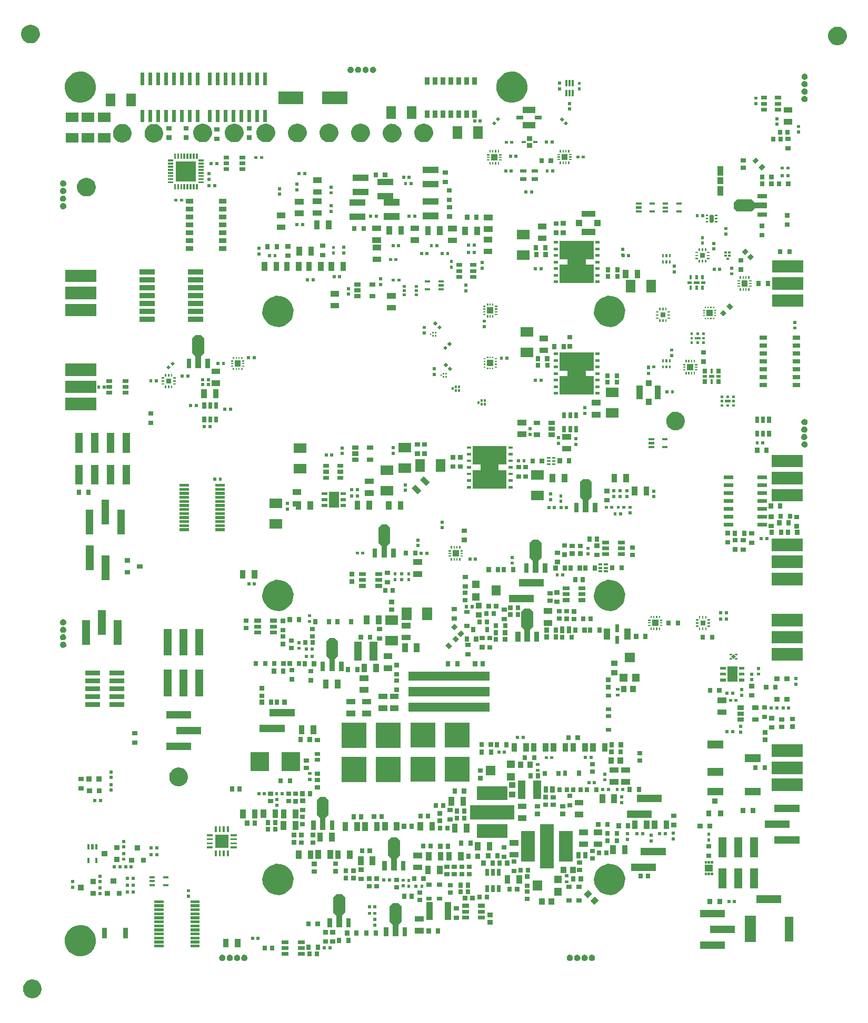
<source format=gts>
G04 #@! TF.FileFunction,Soldermask,Top*
%FSLAX46Y46*%
G04 Gerber Fmt 4.6, Leading zero omitted, Abs format (unit mm)*
G04 Created by KiCad (PCBNEW 4.0.7) date Tue Jun  4 16:27:17 2019*
%MOMM*%
%LPD*%
G01*
G04 APERTURE LIST*
%ADD10C,0.150000*%
G04 APERTURE END LIST*
D10*
G36*
X31981331Y-179584979D02*
X32227554Y-179635521D01*
X32269489Y-179644129D01*
X32517167Y-179748244D01*
X32540668Y-179758123D01*
X32784542Y-179922618D01*
X32991821Y-180131349D01*
X33154610Y-180376365D01*
X33225208Y-180547649D01*
X33266708Y-180648336D01*
X33319700Y-180915967D01*
X33323844Y-180936897D01*
X33319153Y-181272890D01*
X33253981Y-181559745D01*
X33134333Y-181828478D01*
X32964767Y-182068853D01*
X32751741Y-182271716D01*
X32550071Y-182399699D01*
X32503369Y-182429337D01*
X32229111Y-182535715D01*
X32044810Y-182568212D01*
X31939415Y-182586796D01*
X31661732Y-182580979D01*
X31645312Y-182580635D01*
X31429838Y-182533260D01*
X31358012Y-182517468D01*
X31088450Y-182399699D01*
X30846896Y-182231815D01*
X30642552Y-182020210D01*
X30483200Y-181772945D01*
X30374911Y-181499437D01*
X30321808Y-181210104D01*
X30325915Y-180915968D01*
X30325915Y-180915967D01*
X30387075Y-180628233D01*
X30495026Y-180376365D01*
X30502960Y-180357853D01*
X30669153Y-180115133D01*
X30879326Y-179909317D01*
X30879327Y-179909316D01*
X31110375Y-179758123D01*
X31125473Y-179748243D01*
X31398219Y-179638046D01*
X31687173Y-179582925D01*
X31981331Y-179584979D01*
X31981331Y-179584979D01*
G37*
G36*
X64812470Y-175594859D02*
X64813152Y-175594864D01*
X64829543Y-175598228D01*
X64909397Y-175614619D01*
X64999969Y-175652692D01*
X65023005Y-175668231D01*
X65081425Y-175707635D01*
X65132934Y-175759505D01*
X65150656Y-175777351D01*
X65205027Y-175859186D01*
X65242469Y-175950026D01*
X65261551Y-176046398D01*
X65261551Y-176046404D01*
X65259984Y-176158626D01*
X65238217Y-176254435D01*
X65238216Y-176254437D01*
X65198255Y-176344192D01*
X65141619Y-176424478D01*
X65070468Y-176492235D01*
X64987513Y-176544880D01*
X64895910Y-176580411D01*
X64799155Y-176597471D01*
X64700920Y-176595413D01*
X64604964Y-176574316D01*
X64514931Y-176534981D01*
X64434250Y-176478907D01*
X64365999Y-176408230D01*
X64312776Y-176325645D01*
X64276607Y-176234293D01*
X64258871Y-176137655D01*
X64260243Y-176039413D01*
X64280669Y-175943312D01*
X64319376Y-175853002D01*
X64374885Y-175771934D01*
X64445082Y-175703192D01*
X64527294Y-175649394D01*
X64572845Y-175630991D01*
X64618393Y-175612588D01*
X64645046Y-175607504D01*
X64714903Y-175594177D01*
X64812470Y-175594859D01*
X64812470Y-175594859D01*
G37*
G36*
X120705170Y-175594859D02*
X120705852Y-175594864D01*
X120722243Y-175598228D01*
X120802097Y-175614619D01*
X120892669Y-175652692D01*
X120915705Y-175668231D01*
X120974125Y-175707635D01*
X121025634Y-175759505D01*
X121043356Y-175777351D01*
X121097727Y-175859186D01*
X121135169Y-175950026D01*
X121154251Y-176046398D01*
X121154251Y-176046404D01*
X121152684Y-176158626D01*
X121130917Y-176254435D01*
X121130916Y-176254437D01*
X121090955Y-176344192D01*
X121034319Y-176424478D01*
X120963168Y-176492235D01*
X120880213Y-176544880D01*
X120788610Y-176580411D01*
X120691855Y-176597471D01*
X120593620Y-176595413D01*
X120497664Y-176574316D01*
X120407631Y-176534981D01*
X120326950Y-176478907D01*
X120258699Y-176408230D01*
X120205476Y-176325645D01*
X120169307Y-176234293D01*
X120151571Y-176137655D01*
X120152943Y-176039413D01*
X120173369Y-175943312D01*
X120212076Y-175853002D01*
X120267585Y-175771934D01*
X120337782Y-175703192D01*
X120419994Y-175649394D01*
X120465545Y-175630991D01*
X120511093Y-175612588D01*
X120537746Y-175607504D01*
X120607603Y-175594177D01*
X120705170Y-175594859D01*
X120705170Y-175594859D01*
G37*
G36*
X119525720Y-175583309D02*
X119526402Y-175583314D01*
X119542793Y-175586678D01*
X119622647Y-175603069D01*
X119713219Y-175641142D01*
X119730342Y-175652692D01*
X119794675Y-175696085D01*
X119827441Y-175729081D01*
X119863906Y-175765801D01*
X119918277Y-175847636D01*
X119955719Y-175938476D01*
X119974801Y-176034848D01*
X119974801Y-176034854D01*
X119973234Y-176147076D01*
X119951467Y-176242885D01*
X119951466Y-176242887D01*
X119911505Y-176332642D01*
X119854869Y-176412928D01*
X119783718Y-176480685D01*
X119700763Y-176533330D01*
X119609160Y-176568861D01*
X119512405Y-176585921D01*
X119414170Y-176583863D01*
X119318214Y-176562766D01*
X119228181Y-176523431D01*
X119147500Y-176467357D01*
X119079249Y-176396680D01*
X119026026Y-176314095D01*
X118989857Y-176222743D01*
X118972121Y-176126105D01*
X118973493Y-176027863D01*
X118993919Y-175931762D01*
X119032626Y-175841452D01*
X119088135Y-175760384D01*
X119158332Y-175691642D01*
X119240544Y-175637844D01*
X119298027Y-175614620D01*
X119331643Y-175601038D01*
X119358296Y-175595954D01*
X119428153Y-175582627D01*
X119525720Y-175583309D01*
X119525720Y-175583309D01*
G37*
G36*
X121875720Y-175583309D02*
X121876402Y-175583314D01*
X121892793Y-175586678D01*
X121972647Y-175603069D01*
X122063219Y-175641142D01*
X122080342Y-175652692D01*
X122144675Y-175696085D01*
X122177441Y-175729081D01*
X122213906Y-175765801D01*
X122268277Y-175847636D01*
X122305719Y-175938476D01*
X122324801Y-176034848D01*
X122324801Y-176034854D01*
X122323234Y-176147076D01*
X122301467Y-176242885D01*
X122301466Y-176242887D01*
X122261505Y-176332642D01*
X122204869Y-176412928D01*
X122133718Y-176480685D01*
X122050763Y-176533330D01*
X121959160Y-176568861D01*
X121862405Y-176585921D01*
X121764170Y-176583863D01*
X121668214Y-176562766D01*
X121578181Y-176523431D01*
X121497500Y-176467357D01*
X121429249Y-176396680D01*
X121376026Y-176314095D01*
X121339857Y-176222743D01*
X121322121Y-176126105D01*
X121323493Y-176027863D01*
X121343919Y-175931762D01*
X121382626Y-175841452D01*
X121438135Y-175760384D01*
X121508332Y-175691642D01*
X121590544Y-175637844D01*
X121648027Y-175614620D01*
X121681643Y-175601038D01*
X121708296Y-175595954D01*
X121778153Y-175582627D01*
X121875720Y-175583309D01*
X121875720Y-175583309D01*
G37*
G36*
X118325720Y-175583309D02*
X118326402Y-175583314D01*
X118342793Y-175586678D01*
X118422647Y-175603069D01*
X118513219Y-175641142D01*
X118530342Y-175652692D01*
X118594675Y-175696085D01*
X118627441Y-175729081D01*
X118663906Y-175765801D01*
X118718277Y-175847636D01*
X118755719Y-175938476D01*
X118774801Y-176034848D01*
X118774801Y-176034854D01*
X118773234Y-176147076D01*
X118751467Y-176242885D01*
X118751466Y-176242887D01*
X118711505Y-176332642D01*
X118654869Y-176412928D01*
X118583718Y-176480685D01*
X118500763Y-176533330D01*
X118409160Y-176568861D01*
X118312405Y-176585921D01*
X118214170Y-176583863D01*
X118118214Y-176562766D01*
X118028181Y-176523431D01*
X117947500Y-176467357D01*
X117879249Y-176396680D01*
X117826026Y-176314095D01*
X117789857Y-176222743D01*
X117772121Y-176126105D01*
X117773493Y-176027863D01*
X117793919Y-175931762D01*
X117832626Y-175841452D01*
X117888135Y-175760384D01*
X117958332Y-175691642D01*
X118040544Y-175637844D01*
X118098027Y-175614620D01*
X118131643Y-175601038D01*
X118158296Y-175595954D01*
X118228153Y-175582627D01*
X118325720Y-175583309D01*
X118325720Y-175583309D01*
G37*
G36*
X65975720Y-175583309D02*
X65976402Y-175583314D01*
X65992793Y-175586678D01*
X66072647Y-175603069D01*
X66163219Y-175641142D01*
X66180342Y-175652692D01*
X66244675Y-175696085D01*
X66277441Y-175729081D01*
X66313906Y-175765801D01*
X66368277Y-175847636D01*
X66405719Y-175938476D01*
X66424801Y-176034848D01*
X66424801Y-176034854D01*
X66423234Y-176147076D01*
X66401467Y-176242885D01*
X66401466Y-176242887D01*
X66361505Y-176332642D01*
X66304869Y-176412928D01*
X66233718Y-176480685D01*
X66150763Y-176533330D01*
X66059160Y-176568861D01*
X65962405Y-176585921D01*
X65864170Y-176583863D01*
X65768214Y-176562766D01*
X65678181Y-176523431D01*
X65597500Y-176467357D01*
X65529249Y-176396680D01*
X65476026Y-176314095D01*
X65439857Y-176222743D01*
X65422121Y-176126105D01*
X65423493Y-176027863D01*
X65443919Y-175931762D01*
X65482626Y-175841452D01*
X65538135Y-175760384D01*
X65608332Y-175691642D01*
X65690544Y-175637844D01*
X65748027Y-175614620D01*
X65781643Y-175601038D01*
X65808296Y-175595954D01*
X65878153Y-175582627D01*
X65975720Y-175583309D01*
X65975720Y-175583309D01*
G37*
G36*
X62425720Y-175583309D02*
X62426402Y-175583314D01*
X62442793Y-175586678D01*
X62522647Y-175603069D01*
X62613219Y-175641142D01*
X62630342Y-175652692D01*
X62694675Y-175696085D01*
X62727441Y-175729081D01*
X62763906Y-175765801D01*
X62818277Y-175847636D01*
X62855719Y-175938476D01*
X62874801Y-176034848D01*
X62874801Y-176034854D01*
X62873234Y-176147076D01*
X62851467Y-176242885D01*
X62851466Y-176242887D01*
X62811505Y-176332642D01*
X62754869Y-176412928D01*
X62683718Y-176480685D01*
X62600763Y-176533330D01*
X62509160Y-176568861D01*
X62412405Y-176585921D01*
X62314170Y-176583863D01*
X62218214Y-176562766D01*
X62128181Y-176523431D01*
X62047500Y-176467357D01*
X61979249Y-176396680D01*
X61926026Y-176314095D01*
X61889857Y-176222743D01*
X61872121Y-176126105D01*
X61873493Y-176027863D01*
X61893919Y-175931762D01*
X61932626Y-175841452D01*
X61988135Y-175760384D01*
X62058332Y-175691642D01*
X62140544Y-175637844D01*
X62198027Y-175614620D01*
X62231643Y-175601038D01*
X62258296Y-175595954D01*
X62328153Y-175582627D01*
X62425720Y-175583309D01*
X62425720Y-175583309D01*
G37*
G36*
X63625720Y-175583309D02*
X63626402Y-175583314D01*
X63642793Y-175586678D01*
X63722647Y-175603069D01*
X63813219Y-175641142D01*
X63830342Y-175652692D01*
X63894675Y-175696085D01*
X63927441Y-175729081D01*
X63963906Y-175765801D01*
X64018277Y-175847636D01*
X64055719Y-175938476D01*
X64074801Y-176034848D01*
X64074801Y-176034854D01*
X64073234Y-176147076D01*
X64051467Y-176242885D01*
X64051466Y-176242887D01*
X64011505Y-176332642D01*
X63954869Y-176412928D01*
X63883718Y-176480685D01*
X63800763Y-176533330D01*
X63709160Y-176568861D01*
X63612405Y-176585921D01*
X63514170Y-176583863D01*
X63418214Y-176562766D01*
X63328181Y-176523431D01*
X63247500Y-176467357D01*
X63179249Y-176396680D01*
X63126026Y-176314095D01*
X63089857Y-176222743D01*
X63072121Y-176126105D01*
X63073493Y-176027863D01*
X63093919Y-175931762D01*
X63132626Y-175841452D01*
X63188135Y-175760384D01*
X63258332Y-175691642D01*
X63340544Y-175637844D01*
X63398027Y-175614620D01*
X63431643Y-175601038D01*
X63458296Y-175595954D01*
X63528153Y-175582627D01*
X63625720Y-175583309D01*
X63625720Y-175583309D01*
G37*
G36*
X39809715Y-170839599D02*
X39816471Y-170839646D01*
X39938542Y-170864704D01*
X40296925Y-170938268D01*
X40749070Y-171128333D01*
X40749072Y-171128334D01*
X41155691Y-171402602D01*
X41326671Y-171574780D01*
X41501295Y-171750627D01*
X41772717Y-172159149D01*
X41959622Y-172612616D01*
X42054887Y-173093738D01*
X42047064Y-173653956D01*
X41938401Y-174132240D01*
X41811862Y-174416450D01*
X41738909Y-174580306D01*
X41618970Y-174750330D01*
X41456185Y-174981093D01*
X41100999Y-175319332D01*
X40686882Y-175582139D01*
X40229602Y-175759506D01*
X39746585Y-175844675D01*
X39256216Y-175834403D01*
X38777190Y-175729082D01*
X38327741Y-175532722D01*
X38327739Y-175532721D01*
X38182967Y-175432102D01*
X37924988Y-175252803D01*
X37584278Y-174899987D01*
X37318586Y-174487714D01*
X37138032Y-174031685D01*
X37049493Y-173549270D01*
X37056340Y-173058846D01*
X37158314Y-172579096D01*
X37351533Y-172128283D01*
X37628633Y-171723588D01*
X37979061Y-171380424D01*
X38389468Y-171111861D01*
X38616849Y-171019994D01*
X38844227Y-170928127D01*
X38977278Y-170902746D01*
X39326011Y-170836221D01*
X39809715Y-170839599D01*
X39809715Y-170839599D01*
G37*
G36*
X77956790Y-175841460D02*
X77256290Y-175841460D01*
X77256290Y-175041900D01*
X77956790Y-175041900D01*
X77956790Y-175841460D01*
X77956790Y-175841460D01*
G37*
G36*
X76756790Y-175841460D02*
X76056290Y-175841460D01*
X76056290Y-175041900D01*
X76756790Y-175041900D01*
X76756790Y-175841460D01*
X76756790Y-175841460D01*
G37*
G36*
X75607540Y-175752680D02*
X74505540Y-175752680D01*
X74505540Y-175150680D01*
X75607540Y-175150680D01*
X75607540Y-175752680D01*
X75607540Y-175752680D01*
G37*
G36*
X73007540Y-175752680D02*
X71905540Y-175752680D01*
X71905540Y-175150680D01*
X73007540Y-175150680D01*
X73007540Y-175752680D01*
X73007540Y-175752680D01*
G37*
G36*
X70756790Y-174921460D02*
X70056290Y-174921460D01*
X70056290Y-174121900D01*
X70756790Y-174121900D01*
X70756790Y-174921460D01*
X70756790Y-174921460D01*
G37*
G36*
X69556790Y-174921460D02*
X68856290Y-174921460D01*
X68856290Y-174121900D01*
X69556790Y-174121900D01*
X69556790Y-174921460D01*
X69556790Y-174921460D01*
G37*
G36*
X76607540Y-174802680D02*
X75905540Y-174802680D01*
X75905540Y-174000680D01*
X76607540Y-174000680D01*
X76607540Y-174802680D01*
X76607540Y-174802680D01*
G37*
G36*
X78107540Y-174802680D02*
X77405540Y-174802680D01*
X77405540Y-174000680D01*
X78107540Y-174000680D01*
X78107540Y-174802680D01*
X78107540Y-174802680D01*
G37*
G36*
X73007540Y-174802680D02*
X71905540Y-174802680D01*
X71905540Y-174200680D01*
X73007540Y-174200680D01*
X73007540Y-174802680D01*
X73007540Y-174802680D01*
G37*
G36*
X75607540Y-174802680D02*
X74505540Y-174802680D01*
X74505540Y-174200680D01*
X75607540Y-174200680D01*
X75607540Y-174802680D01*
X75607540Y-174802680D01*
G37*
G36*
X79944770Y-174750330D02*
X79447470Y-174750330D01*
X79447470Y-174253030D01*
X79944770Y-174253030D01*
X79944770Y-174750330D01*
X79944770Y-174750330D01*
G37*
G36*
X79045610Y-174750330D02*
X78548310Y-174750330D01*
X78548310Y-174253030D01*
X79045610Y-174253030D01*
X79045610Y-174750330D01*
X79045610Y-174750330D01*
G37*
G36*
X143221980Y-174622620D02*
X139219980Y-174622620D01*
X139219980Y-173420620D01*
X143221980Y-173420620D01*
X143221980Y-174622620D01*
X143221980Y-174622620D01*
G37*
G36*
X58753180Y-174429180D02*
X57251180Y-174429180D01*
X57251180Y-173977180D01*
X58753180Y-173977180D01*
X58753180Y-174429180D01*
X58753180Y-174429180D01*
G37*
G36*
X52953180Y-174429180D02*
X51451180Y-174429180D01*
X51451180Y-173977180D01*
X52953180Y-173977180D01*
X52953180Y-174429180D01*
X52953180Y-174429180D01*
G37*
G36*
X65286620Y-174416450D02*
X64385460Y-174416450D01*
X64385460Y-173014910D01*
X65286620Y-173014910D01*
X65286620Y-174416450D01*
X65286620Y-174416450D01*
G37*
G36*
X63381620Y-174416450D02*
X62480460Y-174416450D01*
X62480460Y-173014910D01*
X63381620Y-173014910D01*
X63381620Y-174416450D01*
X63381620Y-174416450D01*
G37*
G36*
X75607540Y-173852680D02*
X74505540Y-173852680D01*
X74505540Y-173250680D01*
X75607540Y-173250680D01*
X75607540Y-173852680D01*
X75607540Y-173852680D01*
G37*
G36*
X73007540Y-173852680D02*
X71905540Y-173852680D01*
X71905540Y-173250680D01*
X73007540Y-173250680D01*
X73007540Y-173852680D01*
X73007540Y-173852680D01*
G37*
G36*
X79397540Y-173836680D02*
X78595540Y-173836680D01*
X78595540Y-173134680D01*
X79397540Y-173134680D01*
X79397540Y-173836680D01*
X79397540Y-173836680D01*
G37*
G36*
X80540540Y-173836680D02*
X79738540Y-173836680D01*
X79738540Y-173134680D01*
X80540540Y-173134680D01*
X80540540Y-173836680D01*
X80540540Y-173836680D01*
G37*
G36*
X58753180Y-173779180D02*
X57251180Y-173779180D01*
X57251180Y-173327180D01*
X58753180Y-173327180D01*
X58753180Y-173779180D01*
X58753180Y-173779180D01*
G37*
G36*
X52953180Y-173779180D02*
X51451180Y-173779180D01*
X51451180Y-173327180D01*
X52953180Y-173327180D01*
X52953180Y-173779180D01*
X52953180Y-173779180D01*
G37*
G36*
X81518540Y-173708180D02*
X80816540Y-173708180D01*
X80816540Y-172906180D01*
X81518540Y-172906180D01*
X81518540Y-173708180D01*
X81518540Y-173708180D01*
G37*
G36*
X83018540Y-173708180D02*
X82316540Y-173708180D01*
X82316540Y-172906180D01*
X83018540Y-172906180D01*
X83018540Y-173708180D01*
X83018540Y-173708180D01*
G37*
G36*
X148178580Y-173579680D02*
X146426580Y-173579680D01*
X146426580Y-169327680D01*
X148178580Y-169327680D01*
X148178580Y-173579680D01*
X148178580Y-173579680D01*
G37*
G36*
X154203580Y-173454680D02*
X152901580Y-173454680D01*
X152901580Y-169452680D01*
X154203580Y-169452680D01*
X154203580Y-173454680D01*
X154203580Y-173454680D01*
G37*
G36*
X68391770Y-173202330D02*
X67894470Y-173202330D01*
X67894470Y-172705030D01*
X68391770Y-172705030D01*
X68391770Y-173202330D01*
X68391770Y-173202330D01*
G37*
G36*
X67492610Y-173202330D02*
X66995310Y-173202330D01*
X66995310Y-172705030D01*
X67492610Y-172705030D01*
X67492610Y-173202330D01*
X67492610Y-173202330D01*
G37*
G36*
X58753180Y-173129180D02*
X57251180Y-173129180D01*
X57251180Y-172677180D01*
X58753180Y-172677180D01*
X58753180Y-173129180D01*
X58753180Y-173129180D01*
G37*
G36*
X52953180Y-173129180D02*
X51451180Y-173129180D01*
X51451180Y-172677180D01*
X52953180Y-172677180D01*
X52953180Y-173129180D01*
X52953180Y-173129180D01*
G37*
G36*
X47208280Y-172926980D02*
X46406280Y-172926980D01*
X46406280Y-171224980D01*
X47208280Y-171224980D01*
X47208280Y-172926980D01*
X47208280Y-172926980D01*
G37*
G36*
X43808280Y-172926980D02*
X43006280Y-172926980D01*
X43006280Y-171224980D01*
X43808280Y-171224980D01*
X43808280Y-172926980D01*
X43808280Y-172926980D01*
G37*
G36*
X89096580Y-172635080D02*
X88383380Y-172635080D01*
X88383380Y-171134480D01*
X89096580Y-171134480D01*
X89096580Y-172635080D01*
X89096580Y-172635080D01*
G37*
G36*
X90696780Y-167299459D02*
X90696800Y-167299598D01*
X90696858Y-167299727D01*
X90696922Y-167299808D01*
X91191351Y-167794237D01*
X91191460Y-167794318D01*
X91191592Y-167794368D01*
X91191701Y-167794380D01*
X91192080Y-167794380D01*
X91192080Y-167794759D01*
X91192100Y-167794898D01*
X91192158Y-167795027D01*
X91192222Y-167795108D01*
X91193494Y-167796380D01*
X91192580Y-167796380D01*
X91192441Y-167796400D01*
X91192312Y-167796458D01*
X91192205Y-167796549D01*
X91192128Y-167796666D01*
X91192086Y-167796801D01*
X91192080Y-167796880D01*
X91192080Y-170219580D01*
X91192100Y-170219719D01*
X91192158Y-170219848D01*
X91192249Y-170219955D01*
X91192366Y-170220032D01*
X91192501Y-170220074D01*
X91192580Y-170220080D01*
X91193494Y-170220080D01*
X91192223Y-170221351D01*
X91192142Y-170221460D01*
X91192092Y-170221592D01*
X91192080Y-170221701D01*
X91192080Y-170222080D01*
X91191701Y-170222080D01*
X91191562Y-170222100D01*
X91191433Y-170222158D01*
X91191352Y-170222222D01*
X90696923Y-170716651D01*
X90696842Y-170716760D01*
X90696792Y-170716892D01*
X90696780Y-170717001D01*
X90696780Y-172635080D01*
X89780380Y-172635080D01*
X89780380Y-170717001D01*
X89780360Y-170716862D01*
X89780302Y-170716733D01*
X89780238Y-170716652D01*
X89285809Y-170222223D01*
X89285700Y-170222142D01*
X89285568Y-170222092D01*
X89285459Y-170222080D01*
X89285080Y-170222080D01*
X89285080Y-170221701D01*
X89285060Y-170221562D01*
X89285002Y-170221433D01*
X89284938Y-170221352D01*
X89283666Y-170220080D01*
X89284580Y-170220080D01*
X89284719Y-170220060D01*
X89284848Y-170220002D01*
X89284955Y-170219911D01*
X89285032Y-170219794D01*
X89285074Y-170219659D01*
X89285080Y-170219580D01*
X89285080Y-167796880D01*
X89285060Y-167796741D01*
X89285002Y-167796612D01*
X89284911Y-167796505D01*
X89284794Y-167796428D01*
X89284659Y-167796386D01*
X89284580Y-167796380D01*
X89283666Y-167796380D01*
X89284937Y-167795109D01*
X89285018Y-167795000D01*
X89285068Y-167794868D01*
X89285080Y-167794759D01*
X89285080Y-167794380D01*
X89285459Y-167794380D01*
X89285598Y-167794360D01*
X89285727Y-167794302D01*
X89285808Y-167794238D01*
X89780237Y-167299809D01*
X89780318Y-167299700D01*
X89780368Y-167299568D01*
X89780380Y-167299459D01*
X89780380Y-167299080D01*
X90696780Y-167299080D01*
X90696780Y-167299459D01*
X90696780Y-167299459D01*
G37*
G36*
X92093780Y-172635080D02*
X91380580Y-172635080D01*
X91380580Y-171134480D01*
X92093780Y-171134480D01*
X92093780Y-172635080D01*
X92093780Y-172635080D01*
G37*
G36*
X82813940Y-172522000D02*
X82111940Y-172522000D01*
X82111940Y-171720000D01*
X82813940Y-171720000D01*
X82813940Y-172522000D01*
X82813940Y-172522000D01*
G37*
G36*
X84313940Y-172522000D02*
X83611940Y-172522000D01*
X83611940Y-171720000D01*
X84313940Y-171720000D01*
X84313940Y-172522000D01*
X84313940Y-172522000D01*
G37*
G36*
X85930520Y-172494060D02*
X85228520Y-172494060D01*
X85228520Y-171692060D01*
X85930520Y-171692060D01*
X85930520Y-172494060D01*
X85930520Y-172494060D01*
G37*
G36*
X87430520Y-172494060D02*
X86728520Y-172494060D01*
X86728520Y-171692060D01*
X87430520Y-171692060D01*
X87430520Y-172494060D01*
X87430520Y-172494060D01*
G37*
G36*
X58753180Y-172479180D02*
X57251180Y-172479180D01*
X57251180Y-172027180D01*
X58753180Y-172027180D01*
X58753180Y-172479180D01*
X58753180Y-172479180D01*
G37*
G36*
X52953180Y-172479180D02*
X51451180Y-172479180D01*
X51451180Y-172027180D01*
X52953180Y-172027180D01*
X52953180Y-172479180D01*
X52953180Y-172479180D01*
G37*
G36*
X79397540Y-172336680D02*
X78595540Y-172336680D01*
X78595540Y-171634680D01*
X79397540Y-171634680D01*
X79397540Y-172336680D01*
X79397540Y-172336680D01*
G37*
G36*
X80540540Y-172336680D02*
X79738540Y-172336680D01*
X79738540Y-171634680D01*
X80540540Y-171634680D01*
X80540540Y-172336680D01*
X80540540Y-172336680D01*
G37*
G36*
X97433040Y-172184180D02*
X96731040Y-172184180D01*
X96731040Y-171382180D01*
X97433040Y-171382180D01*
X97433040Y-172184180D01*
X97433040Y-172184180D01*
G37*
G36*
X95933040Y-172184180D02*
X95231040Y-172184180D01*
X95231040Y-171382180D01*
X95933040Y-171382180D01*
X95933040Y-172184180D01*
X95933040Y-172184180D01*
G37*
G36*
X94746810Y-172170260D02*
X93345270Y-172170260D01*
X93345270Y-171269100D01*
X94746810Y-171269100D01*
X94746810Y-172170260D01*
X94746810Y-172170260D01*
G37*
G36*
X144821980Y-172082620D02*
X140819980Y-172082620D01*
X140819980Y-170880620D01*
X144821980Y-170880620D01*
X144821980Y-172082620D01*
X144821980Y-172082620D01*
G37*
G36*
X58753180Y-171829180D02*
X57251180Y-171829180D01*
X57251180Y-171377180D01*
X58753180Y-171377180D01*
X58753180Y-171829180D01*
X58753180Y-171829180D01*
G37*
G36*
X52953180Y-171829180D02*
X51451180Y-171829180D01*
X51451180Y-171377180D01*
X52953180Y-171377180D01*
X52953180Y-171829180D01*
X52953180Y-171829180D01*
G37*
G36*
X80026240Y-171205060D02*
X79313040Y-171205060D01*
X79313040Y-169704460D01*
X80026240Y-169704460D01*
X80026240Y-171205060D01*
X80026240Y-171205060D01*
G37*
G36*
X81626440Y-165869439D02*
X81626460Y-165869578D01*
X81626518Y-165869707D01*
X81626582Y-165869788D01*
X82121011Y-166364217D01*
X82121120Y-166364298D01*
X82121252Y-166364348D01*
X82121361Y-166364360D01*
X82121740Y-166364360D01*
X82121740Y-166364739D01*
X82121760Y-166364878D01*
X82121818Y-166365007D01*
X82121882Y-166365088D01*
X82123154Y-166366360D01*
X82122240Y-166366360D01*
X82122101Y-166366380D01*
X82121972Y-166366438D01*
X82121865Y-166366529D01*
X82121788Y-166366646D01*
X82121746Y-166366781D01*
X82121740Y-166366860D01*
X82121740Y-168789560D01*
X82121760Y-168789699D01*
X82121818Y-168789828D01*
X82121909Y-168789935D01*
X82122026Y-168790012D01*
X82122161Y-168790054D01*
X82122240Y-168790060D01*
X82123154Y-168790060D01*
X82121883Y-168791331D01*
X82121802Y-168791440D01*
X82121752Y-168791572D01*
X82121740Y-168791681D01*
X82121740Y-168792060D01*
X82121361Y-168792060D01*
X82121222Y-168792080D01*
X82121093Y-168792138D01*
X82121012Y-168792202D01*
X81626583Y-169286631D01*
X81626502Y-169286740D01*
X81626452Y-169286872D01*
X81626440Y-169286981D01*
X81626440Y-171205060D01*
X80710040Y-171205060D01*
X80710040Y-169286981D01*
X80710020Y-169286842D01*
X80709962Y-169286713D01*
X80709898Y-169286632D01*
X80215469Y-168792203D01*
X80215360Y-168792122D01*
X80215228Y-168792072D01*
X80215119Y-168792060D01*
X80214740Y-168792060D01*
X80214740Y-168791681D01*
X80214720Y-168791542D01*
X80214662Y-168791413D01*
X80214598Y-168791332D01*
X80213326Y-168790060D01*
X80214240Y-168790060D01*
X80214379Y-168790040D01*
X80214508Y-168789982D01*
X80214615Y-168789891D01*
X80214692Y-168789774D01*
X80214734Y-168789639D01*
X80214740Y-168789560D01*
X80214740Y-166366860D01*
X80214720Y-166366721D01*
X80214662Y-166366592D01*
X80214571Y-166366485D01*
X80214454Y-166366408D01*
X80214319Y-166366366D01*
X80214240Y-166366360D01*
X80213326Y-166366360D01*
X80214597Y-166365089D01*
X80214678Y-166364980D01*
X80214728Y-166364848D01*
X80214740Y-166364739D01*
X80214740Y-166364360D01*
X80215119Y-166364360D01*
X80215258Y-166364340D01*
X80215387Y-166364282D01*
X80215468Y-166364218D01*
X80709897Y-165869789D01*
X80709978Y-165869680D01*
X80710028Y-165869548D01*
X80710040Y-165869439D01*
X80710040Y-165869060D01*
X81626440Y-165869060D01*
X81626440Y-165869439D01*
X81626440Y-165869439D01*
G37*
G36*
X83023440Y-171205060D02*
X82310240Y-171205060D01*
X82310240Y-169704460D01*
X83023440Y-169704460D01*
X83023440Y-171205060D01*
X83023440Y-171205060D01*
G37*
G36*
X52953180Y-171179180D02*
X51451180Y-171179180D01*
X51451180Y-170727180D01*
X52953180Y-170727180D01*
X52953180Y-171179180D01*
X52953180Y-171179180D01*
G37*
G36*
X58753180Y-171179180D02*
X57251180Y-171179180D01*
X57251180Y-170727180D01*
X58753180Y-170727180D01*
X58753180Y-171179180D01*
X58753180Y-171179180D01*
G37*
G36*
X87182690Y-171084410D02*
X86685390Y-171084410D01*
X86685390Y-170587110D01*
X87182690Y-170587110D01*
X87182690Y-171084410D01*
X87182690Y-171084410D01*
G37*
G36*
X76577540Y-171022680D02*
X75875540Y-171022680D01*
X75875540Y-170220680D01*
X76577540Y-170220680D01*
X76577540Y-171022680D01*
X76577540Y-171022680D01*
G37*
G36*
X78077540Y-171022680D02*
X77375540Y-171022680D01*
X77375540Y-170220680D01*
X78077540Y-170220680D01*
X78077540Y-171022680D01*
X78077540Y-171022680D01*
G37*
G36*
X105840260Y-170731470D02*
X105040700Y-170731470D01*
X105040700Y-170030970D01*
X105840260Y-170030970D01*
X105840260Y-170731470D01*
X105840260Y-170731470D01*
G37*
G36*
X52953180Y-170529180D02*
X51451180Y-170529180D01*
X51451180Y-170077180D01*
X52953180Y-170077180D01*
X52953180Y-170529180D01*
X52953180Y-170529180D01*
G37*
G36*
X58753180Y-170529180D02*
X57251180Y-170529180D01*
X57251180Y-170077180D01*
X58753180Y-170077180D01*
X58753180Y-170529180D01*
X58753180Y-170529180D01*
G37*
G36*
X94746810Y-170265260D02*
X93345270Y-170265260D01*
X93345270Y-169364100D01*
X94746810Y-169364100D01*
X94746810Y-170265260D01*
X94746810Y-170265260D01*
G37*
G36*
X87182690Y-170185250D02*
X86685390Y-170185250D01*
X86685390Y-169687950D01*
X87182690Y-169687950D01*
X87182690Y-170185250D01*
X87182690Y-170185250D01*
G37*
G36*
X100416040Y-169990680D02*
X99614040Y-169990680D01*
X99614040Y-169288680D01*
X100416040Y-169288680D01*
X100416040Y-169990680D01*
X100416040Y-169990680D01*
G37*
G36*
X99197540Y-169952680D02*
X98195540Y-169952680D01*
X98195540Y-167150680D01*
X99197540Y-167150680D01*
X99197540Y-169952680D01*
X99197540Y-169952680D01*
G37*
G36*
X96197540Y-169952680D02*
X95195540Y-169952680D01*
X95195540Y-167150680D01*
X96197540Y-167150680D01*
X96197540Y-169952680D01*
X96197540Y-169952680D01*
G37*
G36*
X102022540Y-169902680D02*
X100920540Y-169902680D01*
X100920540Y-169300680D01*
X102022540Y-169300680D01*
X102022540Y-169902680D01*
X102022540Y-169902680D01*
G37*
G36*
X104622540Y-169902680D02*
X103520540Y-169902680D01*
X103520540Y-169300680D01*
X104622540Y-169300680D01*
X104622540Y-169902680D01*
X104622540Y-169902680D01*
G37*
G36*
X58753180Y-169879180D02*
X57251180Y-169879180D01*
X57251180Y-169427180D01*
X58753180Y-169427180D01*
X58753180Y-169879180D01*
X58753180Y-169879180D01*
G37*
G36*
X52953180Y-169879180D02*
X51451180Y-169879180D01*
X51451180Y-169427180D01*
X52953180Y-169427180D01*
X52953180Y-169879180D01*
X52953180Y-169879180D01*
G37*
G36*
X143221980Y-169542620D02*
X139219980Y-169542620D01*
X139219980Y-168340620D01*
X143221980Y-168340620D01*
X143221980Y-169542620D01*
X143221980Y-169542620D01*
G37*
G36*
X105840260Y-169531470D02*
X105040700Y-169531470D01*
X105040700Y-168830970D01*
X105840260Y-168830970D01*
X105840260Y-169531470D01*
X105840260Y-169531470D01*
G37*
G36*
X58753180Y-169229180D02*
X57251180Y-169229180D01*
X57251180Y-168777180D01*
X58753180Y-168777180D01*
X58753180Y-169229180D01*
X58753180Y-169229180D01*
G37*
G36*
X52953180Y-169229180D02*
X51451180Y-169229180D01*
X51451180Y-168777180D01*
X52953180Y-168777180D01*
X52953180Y-169229180D01*
X52953180Y-169229180D01*
G37*
G36*
X86288610Y-169174330D02*
X85791310Y-169174330D01*
X85791310Y-168677030D01*
X86288610Y-168677030D01*
X86288610Y-169174330D01*
X86288610Y-169174330D01*
G37*
G36*
X87187770Y-169174330D02*
X86690470Y-169174330D01*
X86690470Y-168677030D01*
X87187770Y-168677030D01*
X87187770Y-169174330D01*
X87187770Y-169174330D01*
G37*
G36*
X104622540Y-168952680D02*
X103520540Y-168952680D01*
X103520540Y-168350680D01*
X104622540Y-168350680D01*
X104622540Y-168952680D01*
X104622540Y-168952680D01*
G37*
G36*
X102022540Y-168952680D02*
X100920540Y-168952680D01*
X100920540Y-168350680D01*
X102022540Y-168350680D01*
X102022540Y-168952680D01*
X102022540Y-168952680D01*
G37*
G36*
X58753180Y-168579180D02*
X57251180Y-168579180D01*
X57251180Y-168127180D01*
X58753180Y-168127180D01*
X58753180Y-168579180D01*
X58753180Y-168579180D01*
G37*
G36*
X52953180Y-168579180D02*
X51451180Y-168579180D01*
X51451180Y-168127180D01*
X52953180Y-168127180D01*
X52953180Y-168579180D01*
X52953180Y-168579180D01*
G37*
G36*
X100416040Y-168490680D02*
X99614040Y-168490680D01*
X99614040Y-167788680D01*
X100416040Y-167788680D01*
X100416040Y-168490680D01*
X100416040Y-168490680D01*
G37*
G36*
X87187770Y-168122330D02*
X86690470Y-168122330D01*
X86690470Y-167625030D01*
X87187770Y-167625030D01*
X87187770Y-168122330D01*
X87187770Y-168122330D01*
G37*
G36*
X86288610Y-168122330D02*
X85791310Y-168122330D01*
X85791310Y-167625030D01*
X86288610Y-167625030D01*
X86288610Y-168122330D01*
X86288610Y-168122330D01*
G37*
G36*
X102022540Y-168002680D02*
X100920540Y-168002680D01*
X100920540Y-167400680D01*
X102022540Y-167400680D01*
X102022540Y-168002680D01*
X102022540Y-168002680D01*
G37*
G36*
X104622540Y-168002680D02*
X103520540Y-168002680D01*
X103520540Y-167400680D01*
X104622540Y-167400680D01*
X104622540Y-168002680D01*
X104622540Y-168002680D01*
G37*
G36*
X58753180Y-167929180D02*
X57251180Y-167929180D01*
X57251180Y-167477180D01*
X58753180Y-167477180D01*
X58753180Y-167929180D01*
X58753180Y-167929180D01*
G37*
G36*
X52953180Y-167929180D02*
X51451180Y-167929180D01*
X51451180Y-167477180D01*
X52953180Y-167477180D01*
X52953180Y-167929180D01*
X52953180Y-167929180D01*
G37*
G36*
X122927132Y-166855955D02*
X122221355Y-167561732D01*
X121586288Y-166926665D01*
X122292065Y-166220888D01*
X122927132Y-166855955D01*
X122927132Y-166855955D01*
G37*
G36*
X115737240Y-167520440D02*
X114839120Y-167520440D01*
X114839120Y-166522320D01*
X115737240Y-166522320D01*
X115737240Y-167520440D01*
X115737240Y-167520440D01*
G37*
G36*
X114237240Y-167520440D02*
X113339120Y-167520440D01*
X113339120Y-166522320D01*
X114237240Y-166522320D01*
X114237240Y-167520440D01*
X114237240Y-167520440D01*
G37*
G36*
X142801760Y-167421160D02*
X142002200Y-167421160D01*
X142002200Y-166621600D01*
X142801760Y-166621600D01*
X142801760Y-167421160D01*
X142801760Y-167421160D01*
G37*
G36*
X141201560Y-167421160D02*
X140402000Y-167421160D01*
X140402000Y-166621600D01*
X141201560Y-166621600D01*
X141201560Y-167421160D01*
X141201560Y-167421160D01*
G37*
G36*
X152303580Y-167304680D02*
X148301580Y-167304680D01*
X148301580Y-166002680D01*
X152303580Y-166002680D01*
X152303580Y-167304680D01*
X152303580Y-167304680D01*
G37*
G36*
X58753180Y-167279180D02*
X57251180Y-167279180D01*
X57251180Y-166827180D01*
X58753180Y-166827180D01*
X58753180Y-167279180D01*
X58753180Y-167279180D01*
G37*
G36*
X52953180Y-167279180D02*
X51451180Y-167279180D01*
X51451180Y-166827180D01*
X52953180Y-166827180D01*
X52953180Y-167279180D01*
X52953180Y-167279180D01*
G37*
G36*
X145017910Y-167270030D02*
X144520610Y-167270030D01*
X144520610Y-166772730D01*
X145017910Y-166772730D01*
X145017910Y-167270030D01*
X145017910Y-167270030D01*
G37*
G36*
X144118750Y-167270030D02*
X143621450Y-167270030D01*
X143621450Y-166772730D01*
X144118750Y-166772730D01*
X144118750Y-167270030D01*
X144118750Y-167270030D01*
G37*
G36*
X118562540Y-167182680D02*
X117730540Y-167182680D01*
X117730540Y-166550680D01*
X118562540Y-166550680D01*
X118562540Y-167182680D01*
X118562540Y-167182680D01*
G37*
G36*
X120162540Y-167182680D02*
X119330540Y-167182680D01*
X119330540Y-166550680D01*
X120162540Y-166550680D01*
X120162540Y-167182680D01*
X120162540Y-167182680D01*
G37*
G36*
X94521320Y-167126930D02*
X93721760Y-167126930D01*
X93721760Y-166426430D01*
X94521320Y-166426430D01*
X94521320Y-167126930D01*
X94521320Y-167126930D01*
G37*
G36*
X111796320Y-166951930D02*
X110996760Y-166951930D01*
X110996760Y-166251430D01*
X111796320Y-166251430D01*
X111796320Y-166951930D01*
X111796320Y-166951930D01*
G37*
G36*
X101766790Y-166891460D02*
X101066290Y-166891460D01*
X101066290Y-166091900D01*
X101766790Y-166091900D01*
X101766790Y-166891460D01*
X101766790Y-166891460D01*
G37*
G36*
X102966790Y-166891460D02*
X102266290Y-166891460D01*
X102266290Y-166091900D01*
X102966790Y-166091900D01*
X102966790Y-166891460D01*
X102966790Y-166891460D01*
G37*
G36*
X96061660Y-166877580D02*
X95229660Y-166877580D01*
X95229660Y-166245580D01*
X96061660Y-166245580D01*
X96061660Y-166877580D01*
X96061660Y-166877580D01*
G37*
G36*
X97727900Y-166867420D02*
X96895900Y-166867420D01*
X96895900Y-166235420D01*
X97727900Y-166235420D01*
X97727900Y-166867420D01*
X97727900Y-166867420D01*
G37*
G36*
X105290910Y-166685960D02*
X104590410Y-166685960D01*
X104590410Y-165886400D01*
X105290910Y-165886400D01*
X105290910Y-166685960D01*
X105290910Y-166685960D01*
G37*
G36*
X104090910Y-166685960D02*
X103390410Y-166685960D01*
X103390410Y-165886400D01*
X104090910Y-165886400D01*
X104090910Y-166685960D01*
X104090910Y-166685960D01*
G37*
G36*
X91974530Y-166582960D02*
X91274030Y-166582960D01*
X91274030Y-165783400D01*
X91974530Y-165783400D01*
X91974530Y-166582960D01*
X91974530Y-166582960D01*
G37*
G36*
X93174530Y-166582960D02*
X92474030Y-166582960D01*
X92474030Y-165783400D01*
X93174530Y-165783400D01*
X93174530Y-166582960D01*
X93174530Y-166582960D01*
G37*
G36*
X121866472Y-165795295D02*
X121160695Y-166501072D01*
X120525628Y-165866005D01*
X121231405Y-165160228D01*
X121866472Y-165795295D01*
X121866472Y-165795295D01*
G37*
G36*
X57179630Y-166436910D02*
X56682330Y-166436910D01*
X56682330Y-165939610D01*
X57179630Y-165939610D01*
X57179630Y-166436910D01*
X57179630Y-166436910D01*
G37*
G36*
X41999780Y-166124480D02*
X41197780Y-166124480D01*
X41197780Y-165322480D01*
X41999780Y-165322480D01*
X41999780Y-166124480D01*
X41999780Y-166124480D01*
G37*
G36*
X46204280Y-166110980D02*
X45402280Y-166110980D01*
X45402280Y-165308980D01*
X46204280Y-165308980D01*
X46204280Y-166110980D01*
X46204280Y-166110980D01*
G37*
G36*
X44304280Y-166110980D02*
X43502280Y-166110980D01*
X43502280Y-165308980D01*
X44304280Y-165308980D01*
X44304280Y-166110980D01*
X44304280Y-166110980D01*
G37*
G36*
X116947540Y-166052680D02*
X115745540Y-166052680D01*
X115745540Y-164850680D01*
X116947540Y-164850680D01*
X116947540Y-166052680D01*
X116947540Y-166052680D01*
G37*
G36*
X42942930Y-165979710D02*
X42445630Y-165979710D01*
X42445630Y-165482410D01*
X42942930Y-165482410D01*
X42942930Y-165979710D01*
X42942930Y-165979710D01*
G37*
G36*
X71582475Y-160972299D02*
X71589231Y-160972346D01*
X71711302Y-160997404D01*
X72069685Y-161070968D01*
X72521830Y-161261033D01*
X72521832Y-161261034D01*
X72928451Y-161535302D01*
X73012192Y-161619630D01*
X73274055Y-161883327D01*
X73545477Y-162291849D01*
X73732382Y-162745316D01*
X73827647Y-163226438D01*
X73827647Y-163226444D01*
X73826511Y-163307760D01*
X73819824Y-163786656D01*
X73711161Y-164264940D01*
X73578166Y-164563650D01*
X73511669Y-164713006D01*
X73370307Y-164913399D01*
X73228945Y-165113793D01*
X72873759Y-165452032D01*
X72459642Y-165714839D01*
X72002362Y-165892206D01*
X71519345Y-165977375D01*
X71028976Y-165967103D01*
X70549950Y-165861782D01*
X70100501Y-165665422D01*
X70100499Y-165665421D01*
X69837180Y-165482410D01*
X69697748Y-165385503D01*
X69357038Y-165032687D01*
X69091346Y-164620414D01*
X68910792Y-164164385D01*
X68837451Y-163764780D01*
X68822253Y-163681971D01*
X68826840Y-163353450D01*
X68829100Y-163191546D01*
X68931074Y-162711796D01*
X69124293Y-162260983D01*
X69401393Y-161856288D01*
X69751821Y-161513124D01*
X70162228Y-161244561D01*
X70390212Y-161152450D01*
X70616987Y-161060827D01*
X70750038Y-161035446D01*
X71098771Y-160968921D01*
X71582475Y-160972299D01*
X71582475Y-160972299D01*
G37*
G36*
X124922475Y-160972299D02*
X124929231Y-160972346D01*
X125051302Y-160997404D01*
X125409685Y-161070968D01*
X125861830Y-161261033D01*
X125861832Y-161261034D01*
X126268451Y-161535302D01*
X126352192Y-161619630D01*
X126614055Y-161883327D01*
X126885477Y-162291849D01*
X127072382Y-162745316D01*
X127167647Y-163226438D01*
X127167647Y-163226444D01*
X127166511Y-163307760D01*
X127159824Y-163786656D01*
X127051161Y-164264940D01*
X126918166Y-164563650D01*
X126851669Y-164713006D01*
X126710307Y-164913399D01*
X126568945Y-165113793D01*
X126213759Y-165452032D01*
X125799642Y-165714839D01*
X125342362Y-165892206D01*
X124859345Y-165977375D01*
X124368976Y-165967103D01*
X123889950Y-165861782D01*
X123440501Y-165665422D01*
X123440499Y-165665421D01*
X123177180Y-165482410D01*
X123037748Y-165385503D01*
X122697038Y-165032687D01*
X122431346Y-164620414D01*
X122250792Y-164164385D01*
X122177451Y-163764780D01*
X122162253Y-163681971D01*
X122166840Y-163353450D01*
X122169100Y-163191546D01*
X122271074Y-162711796D01*
X122464293Y-162260983D01*
X122741393Y-161856288D01*
X123091821Y-161513124D01*
X123502228Y-161244561D01*
X123730212Y-161152450D01*
X123956987Y-161060827D01*
X124090038Y-161035446D01*
X124438771Y-160968921D01*
X124922475Y-160972299D01*
X124922475Y-160972299D01*
G37*
G36*
X94521320Y-165926930D02*
X93721760Y-165926930D01*
X93721760Y-165226430D01*
X94521320Y-165226430D01*
X94521320Y-165926930D01*
X94521320Y-165926930D01*
G37*
G36*
X99471320Y-165926930D02*
X98671760Y-165926930D01*
X98671760Y-165226430D01*
X99471320Y-165226430D01*
X99471320Y-165926930D01*
X99471320Y-165926930D01*
G37*
G36*
X102271790Y-165851460D02*
X101571290Y-165851460D01*
X101571290Y-165051900D01*
X102271790Y-165051900D01*
X102271790Y-165851460D01*
X102271790Y-165851460D01*
G37*
G36*
X101071790Y-165851460D02*
X100371290Y-165851460D01*
X100371290Y-165051900D01*
X101071790Y-165051900D01*
X101071790Y-165851460D01*
X101071790Y-165851460D01*
G37*
G36*
X111796320Y-165751930D02*
X110996760Y-165751930D01*
X110996760Y-165051430D01*
X111796320Y-165051430D01*
X111796320Y-165751930D01*
X111796320Y-165751930D01*
G37*
G36*
X47382850Y-165720630D02*
X46885550Y-165720630D01*
X46885550Y-165223330D01*
X47382850Y-165223330D01*
X47382850Y-165720630D01*
X47382850Y-165720630D01*
G37*
G36*
X48282010Y-165720630D02*
X47784710Y-165720630D01*
X47784710Y-165223330D01*
X48282010Y-165223330D01*
X48282010Y-165720630D01*
X48282010Y-165720630D01*
G37*
G36*
X57179630Y-165537750D02*
X56682330Y-165537750D01*
X56682330Y-165040450D01*
X57179630Y-165040450D01*
X57179630Y-165537750D01*
X57179630Y-165537750D01*
G37*
G36*
X107147540Y-165502680D02*
X106545540Y-165502680D01*
X106545540Y-164400680D01*
X107147540Y-164400680D01*
X107147540Y-165502680D01*
X107147540Y-165502680D01*
G37*
G36*
X106197540Y-165502680D02*
X105595540Y-165502680D01*
X105595540Y-164400680D01*
X106197540Y-164400680D01*
X106197540Y-165502680D01*
X106197540Y-165502680D01*
G37*
G36*
X105247540Y-165502680D02*
X104645540Y-165502680D01*
X104645540Y-164400680D01*
X105247540Y-164400680D01*
X105247540Y-165502680D01*
X105247540Y-165502680D01*
G37*
G36*
X110146790Y-165451460D02*
X109446290Y-165451460D01*
X109446290Y-164651900D01*
X110146790Y-164651900D01*
X110146790Y-165451460D01*
X110146790Y-165451460D01*
G37*
G36*
X108946790Y-165451460D02*
X108246290Y-165451460D01*
X108246290Y-164651900D01*
X108946790Y-164651900D01*
X108946790Y-165451460D01*
X108946790Y-165451460D01*
G37*
G36*
X113847540Y-165252680D02*
X112345540Y-165252680D01*
X112345540Y-163650680D01*
X113847540Y-163650680D01*
X113847540Y-165252680D01*
X113847540Y-165252680D01*
G37*
G36*
X40049780Y-165224480D02*
X39147780Y-165224480D01*
X39147780Y-164322480D01*
X40049780Y-164322480D01*
X40049780Y-165224480D01*
X40049780Y-165224480D01*
G37*
G36*
X90796320Y-165101930D02*
X89996760Y-165101930D01*
X89996760Y-164401430D01*
X90796320Y-164401430D01*
X90796320Y-165101930D01*
X90796320Y-165101930D01*
G37*
G36*
X42942930Y-165080550D02*
X42445630Y-165080550D01*
X42445630Y-164583250D01*
X42942930Y-164583250D01*
X42942930Y-165080550D01*
X42942930Y-165080550D01*
G37*
G36*
X38561430Y-164963710D02*
X38064130Y-164963710D01*
X38064130Y-164466410D01*
X38561430Y-164466410D01*
X38561430Y-164963710D01*
X38561430Y-164963710D01*
G37*
G36*
X118562540Y-164952680D02*
X117730540Y-164952680D01*
X117730540Y-164320680D01*
X118562540Y-164320680D01*
X118562540Y-164952680D01*
X118562540Y-164952680D01*
G37*
G36*
X120162540Y-164952680D02*
X119330540Y-164952680D01*
X119330540Y-164320680D01*
X120162540Y-164320680D01*
X120162540Y-164952680D01*
X120162540Y-164952680D01*
G37*
G36*
X148559380Y-164927440D02*
X147287380Y-164927440D01*
X147287380Y-161725040D01*
X148559380Y-161725040D01*
X148559380Y-164927440D01*
X148559380Y-164927440D01*
G37*
G36*
X146019380Y-164927440D02*
X144747380Y-164927440D01*
X144747380Y-161725040D01*
X146019380Y-161725040D01*
X146019380Y-164927440D01*
X146019380Y-164927440D01*
G37*
G36*
X143479380Y-164927440D02*
X142207380Y-164927440D01*
X142207380Y-161725040D01*
X143479380Y-161725040D01*
X143479380Y-164927440D01*
X143479380Y-164927440D01*
G37*
G36*
X87596320Y-164901930D02*
X86796760Y-164901930D01*
X86796760Y-164201430D01*
X87596320Y-164201430D01*
X87596320Y-164901930D01*
X87596320Y-164901930D01*
G37*
G36*
X86396320Y-164901930D02*
X85596760Y-164901930D01*
X85596760Y-164201430D01*
X86396320Y-164201430D01*
X86396320Y-164901930D01*
X86396320Y-164901930D01*
G37*
G36*
X111797540Y-164852680D02*
X110995540Y-164852680D01*
X110995540Y-164150680D01*
X111797540Y-164150680D01*
X111797540Y-164852680D01*
X111797540Y-164852680D01*
G37*
G36*
X94697540Y-164827680D02*
X94245540Y-164827680D01*
X94245540Y-164275680D01*
X94697540Y-164275680D01*
X94697540Y-164827680D01*
X94697540Y-164827680D01*
G37*
G36*
X93747540Y-164827680D02*
X93295540Y-164827680D01*
X93295540Y-164275680D01*
X93747540Y-164275680D01*
X93747540Y-164827680D01*
X93747540Y-164827680D01*
G37*
G36*
X102271790Y-164801460D02*
X101571290Y-164801460D01*
X101571290Y-164001900D01*
X102271790Y-164001900D01*
X102271790Y-164801460D01*
X102271790Y-164801460D01*
G37*
G36*
X101071790Y-164801460D02*
X100371290Y-164801460D01*
X100371290Y-164001900D01*
X101071790Y-164001900D01*
X101071790Y-164801460D01*
X101071790Y-164801460D01*
G37*
G36*
X92612630Y-164798610D02*
X92115330Y-164798610D01*
X92115330Y-164301310D01*
X92612630Y-164301310D01*
X92612630Y-164798610D01*
X92612630Y-164798610D01*
G37*
G36*
X91745190Y-164749910D02*
X91247890Y-164749910D01*
X91247890Y-164252610D01*
X91745190Y-164252610D01*
X91745190Y-164749910D01*
X91745190Y-164749910D01*
G37*
G36*
X99471320Y-164726930D02*
X98671760Y-164726930D01*
X98671760Y-164026430D01*
X99471320Y-164026430D01*
X99471320Y-164726930D01*
X99471320Y-164726930D01*
G37*
G36*
X96061660Y-164647580D02*
X95229660Y-164647580D01*
X95229660Y-164015580D01*
X96061660Y-164015580D01*
X96061660Y-164647580D01*
X96061660Y-164647580D01*
G37*
G36*
X48282010Y-164641130D02*
X47784710Y-164641130D01*
X47784710Y-164143830D01*
X48282010Y-164143830D01*
X48282010Y-164641130D01*
X48282010Y-164641130D01*
G37*
G36*
X47382850Y-164641130D02*
X46885550Y-164641130D01*
X46885550Y-164143830D01*
X47382850Y-164143830D01*
X47382850Y-164641130D01*
X47382850Y-164641130D01*
G37*
G36*
X97727900Y-164637420D02*
X96895900Y-164637420D01*
X96895900Y-164005420D01*
X97727900Y-164005420D01*
X97727900Y-164637420D01*
X97727900Y-164637420D01*
G37*
G36*
X51545280Y-164583480D02*
X50693280Y-164583480D01*
X50693280Y-164231480D01*
X51545280Y-164231480D01*
X51545280Y-164583480D01*
X51545280Y-164583480D01*
G37*
G36*
X53745280Y-164583480D02*
X52893280Y-164583480D01*
X52893280Y-164231480D01*
X53745280Y-164231480D01*
X53745280Y-164583480D01*
X53745280Y-164583480D01*
G37*
G36*
X41999780Y-164224480D02*
X41197780Y-164224480D01*
X41197780Y-163422480D01*
X41999780Y-163422480D01*
X41999780Y-164224480D01*
X41999780Y-164224480D01*
G37*
G36*
X45304280Y-164160980D02*
X44402280Y-164160980D01*
X44402280Y-163258980D01*
X45304280Y-163258980D01*
X45304280Y-164160980D01*
X45304280Y-164160980D01*
G37*
G36*
X110599620Y-164152450D02*
X109698460Y-164152450D01*
X109698460Y-162750910D01*
X110599620Y-162750910D01*
X110599620Y-164152450D01*
X110599620Y-164152450D01*
G37*
G36*
X108694620Y-164152450D02*
X107793460Y-164152450D01*
X107793460Y-162750910D01*
X108694620Y-162750910D01*
X108694620Y-164152450D01*
X108694620Y-164152450D01*
G37*
G36*
X42942930Y-164074710D02*
X42445630Y-164074710D01*
X42445630Y-163577410D01*
X42942930Y-163577410D01*
X42942930Y-164074710D01*
X42942930Y-164074710D01*
G37*
G36*
X38561430Y-164064550D02*
X38064130Y-164064550D01*
X38064130Y-163567250D01*
X38561430Y-163567250D01*
X38561430Y-164064550D01*
X38561430Y-164064550D01*
G37*
G36*
X116947540Y-164052680D02*
X115745540Y-164052680D01*
X115745540Y-162850680D01*
X116947540Y-162850680D01*
X116947540Y-164052680D01*
X116947540Y-164052680D01*
G37*
G36*
X118052680Y-164052080D02*
X117500680Y-164052080D01*
X117500680Y-163600080D01*
X118052680Y-163600080D01*
X118052680Y-164052080D01*
X118052680Y-164052080D01*
G37*
G36*
X51545280Y-163933480D02*
X50693280Y-163933480D01*
X50693280Y-163581480D01*
X51545280Y-163581480D01*
X51545280Y-163933480D01*
X51545280Y-163933480D01*
G37*
G36*
X90796320Y-163901930D02*
X89996760Y-163901930D01*
X89996760Y-163201430D01*
X90796320Y-163201430D01*
X90796320Y-163901930D01*
X90796320Y-163901930D01*
G37*
G36*
X92612630Y-163899450D02*
X92115330Y-163899450D01*
X92115330Y-163402150D01*
X92612630Y-163402150D01*
X92612630Y-163899450D01*
X92612630Y-163899450D01*
G37*
G36*
X91745190Y-163850750D02*
X91247890Y-163850750D01*
X91247890Y-163353450D01*
X91745190Y-163353450D01*
X91745190Y-163850750D01*
X91745190Y-163850750D01*
G37*
G36*
X119196790Y-163801460D02*
X118496290Y-163801460D01*
X118496290Y-163001900D01*
X119196790Y-163001900D01*
X119196790Y-163801460D01*
X119196790Y-163801460D01*
G37*
G36*
X120396790Y-163801460D02*
X119696290Y-163801460D01*
X119696290Y-163001900D01*
X120396790Y-163001900D01*
X120396790Y-163801460D01*
X120396790Y-163801460D01*
G37*
G36*
X88595610Y-163800330D02*
X88098310Y-163800330D01*
X88098310Y-163303030D01*
X88595610Y-163303030D01*
X88595610Y-163800330D01*
X88595610Y-163800330D01*
G37*
G36*
X89494770Y-163800330D02*
X88997470Y-163800330D01*
X88997470Y-163303030D01*
X89494770Y-163303030D01*
X89494770Y-163800330D01*
X89494770Y-163800330D01*
G37*
G36*
X93590580Y-163764780D02*
X92888580Y-163764780D01*
X92888580Y-162962780D01*
X93590580Y-162962780D01*
X93590580Y-163764780D01*
X93590580Y-163764780D01*
G37*
G36*
X95090580Y-163764780D02*
X94388580Y-163764780D01*
X94388580Y-162962780D01*
X95090580Y-162962780D01*
X95090580Y-163764780D01*
X95090580Y-163764780D01*
G37*
G36*
X85097540Y-163752680D02*
X84295540Y-163752680D01*
X84295540Y-163050680D01*
X85097540Y-163050680D01*
X85097540Y-163752680D01*
X85097540Y-163752680D01*
G37*
G36*
X87596320Y-163701930D02*
X86796760Y-163701930D01*
X86796760Y-163001430D01*
X87596320Y-163001430D01*
X87596320Y-163701930D01*
X87596320Y-163701930D01*
G37*
G36*
X86396320Y-163701930D02*
X85596760Y-163701930D01*
X85596760Y-163001430D01*
X86396320Y-163001430D01*
X86396320Y-163701930D01*
X86396320Y-163701930D01*
G37*
G36*
X82627910Y-163665900D02*
X81927410Y-163665900D01*
X81927410Y-162866340D01*
X82627910Y-162866340D01*
X82627910Y-163665900D01*
X82627910Y-163665900D01*
G37*
G36*
X83827910Y-163665900D02*
X83127410Y-163665900D01*
X83127410Y-162866340D01*
X83827910Y-162866340D01*
X83827910Y-163665900D01*
X83827910Y-163665900D01*
G37*
G36*
X47382850Y-163561630D02*
X46885550Y-163561630D01*
X46885550Y-163064330D01*
X47382850Y-163064330D01*
X47382850Y-163561630D01*
X47382850Y-163561630D01*
G37*
G36*
X48282010Y-163561630D02*
X47784710Y-163561630D01*
X47784710Y-163064330D01*
X48282010Y-163064330D01*
X48282010Y-163561630D01*
X48282010Y-163561630D01*
G37*
G36*
X111797540Y-163352680D02*
X110995540Y-163352680D01*
X110995540Y-162650680D01*
X111797540Y-162650680D01*
X111797540Y-163352680D01*
X111797540Y-163352680D01*
G37*
G36*
X131183670Y-163307760D02*
X130483170Y-163307760D01*
X130483170Y-162508200D01*
X131183670Y-162508200D01*
X131183670Y-163307760D01*
X131183670Y-163307760D01*
G37*
G36*
X129983670Y-163307760D02*
X129283170Y-163307760D01*
X129283170Y-162508200D01*
X129983670Y-162508200D01*
X129983670Y-163307760D01*
X129983670Y-163307760D01*
G37*
G36*
X51545280Y-163283480D02*
X50693280Y-163283480D01*
X50693280Y-162931480D01*
X51545280Y-162931480D01*
X51545280Y-163283480D01*
X51545280Y-163283480D01*
G37*
G36*
X53745280Y-163283480D02*
X52893280Y-163283480D01*
X52893280Y-162931480D01*
X53745280Y-162931480D01*
X53745280Y-163283480D01*
X53745280Y-163283480D01*
G37*
G36*
X42942930Y-163175550D02*
X42445630Y-163175550D01*
X42445630Y-162678250D01*
X42942930Y-162678250D01*
X42942930Y-163175550D01*
X42942930Y-163175550D01*
G37*
G36*
X118052680Y-163102080D02*
X117500680Y-163102080D01*
X117500680Y-162650080D01*
X118052680Y-162650080D01*
X118052680Y-163102080D01*
X118052680Y-163102080D01*
G37*
G36*
X101296320Y-163001930D02*
X100496760Y-163001930D01*
X100496760Y-162301430D01*
X101296320Y-162301430D01*
X101296320Y-163001930D01*
X101296320Y-163001930D01*
G37*
G36*
X100096320Y-163001930D02*
X99296760Y-163001930D01*
X99296760Y-162301430D01*
X100096320Y-162301430D01*
X100096320Y-163001930D01*
X100096320Y-163001930D01*
G37*
G36*
X98896320Y-163001930D02*
X98096760Y-163001930D01*
X98096760Y-162301430D01*
X98896320Y-162301430D01*
X98896320Y-163001930D01*
X98896320Y-163001930D01*
G37*
G36*
X102496320Y-163001930D02*
X101696760Y-163001930D01*
X101696760Y-162301430D01*
X102496320Y-162301430D01*
X102496320Y-163001930D01*
X102496320Y-163001930D01*
G37*
G36*
X107147540Y-162902680D02*
X106545540Y-162902680D01*
X106545540Y-161800680D01*
X107147540Y-161800680D01*
X107147540Y-162902680D01*
X107147540Y-162902680D01*
G37*
G36*
X106197540Y-162902680D02*
X105595540Y-162902680D01*
X105595540Y-161800680D01*
X106197540Y-161800680D01*
X106197540Y-162902680D01*
X106197540Y-162902680D01*
G37*
G36*
X105247540Y-162902680D02*
X104645540Y-162902680D01*
X104645540Y-161800680D01*
X105247540Y-161800680D01*
X105247540Y-162902680D01*
X105247540Y-162902680D01*
G37*
G36*
X141317680Y-162790280D02*
X140955680Y-162790280D01*
X140955680Y-162358280D01*
X141317680Y-162358280D01*
X141317680Y-162790280D01*
X141317680Y-162790280D01*
G37*
G36*
X140817680Y-162790280D02*
X140455680Y-162790280D01*
X140455680Y-162358280D01*
X140817680Y-162358280D01*
X140817680Y-162790280D01*
X140817680Y-162790280D01*
G37*
G36*
X140317680Y-162790280D02*
X139955680Y-162790280D01*
X139955680Y-162358280D01*
X140317680Y-162358280D01*
X140317680Y-162790280D01*
X140317680Y-162790280D01*
G37*
G36*
X97799620Y-162652450D02*
X96898460Y-162652450D01*
X96898460Y-161250910D01*
X97799620Y-161250910D01*
X97799620Y-162652450D01*
X97799620Y-162652450D01*
G37*
G36*
X95894620Y-162652450D02*
X94993460Y-162652450D01*
X94993460Y-161250910D01*
X95894620Y-161250910D01*
X95894620Y-162652450D01*
X95894620Y-162652450D01*
G37*
G36*
X77577680Y-162532350D02*
X76778120Y-162532350D01*
X76778120Y-161831850D01*
X77577680Y-161831850D01*
X77577680Y-162532350D01*
X77577680Y-162532350D01*
G37*
G36*
X81004140Y-162509490D02*
X80204580Y-162509490D01*
X80204580Y-161808990D01*
X81004140Y-161808990D01*
X81004140Y-162509490D01*
X81004140Y-162509490D01*
G37*
G36*
X82620290Y-162479720D02*
X81919790Y-162479720D01*
X81919790Y-161680160D01*
X82620290Y-161680160D01*
X82620290Y-162479720D01*
X82620290Y-162479720D01*
G37*
G36*
X83820290Y-162479720D02*
X83119790Y-162479720D01*
X83119790Y-161680160D01*
X83820290Y-161680160D01*
X83820290Y-162479720D01*
X83820290Y-162479720D01*
G37*
G36*
X109697540Y-162452680D02*
X108895540Y-162452680D01*
X108895540Y-161750680D01*
X109697540Y-161750680D01*
X109697540Y-162452680D01*
X109697540Y-162452680D01*
G37*
G36*
X119217040Y-162440440D02*
X118318920Y-162440440D01*
X118318920Y-161442320D01*
X119217040Y-161442320D01*
X119217040Y-162440440D01*
X119217040Y-162440440D01*
G37*
G36*
X117717040Y-162440440D02*
X116818920Y-162440440D01*
X116818920Y-161442320D01*
X117717040Y-161442320D01*
X117717040Y-162440440D01*
X117717040Y-162440440D01*
G37*
G36*
X110701950Y-162386880D02*
X110001450Y-162386880D01*
X110001450Y-161587320D01*
X110701950Y-161587320D01*
X110701950Y-162386880D01*
X110701950Y-162386880D01*
G37*
G36*
X111901950Y-162386880D02*
X111201450Y-162386880D01*
X111201450Y-161587320D01*
X111901950Y-161587320D01*
X111901950Y-162386880D01*
X111901950Y-162386880D01*
G37*
G36*
X120233860Y-162320130D02*
X119434300Y-162320130D01*
X119434300Y-161619630D01*
X120233860Y-161619630D01*
X120233860Y-162320130D01*
X120233860Y-162320130D01*
G37*
G36*
X85097540Y-162252680D02*
X84295540Y-162252680D01*
X84295540Y-161550680D01*
X85097540Y-161550680D01*
X85097540Y-162252680D01*
X85097540Y-162252680D01*
G37*
G36*
X141287680Y-162215280D02*
X139985680Y-162215280D01*
X139985680Y-161063280D01*
X141287680Y-161063280D01*
X141287680Y-162215280D01*
X141287680Y-162215280D01*
G37*
G36*
X132097540Y-162122680D02*
X128095540Y-162122680D01*
X128095540Y-160920680D01*
X132097540Y-160920680D01*
X132097540Y-162122680D01*
X132097540Y-162122680D01*
G37*
G36*
X88840040Y-162032680D02*
X88126840Y-162032680D01*
X88126840Y-160532080D01*
X88840040Y-160532080D01*
X88840040Y-162032680D01*
X88840040Y-162032680D01*
G37*
G36*
X90440240Y-156697059D02*
X90440260Y-156697198D01*
X90440318Y-156697327D01*
X90440382Y-156697408D01*
X90934811Y-157191837D01*
X90934920Y-157191918D01*
X90935052Y-157191968D01*
X90935161Y-157191980D01*
X90935540Y-157191980D01*
X90935540Y-157192359D01*
X90935560Y-157192498D01*
X90935618Y-157192627D01*
X90935682Y-157192708D01*
X90936954Y-157193980D01*
X90936040Y-157193980D01*
X90935901Y-157194000D01*
X90935772Y-157194058D01*
X90935665Y-157194149D01*
X90935588Y-157194266D01*
X90935546Y-157194401D01*
X90935540Y-157194480D01*
X90935540Y-159617180D01*
X90935560Y-159617319D01*
X90935618Y-159617448D01*
X90935709Y-159617555D01*
X90935826Y-159617632D01*
X90935961Y-159617674D01*
X90936040Y-159617680D01*
X90936954Y-159617680D01*
X90935683Y-159618951D01*
X90935602Y-159619060D01*
X90935552Y-159619192D01*
X90935540Y-159619301D01*
X90935540Y-159619680D01*
X90935161Y-159619680D01*
X90935022Y-159619700D01*
X90934893Y-159619758D01*
X90934812Y-159619822D01*
X90440383Y-160114251D01*
X90440302Y-160114360D01*
X90440252Y-160114492D01*
X90440240Y-160114601D01*
X90440240Y-162032680D01*
X89523840Y-162032680D01*
X89523840Y-160114601D01*
X89523820Y-160114462D01*
X89523762Y-160114333D01*
X89523698Y-160114252D01*
X89029269Y-159619823D01*
X89029160Y-159619742D01*
X89029028Y-159619692D01*
X89028919Y-159619680D01*
X89028540Y-159619680D01*
X89028540Y-159619301D01*
X89028520Y-159619162D01*
X89028462Y-159619033D01*
X89028398Y-159618952D01*
X89027126Y-159617680D01*
X89028040Y-159617680D01*
X89028179Y-159617660D01*
X89028308Y-159617602D01*
X89028415Y-159617511D01*
X89028492Y-159617394D01*
X89028534Y-159617259D01*
X89028540Y-159617180D01*
X89028540Y-157194480D01*
X89028520Y-157194341D01*
X89028462Y-157194212D01*
X89028371Y-157194105D01*
X89028254Y-157194028D01*
X89028119Y-157193986D01*
X89028040Y-157193980D01*
X89027126Y-157193980D01*
X89028397Y-157192709D01*
X89028478Y-157192600D01*
X89028528Y-157192468D01*
X89028540Y-157192359D01*
X89028540Y-157191980D01*
X89028919Y-157191980D01*
X89029058Y-157191960D01*
X89029187Y-157191902D01*
X89029268Y-157191838D01*
X89523697Y-156697409D01*
X89523778Y-156697300D01*
X89523828Y-156697168D01*
X89523840Y-156697059D01*
X89523840Y-156696680D01*
X90440240Y-156696680D01*
X90440240Y-156697059D01*
X90440240Y-156697059D01*
G37*
G36*
X91837240Y-162032680D02*
X91124040Y-162032680D01*
X91124040Y-160532080D01*
X91837240Y-160532080D01*
X91837240Y-162032680D01*
X91837240Y-162032680D01*
G37*
G36*
X94492810Y-161974260D02*
X93091270Y-161974260D01*
X93091270Y-161073100D01*
X94492810Y-161073100D01*
X94492810Y-161974260D01*
X94492810Y-161974260D01*
G37*
G36*
X102496320Y-161801930D02*
X101696760Y-161801930D01*
X101696760Y-161101430D01*
X102496320Y-161101430D01*
X102496320Y-161801930D01*
X102496320Y-161801930D01*
G37*
G36*
X101296320Y-161801930D02*
X100496760Y-161801930D01*
X100496760Y-161101430D01*
X101296320Y-161101430D01*
X101296320Y-161801930D01*
X101296320Y-161801930D01*
G37*
G36*
X100096320Y-161801930D02*
X99296760Y-161801930D01*
X99296760Y-161101430D01*
X100096320Y-161101430D01*
X100096320Y-161801930D01*
X100096320Y-161801930D01*
G37*
G36*
X98896320Y-161801930D02*
X98096760Y-161801930D01*
X98096760Y-161101430D01*
X98896320Y-161101430D01*
X98896320Y-161801930D01*
X98896320Y-161801930D01*
G37*
G36*
X115727540Y-161707680D02*
X113465540Y-161707680D01*
X113465540Y-154595680D01*
X115727540Y-154595680D01*
X115727540Y-161707680D01*
X115727540Y-161707680D01*
G37*
G36*
X46148410Y-161707430D02*
X45651110Y-161707430D01*
X45651110Y-161210130D01*
X46148410Y-161210130D01*
X46148410Y-161707430D01*
X46148410Y-161707430D01*
G37*
G36*
X45249250Y-161707430D02*
X44751950Y-161707430D01*
X44751950Y-161210130D01*
X45249250Y-161210130D01*
X45249250Y-161707430D01*
X45249250Y-161707430D01*
G37*
G36*
X47078050Y-161707430D02*
X46580750Y-161707430D01*
X46580750Y-161210130D01*
X47078050Y-161210130D01*
X47078050Y-161707430D01*
X47078050Y-161707430D01*
G37*
G36*
X47977210Y-161707430D02*
X47479910Y-161707430D01*
X47479910Y-161210130D01*
X47977210Y-161210130D01*
X47977210Y-161707430D01*
X47977210Y-161707430D01*
G37*
G36*
X77577680Y-161332350D02*
X76778120Y-161332350D01*
X76778120Y-160631850D01*
X77577680Y-160631850D01*
X77577680Y-161332350D01*
X77577680Y-161332350D01*
G37*
G36*
X81004140Y-161309490D02*
X80204580Y-161309490D01*
X80204580Y-160608990D01*
X81004140Y-160608990D01*
X81004140Y-161309490D01*
X81004140Y-161309490D01*
G37*
G36*
X108546790Y-161251460D02*
X107846290Y-161251460D01*
X107846290Y-160451900D01*
X108546790Y-160451900D01*
X108546790Y-161251460D01*
X108546790Y-161251460D01*
G37*
G36*
X107346790Y-161251460D02*
X106646290Y-161251460D01*
X106646290Y-160451900D01*
X107346790Y-160451900D01*
X107346790Y-161251460D01*
X107346790Y-161251460D01*
G37*
G36*
X104741180Y-161250180D02*
X104039180Y-161250180D01*
X104039180Y-160448180D01*
X104741180Y-160448180D01*
X104741180Y-161250180D01*
X104741180Y-161250180D01*
G37*
G36*
X106241180Y-161250180D02*
X105539180Y-161250180D01*
X105539180Y-160448180D01*
X106241180Y-160448180D01*
X106241180Y-161250180D01*
X106241180Y-161250180D01*
G37*
G36*
X85094620Y-161152450D02*
X84193460Y-161152450D01*
X84193460Y-159750910D01*
X85094620Y-159750910D01*
X85094620Y-161152450D01*
X85094620Y-161152450D01*
G37*
G36*
X86999620Y-161152450D02*
X86098460Y-161152450D01*
X86098460Y-159750910D01*
X86999620Y-159750910D01*
X86999620Y-161152450D01*
X86999620Y-161152450D01*
G37*
G36*
X120233860Y-161120130D02*
X119434300Y-161120130D01*
X119434300Y-160419630D01*
X120233860Y-160419630D01*
X120233860Y-161120130D01*
X120233860Y-161120130D01*
G37*
G36*
X109697540Y-160952680D02*
X108895540Y-160952680D01*
X108895540Y-160250680D01*
X109697540Y-160250680D01*
X109697540Y-160952680D01*
X109697540Y-160952680D01*
G37*
G36*
X141317680Y-160920280D02*
X140955680Y-160920280D01*
X140955680Y-160488280D01*
X141317680Y-160488280D01*
X141317680Y-160920280D01*
X141317680Y-160920280D01*
G37*
G36*
X140817680Y-160920280D02*
X140455680Y-160920280D01*
X140455680Y-160488280D01*
X140817680Y-160488280D01*
X140817680Y-160920280D01*
X140817680Y-160920280D01*
G37*
G36*
X140317680Y-160920280D02*
X139955680Y-160920280D01*
X139955680Y-160488280D01*
X140317680Y-160488280D01*
X140317680Y-160920280D01*
X140317680Y-160920280D01*
G37*
G36*
X41013780Y-160838480D02*
X40661780Y-160838480D01*
X40661780Y-159986480D01*
X41013780Y-159986480D01*
X41013780Y-160838480D01*
X41013780Y-160838480D01*
G37*
G36*
X42313780Y-160838480D02*
X41961780Y-160838480D01*
X41961780Y-159986480D01*
X42313780Y-159986480D01*
X42313780Y-160838480D01*
X42313780Y-160838480D01*
G37*
G36*
X50077780Y-160776980D02*
X49275780Y-160776980D01*
X49275780Y-159974980D01*
X50077780Y-159974980D01*
X50077780Y-160776980D01*
X50077780Y-160776980D01*
G37*
G36*
X48177780Y-160776980D02*
X47375780Y-160776980D01*
X47375780Y-159974980D01*
X48177780Y-159974980D01*
X48177780Y-160776980D01*
X48177780Y-160776980D01*
G37*
G36*
X45809780Y-160663480D02*
X45007780Y-160663480D01*
X45007780Y-159861480D01*
X45809780Y-159861480D01*
X45809780Y-160663480D01*
X45809780Y-160663480D01*
G37*
G36*
X118727540Y-160607680D02*
X116565540Y-160607680D01*
X116565540Y-155695680D01*
X118727540Y-155695680D01*
X118727540Y-160607680D01*
X118727540Y-160607680D01*
G37*
G36*
X112627540Y-160607680D02*
X110465540Y-160607680D01*
X110465540Y-155695680D01*
X112627540Y-155695680D01*
X112627540Y-160607680D01*
X112627540Y-160607680D01*
G37*
G36*
X46752930Y-160455210D02*
X46255630Y-160455210D01*
X46255630Y-159957910D01*
X46752930Y-159957910D01*
X46752930Y-160455210D01*
X46752930Y-160455210D01*
G37*
G36*
X101199620Y-160452450D02*
X100298460Y-160452450D01*
X100298460Y-159050910D01*
X101199620Y-159050910D01*
X101199620Y-160452450D01*
X101199620Y-160452450D01*
G37*
G36*
X99294620Y-160452450D02*
X98393460Y-160452450D01*
X98393460Y-159050910D01*
X99294620Y-159050910D01*
X99294620Y-160452450D01*
X99294620Y-160452450D01*
G37*
G36*
X97925620Y-160446450D02*
X97024460Y-160446450D01*
X97024460Y-159044910D01*
X97925620Y-159044910D01*
X97925620Y-160446450D01*
X97925620Y-160446450D01*
G37*
G36*
X96020620Y-160446450D02*
X95119460Y-160446450D01*
X95119460Y-159044910D01*
X96020620Y-159044910D01*
X96020620Y-160446450D01*
X96020620Y-160446450D01*
G37*
G36*
X122291260Y-160440530D02*
X121491700Y-160440530D01*
X121491700Y-159740030D01*
X122291260Y-159740030D01*
X122291260Y-160440530D01*
X122291260Y-160440530D01*
G37*
G36*
X81418160Y-160194990D02*
X80517000Y-160194990D01*
X80517000Y-158793450D01*
X81418160Y-158793450D01*
X81418160Y-160194990D01*
X81418160Y-160194990D01*
G37*
G36*
X83323160Y-160194990D02*
X82422000Y-160194990D01*
X82422000Y-158793450D01*
X83323160Y-158793450D01*
X83323160Y-160194990D01*
X83323160Y-160194990D01*
G37*
G36*
X77026500Y-160177210D02*
X76125340Y-160177210D01*
X76125340Y-158775670D01*
X77026500Y-158775670D01*
X77026500Y-160177210D01*
X77026500Y-160177210D01*
G37*
G36*
X75121500Y-160177210D02*
X74220340Y-160177210D01*
X74220340Y-158775670D01*
X75121500Y-158775670D01*
X75121500Y-160177210D01*
X75121500Y-160177210D01*
G37*
G36*
X80181180Y-160172130D02*
X79280020Y-160172130D01*
X79280020Y-158770590D01*
X80181180Y-158770590D01*
X80181180Y-160172130D01*
X80181180Y-160172130D01*
G37*
G36*
X78276180Y-160172130D02*
X77375020Y-160172130D01*
X77375020Y-158770590D01*
X78276180Y-158770590D01*
X78276180Y-160172130D01*
X78276180Y-160172130D01*
G37*
G36*
X102297540Y-160152680D02*
X101595540Y-160152680D01*
X101595540Y-159350680D01*
X102297540Y-159350680D01*
X102297540Y-160152680D01*
X102297540Y-160152680D01*
G37*
G36*
X103797540Y-160152680D02*
X103095540Y-160152680D01*
X103095540Y-159350680D01*
X103797540Y-159350680D01*
X103797540Y-160152680D01*
X103797540Y-160152680D01*
G37*
G36*
X108097540Y-160152680D02*
X107295540Y-160152680D01*
X107295540Y-159450680D01*
X108097540Y-159450680D01*
X108097540Y-160152680D01*
X108097540Y-160152680D01*
G37*
G36*
X121092890Y-160077680D02*
X120392390Y-160077680D01*
X120392390Y-159025680D01*
X121092890Y-159025680D01*
X121092890Y-160077680D01*
X121092890Y-160077680D01*
G37*
G36*
X120000690Y-160077680D02*
X119300190Y-160077680D01*
X119300190Y-159025680D01*
X120000690Y-159025680D01*
X120000690Y-160077680D01*
X120000690Y-160077680D01*
G37*
G36*
X94492810Y-160069260D02*
X93091270Y-160069260D01*
X93091270Y-159168100D01*
X94492810Y-159168100D01*
X94492810Y-160069260D01*
X94492810Y-160069260D01*
G37*
G36*
X105497540Y-160052680D02*
X104795540Y-160052680D01*
X104795540Y-159250680D01*
X105497540Y-159250680D01*
X105497540Y-160052680D01*
X105497540Y-160052680D01*
G37*
G36*
X106997540Y-160052680D02*
X106295540Y-160052680D01*
X106295540Y-159250680D01*
X106997540Y-159250680D01*
X106997540Y-160052680D01*
X106997540Y-160052680D01*
G37*
G36*
X141037680Y-160007080D02*
X140235680Y-160007080D01*
X140235680Y-159305080D01*
X141037680Y-159305080D01*
X141037680Y-160007080D01*
X141037680Y-160007080D01*
G37*
G36*
X109996390Y-159935780D02*
X108594850Y-159935780D01*
X108594850Y-159034620D01*
X109996390Y-159034620D01*
X109996390Y-159935780D01*
X109996390Y-159935780D01*
G37*
G36*
X143479380Y-159926180D02*
X142207380Y-159926180D01*
X142207380Y-156723780D01*
X143479380Y-156723780D01*
X143479380Y-159926180D01*
X143479380Y-159926180D01*
G37*
G36*
X148559380Y-159926180D02*
X147287380Y-159926180D01*
X147287380Y-156723780D01*
X148559380Y-156723780D01*
X148559380Y-159926180D01*
X148559380Y-159926180D01*
G37*
G36*
X146019380Y-159926180D02*
X144747380Y-159926180D01*
X144747380Y-156723780D01*
X146019380Y-156723780D01*
X146019380Y-159926180D01*
X146019380Y-159926180D01*
G37*
G36*
X43859780Y-159763480D02*
X42957780Y-159763480D01*
X42957780Y-158861480D01*
X43859780Y-158861480D01*
X43859780Y-159763480D01*
X43859780Y-159763480D01*
G37*
G36*
X52092010Y-159751630D02*
X51594710Y-159751630D01*
X51594710Y-159254330D01*
X52092010Y-159254330D01*
X52092010Y-159751630D01*
X52092010Y-159751630D01*
G37*
G36*
X51192850Y-159751630D02*
X50695550Y-159751630D01*
X50695550Y-159254330D01*
X51192850Y-159254330D01*
X51192850Y-159751630D01*
X51192850Y-159751630D01*
G37*
G36*
X61472040Y-159733680D02*
X61170040Y-159733680D01*
X61170040Y-158781680D01*
X61472040Y-158781680D01*
X61472040Y-159733680D01*
X61472040Y-159733680D01*
G37*
G36*
X62122040Y-159733680D02*
X61820040Y-159733680D01*
X61820040Y-158781680D01*
X62122040Y-158781680D01*
X62122040Y-159733680D01*
X62122040Y-159733680D01*
G37*
G36*
X62772040Y-159733680D02*
X62470040Y-159733680D01*
X62470040Y-158781680D01*
X62772040Y-158781680D01*
X62772040Y-159733680D01*
X62772040Y-159733680D01*
G37*
G36*
X63422040Y-159733680D02*
X63120040Y-159733680D01*
X63120040Y-158781680D01*
X63422040Y-158781680D01*
X63422040Y-159733680D01*
X63422040Y-159733680D01*
G37*
G36*
X123292730Y-159585260D02*
X122592230Y-159585260D01*
X122592230Y-158785700D01*
X123292730Y-158785700D01*
X123292730Y-159585260D01*
X123292730Y-159585260D01*
G37*
G36*
X124492730Y-159585260D02*
X123792230Y-159585260D01*
X123792230Y-158785700D01*
X124492730Y-158785700D01*
X124492730Y-159585260D01*
X124492730Y-159585260D01*
G37*
G36*
X133697540Y-159582680D02*
X129695540Y-159582680D01*
X129695540Y-158380680D01*
X133697540Y-158380680D01*
X133697540Y-159582680D01*
X133697540Y-159582680D01*
G37*
G36*
X46752930Y-159556050D02*
X46255630Y-159556050D01*
X46255630Y-159058750D01*
X46752930Y-159058750D01*
X46752930Y-159556050D01*
X46752930Y-159556050D01*
G37*
G36*
X125656760Y-159378250D02*
X124755600Y-159378250D01*
X124755600Y-157976710D01*
X125656760Y-157976710D01*
X125656760Y-159378250D01*
X125656760Y-159378250D01*
G37*
G36*
X127561760Y-159378250D02*
X126660600Y-159378250D01*
X126660600Y-157976710D01*
X127561760Y-157976710D01*
X127561760Y-159378250D01*
X127561760Y-159378250D01*
G37*
G36*
X85246790Y-159251460D02*
X84546290Y-159251460D01*
X84546290Y-158451900D01*
X85246790Y-158451900D01*
X85246790Y-159251460D01*
X85246790Y-159251460D01*
G37*
G36*
X86446790Y-159251460D02*
X85746290Y-159251460D01*
X85746290Y-158451900D01*
X86446790Y-158451900D01*
X86446790Y-159251460D01*
X86446790Y-159251460D01*
G37*
G36*
X122291260Y-159240530D02*
X121491700Y-159240530D01*
X121491700Y-158540030D01*
X122291260Y-158540030D01*
X122291260Y-159240530D01*
X122291260Y-159240530D01*
G37*
G36*
X103894620Y-158852450D02*
X102993460Y-158852450D01*
X102993460Y-157450910D01*
X103894620Y-157450910D01*
X103894620Y-158852450D01*
X103894620Y-158852450D01*
G37*
G36*
X105799620Y-158852450D02*
X104898460Y-158852450D01*
X104898460Y-157450910D01*
X105799620Y-157450910D01*
X105799620Y-158852450D01*
X105799620Y-158852450D01*
G37*
G36*
X49177780Y-158826980D02*
X48275780Y-158826980D01*
X48275780Y-157924980D01*
X49177780Y-157924980D01*
X49177780Y-158826980D01*
X49177780Y-158826980D01*
G37*
G36*
X45809780Y-158763480D02*
X45007780Y-158763480D01*
X45007780Y-157961480D01*
X45809780Y-157961480D01*
X45809780Y-158763480D01*
X45809780Y-158763480D01*
G37*
G36*
X108097540Y-158652680D02*
X107295540Y-158652680D01*
X107295540Y-157950680D01*
X108097540Y-157950680D01*
X108097540Y-158652680D01*
X108097540Y-158652680D01*
G37*
G36*
X41663780Y-158638480D02*
X41311780Y-158638480D01*
X41311780Y-157786480D01*
X41663780Y-157786480D01*
X41663780Y-158638480D01*
X41663780Y-158638480D01*
G37*
G36*
X41013780Y-158638480D02*
X40661780Y-158638480D01*
X40661780Y-157786480D01*
X41013780Y-157786480D01*
X41013780Y-158638480D01*
X41013780Y-158638480D01*
G37*
G36*
X42313780Y-158638480D02*
X41961780Y-158638480D01*
X41961780Y-157786480D01*
X42313780Y-157786480D01*
X42313780Y-158638480D01*
X42313780Y-158638480D01*
G37*
G36*
X51192850Y-158608630D02*
X50695550Y-158608630D01*
X50695550Y-158111330D01*
X51192850Y-158111330D01*
X51192850Y-158608630D01*
X51192850Y-158608630D01*
G37*
G36*
X52092010Y-158608630D02*
X51594710Y-158608630D01*
X51594710Y-158111330D01*
X52092010Y-158111330D01*
X52092010Y-158608630D01*
X52092010Y-158608630D01*
G37*
G36*
X99006950Y-158545260D02*
X98306450Y-158545260D01*
X98306450Y-157745700D01*
X99006950Y-157745700D01*
X99006950Y-158545260D01*
X99006950Y-158545260D01*
G37*
G36*
X97806950Y-158545260D02*
X97106450Y-158545260D01*
X97106450Y-157745700D01*
X97806950Y-157745700D01*
X97806950Y-158545260D01*
X97806950Y-158545260D01*
G37*
G36*
X141037680Y-158507080D02*
X140235680Y-158507080D01*
X140235680Y-157805080D01*
X141037680Y-157805080D01*
X141037680Y-158507080D01*
X141037680Y-158507080D01*
G37*
G36*
X96248510Y-158497000D02*
X95548010Y-158497000D01*
X95548010Y-157697440D01*
X96248510Y-157697440D01*
X96248510Y-158497000D01*
X96248510Y-158497000D01*
G37*
G36*
X95048510Y-158497000D02*
X94348010Y-158497000D01*
X94348010Y-157697440D01*
X95048510Y-157697440D01*
X95048510Y-158497000D01*
X95048510Y-158497000D01*
G37*
G36*
X46752930Y-158486710D02*
X46255630Y-158486710D01*
X46255630Y-157989410D01*
X46752930Y-157989410D01*
X46752930Y-158486710D01*
X46752930Y-158486710D01*
G37*
G36*
X60847040Y-158458680D02*
X59895040Y-158458680D01*
X59895040Y-158156680D01*
X60847040Y-158156680D01*
X60847040Y-158458680D01*
X60847040Y-158458680D01*
G37*
G36*
X64697040Y-158458680D02*
X63745040Y-158458680D01*
X63745040Y-158156680D01*
X64697040Y-158156680D01*
X64697040Y-158458680D01*
X64697040Y-158458680D01*
G37*
G36*
X63372040Y-158408680D02*
X61220040Y-158408680D01*
X61220040Y-156256680D01*
X63372040Y-156256680D01*
X63372040Y-158408680D01*
X63372040Y-158408680D01*
G37*
G36*
X121197310Y-158254760D02*
X119795770Y-158254760D01*
X119795770Y-157353600D01*
X121197310Y-157353600D01*
X121197310Y-158254760D01*
X121197310Y-158254760D01*
G37*
G36*
X123497310Y-158254760D02*
X122095770Y-158254760D01*
X122095770Y-157353600D01*
X123497310Y-157353600D01*
X123497310Y-158254760D01*
X123497310Y-158254760D01*
G37*
G36*
X101169940Y-158044700D02*
X100467940Y-158044700D01*
X100467940Y-157242700D01*
X101169940Y-157242700D01*
X101169940Y-158044700D01*
X101169940Y-158044700D01*
G37*
G36*
X102669940Y-158044700D02*
X101967940Y-158044700D01*
X101967940Y-157242700D01*
X102669940Y-157242700D01*
X102669940Y-158044700D01*
X102669940Y-158044700D01*
G37*
G36*
X109996390Y-158030780D02*
X108594850Y-158030780D01*
X108594850Y-157129620D01*
X109996390Y-157129620D01*
X109996390Y-158030780D01*
X109996390Y-158030780D01*
G37*
G36*
X77374480Y-157871450D02*
X76574920Y-157871450D01*
X76574920Y-157170950D01*
X77374480Y-157170950D01*
X77374480Y-157871450D01*
X77374480Y-157871450D01*
G37*
G36*
X75494880Y-157871450D02*
X74695320Y-157871450D01*
X74695320Y-157170950D01*
X75494880Y-157170950D01*
X75494880Y-157871450D01*
X75494880Y-157871450D01*
G37*
G36*
X74301080Y-157861290D02*
X73501520Y-157861290D01*
X73501520Y-157160790D01*
X74301080Y-157160790D01*
X74301080Y-157861290D01*
X74301080Y-157861290D01*
G37*
G36*
X64697040Y-157808680D02*
X63745040Y-157808680D01*
X63745040Y-157506680D01*
X64697040Y-157506680D01*
X64697040Y-157808680D01*
X64697040Y-157808680D01*
G37*
G36*
X60847040Y-157808680D02*
X59895040Y-157808680D01*
X59895040Y-157506680D01*
X60847040Y-157506680D01*
X60847040Y-157808680D01*
X60847040Y-157808680D01*
G37*
G36*
X155210580Y-157703680D02*
X151208580Y-157703680D01*
X151208580Y-156501680D01*
X155210580Y-156501680D01*
X155210580Y-157703680D01*
X155210580Y-157703680D01*
G37*
G36*
X124697540Y-157652680D02*
X123995540Y-157652680D01*
X123995540Y-156850680D01*
X124697540Y-156850680D01*
X124697540Y-157652680D01*
X124697540Y-157652680D01*
G37*
G36*
X126197540Y-157652680D02*
X125495540Y-157652680D01*
X125495540Y-156850680D01*
X126197540Y-156850680D01*
X126197540Y-157652680D01*
X126197540Y-157652680D01*
G37*
G36*
X46752930Y-157587550D02*
X46255630Y-157587550D01*
X46255630Y-157090250D01*
X46752930Y-157090250D01*
X46752930Y-157587550D01*
X46752930Y-157587550D01*
G37*
G36*
X131569190Y-157515910D02*
X131071890Y-157515910D01*
X131071890Y-157018610D01*
X131569190Y-157018610D01*
X131569190Y-157515910D01*
X131569190Y-157515910D01*
G37*
G36*
X140872630Y-157356410D02*
X140375330Y-157356410D01*
X140375330Y-156859110D01*
X140872630Y-156859110D01*
X140872630Y-157356410D01*
X140872630Y-157356410D01*
G37*
G36*
X78558120Y-157337490D02*
X77656960Y-157337490D01*
X77656960Y-155935950D01*
X78558120Y-155935950D01*
X78558120Y-157337490D01*
X78558120Y-157337490D01*
G37*
G36*
X80463120Y-157337490D02*
X79561960Y-157337490D01*
X79561960Y-155935950D01*
X80463120Y-155935950D01*
X80463120Y-157337490D01*
X80463120Y-157337490D01*
G37*
G36*
X127822690Y-157261910D02*
X127325390Y-157261910D01*
X127325390Y-156764610D01*
X127822690Y-156764610D01*
X127822690Y-157261910D01*
X127822690Y-157261910D01*
G37*
G36*
X135188690Y-157198410D02*
X134691390Y-157198410D01*
X134691390Y-156701110D01*
X135188690Y-156701110D01*
X135188690Y-157198410D01*
X135188690Y-157198410D01*
G37*
G36*
X60847040Y-157158680D02*
X59895040Y-157158680D01*
X59895040Y-156856680D01*
X60847040Y-156856680D01*
X60847040Y-157158680D01*
X60847040Y-157158680D01*
G37*
G36*
X64697040Y-157158680D02*
X63745040Y-157158680D01*
X63745040Y-156856680D01*
X64697040Y-156856680D01*
X64697040Y-157158680D01*
X64697040Y-157158680D01*
G37*
G36*
X108212540Y-156782680D02*
X103300540Y-156782680D01*
X103300540Y-154620680D01*
X108212540Y-154620680D01*
X108212540Y-156782680D01*
X108212540Y-156782680D01*
G37*
G36*
X77374480Y-156671450D02*
X76574920Y-156671450D01*
X76574920Y-155970950D01*
X77374480Y-155970950D01*
X77374480Y-156671450D01*
X77374480Y-156671450D01*
G37*
G36*
X75494880Y-156671450D02*
X74695320Y-156671450D01*
X74695320Y-155970950D01*
X75494880Y-155970950D01*
X75494880Y-156671450D01*
X75494880Y-156671450D01*
G37*
G36*
X74301080Y-156661290D02*
X73501520Y-156661290D01*
X73501520Y-155960790D01*
X74301080Y-155960790D01*
X74301080Y-156661290D01*
X74301080Y-156661290D01*
G37*
G36*
X131569190Y-156616750D02*
X131071890Y-156616750D01*
X131071890Y-156119450D01*
X131569190Y-156119450D01*
X131569190Y-156616750D01*
X131569190Y-156616750D01*
G37*
G36*
X60847040Y-156508680D02*
X59895040Y-156508680D01*
X59895040Y-156206680D01*
X60847040Y-156206680D01*
X60847040Y-156508680D01*
X60847040Y-156508680D01*
G37*
G36*
X64697040Y-156508680D02*
X63745040Y-156508680D01*
X63745040Y-156206680D01*
X64697040Y-156206680D01*
X64697040Y-156508680D01*
X64697040Y-156508680D01*
G37*
G36*
X140872630Y-156457250D02*
X140375330Y-156457250D01*
X140375330Y-155959950D01*
X140872630Y-155959950D01*
X140872630Y-156457250D01*
X140872630Y-156457250D01*
G37*
G36*
X124697540Y-156452680D02*
X123995540Y-156452680D01*
X123995540Y-155650680D01*
X124697540Y-155650680D01*
X124697540Y-156452680D01*
X124697540Y-156452680D01*
G37*
G36*
X126197540Y-156452680D02*
X125495540Y-156452680D01*
X125495540Y-155650680D01*
X126197540Y-155650680D01*
X126197540Y-156452680D01*
X126197540Y-156452680D01*
G37*
G36*
X130240770Y-156367830D02*
X129743470Y-156367830D01*
X129743470Y-155870530D01*
X130240770Y-155870530D01*
X130240770Y-156367830D01*
X130240770Y-156367830D01*
G37*
G36*
X129341610Y-156367830D02*
X128844310Y-156367830D01*
X128844310Y-155870530D01*
X129341610Y-155870530D01*
X129341610Y-156367830D01*
X129341610Y-156367830D01*
G37*
G36*
X133860270Y-156367830D02*
X133362970Y-156367830D01*
X133362970Y-155870530D01*
X133860270Y-155870530D01*
X133860270Y-156367830D01*
X133860270Y-156367830D01*
G37*
G36*
X132961110Y-156367830D02*
X132463810Y-156367830D01*
X132463810Y-155870530D01*
X132961110Y-155870530D01*
X132961110Y-156367830D01*
X132961110Y-156367830D01*
G37*
G36*
X127822690Y-156362750D02*
X127325390Y-156362750D01*
X127325390Y-155865450D01*
X127822690Y-155865450D01*
X127822690Y-156362750D01*
X127822690Y-156362750D01*
G37*
G36*
X121197310Y-156349760D02*
X119795770Y-156349760D01*
X119795770Y-155448600D01*
X121197310Y-155448600D01*
X121197310Y-156349760D01*
X121197310Y-156349760D01*
G37*
G36*
X123497310Y-156349760D02*
X122095770Y-156349760D01*
X122095770Y-155448600D01*
X123497310Y-155448600D01*
X123497310Y-156349760D01*
X123497310Y-156349760D01*
G37*
G36*
X135188690Y-156299250D02*
X134691390Y-156299250D01*
X134691390Y-155801950D01*
X135188690Y-155801950D01*
X135188690Y-156299250D01*
X135188690Y-156299250D01*
G37*
G36*
X102134400Y-155907470D02*
X101233240Y-155907470D01*
X101233240Y-154505930D01*
X102134400Y-154505930D01*
X102134400Y-155907470D01*
X102134400Y-155907470D01*
G37*
G36*
X100229400Y-155907470D02*
X99328240Y-155907470D01*
X99328240Y-154505930D01*
X100229400Y-154505930D01*
X100229400Y-155907470D01*
X100229400Y-155907470D01*
G37*
G36*
X62772040Y-155883680D02*
X62470040Y-155883680D01*
X62470040Y-154931680D01*
X62772040Y-154931680D01*
X62772040Y-155883680D01*
X62772040Y-155883680D01*
G37*
G36*
X63422040Y-155883680D02*
X63120040Y-155883680D01*
X63120040Y-154931680D01*
X63422040Y-154931680D01*
X63422040Y-155883680D01*
X63422040Y-155883680D01*
G37*
G36*
X62122040Y-155883680D02*
X61820040Y-155883680D01*
X61820040Y-154931680D01*
X62122040Y-154931680D01*
X62122040Y-155883680D01*
X62122040Y-155883680D01*
G37*
G36*
X61472040Y-155883680D02*
X61170040Y-155883680D01*
X61170040Y-154931680D01*
X61472040Y-154931680D01*
X61472040Y-155883680D01*
X61472040Y-155883680D01*
G37*
G36*
X70049830Y-155781740D02*
X69349330Y-155781740D01*
X69349330Y-154982180D01*
X70049830Y-154982180D01*
X70049830Y-155781740D01*
X70049830Y-155781740D01*
G37*
G36*
X71249830Y-155781740D02*
X70549330Y-155781740D01*
X70549330Y-154982180D01*
X71249830Y-154982180D01*
X71249830Y-155781740D01*
X71249830Y-155781740D01*
G37*
G36*
X82622120Y-155653470D02*
X81720960Y-155653470D01*
X81720960Y-154251930D01*
X82622120Y-154251930D01*
X82622120Y-155653470D01*
X82622120Y-155653470D01*
G37*
G36*
X84527120Y-155653470D02*
X83625960Y-155653470D01*
X83625960Y-154251930D01*
X84527120Y-154251930D01*
X84527120Y-155653470D01*
X84527120Y-155653470D01*
G37*
G36*
X87689420Y-155640770D02*
X86788260Y-155640770D01*
X86788260Y-154239230D01*
X87689420Y-154239230D01*
X87689420Y-155640770D01*
X87689420Y-155640770D01*
G37*
G36*
X85784420Y-155640770D02*
X84883260Y-155640770D01*
X84883260Y-154239230D01*
X85784420Y-154239230D01*
X85784420Y-155640770D01*
X85784420Y-155640770D01*
G37*
G36*
X90889820Y-155628070D02*
X89988660Y-155628070D01*
X89988660Y-154226530D01*
X90889820Y-154226530D01*
X90889820Y-155628070D01*
X90889820Y-155628070D01*
G37*
G36*
X88984820Y-155628070D02*
X88083660Y-155628070D01*
X88083660Y-154226530D01*
X88984820Y-154226530D01*
X88984820Y-155628070D01*
X88984820Y-155628070D01*
G37*
G36*
X94666800Y-155615370D02*
X93765640Y-155615370D01*
X93765640Y-154213830D01*
X94666800Y-154213830D01*
X94666800Y-155615370D01*
X94666800Y-155615370D01*
G37*
G36*
X96571800Y-155615370D02*
X95670640Y-155615370D01*
X95670640Y-154213830D01*
X96571800Y-154213830D01*
X96571800Y-155615370D01*
X96571800Y-155615370D01*
G37*
G36*
X97761230Y-155606480D02*
X97060730Y-155606480D01*
X97060730Y-154806920D01*
X97761230Y-154806920D01*
X97761230Y-155606480D01*
X97761230Y-155606480D01*
G37*
G36*
X98961230Y-155606480D02*
X98260730Y-155606480D01*
X98260730Y-154806920D01*
X98961230Y-154806920D01*
X98961230Y-155606480D01*
X98961230Y-155606480D01*
G37*
G36*
X80379300Y-155517580D02*
X79666100Y-155517580D01*
X79666100Y-154016980D01*
X80379300Y-154016980D01*
X80379300Y-155517580D01*
X80379300Y-155517580D01*
G37*
G36*
X78982300Y-150181959D02*
X78982320Y-150182098D01*
X78982378Y-150182227D01*
X78982442Y-150182308D01*
X79476871Y-150676737D01*
X79476980Y-150676818D01*
X79477112Y-150676868D01*
X79477221Y-150676880D01*
X79477600Y-150676880D01*
X79477600Y-150677259D01*
X79477620Y-150677398D01*
X79477678Y-150677527D01*
X79477742Y-150677608D01*
X79479014Y-150678880D01*
X79478100Y-150678880D01*
X79477961Y-150678900D01*
X79477832Y-150678958D01*
X79477725Y-150679049D01*
X79477648Y-150679166D01*
X79477606Y-150679301D01*
X79477600Y-150679380D01*
X79477600Y-153102080D01*
X79477620Y-153102219D01*
X79477678Y-153102348D01*
X79477769Y-153102455D01*
X79477886Y-153102532D01*
X79478021Y-153102574D01*
X79478100Y-153102580D01*
X79479014Y-153102580D01*
X79477743Y-153103851D01*
X79477662Y-153103960D01*
X79477612Y-153104092D01*
X79477600Y-153104201D01*
X79477600Y-153104580D01*
X79477221Y-153104580D01*
X79477082Y-153104600D01*
X79476953Y-153104658D01*
X79476872Y-153104722D01*
X78982443Y-153599151D01*
X78982362Y-153599260D01*
X78982312Y-153599392D01*
X78982300Y-153599501D01*
X78982300Y-155517580D01*
X78065900Y-155517580D01*
X78065900Y-153599501D01*
X78065880Y-153599362D01*
X78065822Y-153599233D01*
X78065758Y-153599152D01*
X77571329Y-153104723D01*
X77571220Y-153104642D01*
X77571088Y-153104592D01*
X77570979Y-153104580D01*
X77570600Y-153104580D01*
X77570600Y-153104201D01*
X77570580Y-153104062D01*
X77570522Y-153103933D01*
X77570458Y-153103852D01*
X77569186Y-153102580D01*
X77570100Y-153102580D01*
X77570239Y-153102560D01*
X77570368Y-153102502D01*
X77570475Y-153102411D01*
X77570552Y-153102294D01*
X77570594Y-153102159D01*
X77570600Y-153102080D01*
X77570600Y-150679380D01*
X77570580Y-150679241D01*
X77570522Y-150679112D01*
X77570431Y-150679005D01*
X77570314Y-150678928D01*
X77570179Y-150678886D01*
X77570100Y-150678880D01*
X77569186Y-150678880D01*
X77570457Y-150677609D01*
X77570538Y-150677500D01*
X77570588Y-150677368D01*
X77570600Y-150677259D01*
X77570600Y-150676880D01*
X77570979Y-150676880D01*
X77571118Y-150676860D01*
X77571247Y-150676802D01*
X77571328Y-150676738D01*
X78065757Y-150182309D01*
X78065838Y-150182200D01*
X78065888Y-150182068D01*
X78065900Y-150181959D01*
X78065900Y-150181580D01*
X78982300Y-150181580D01*
X78982300Y-150181959D01*
X78982300Y-150181959D01*
G37*
G36*
X77382100Y-155517580D02*
X76668900Y-155517580D01*
X76668900Y-154016980D01*
X77382100Y-154016980D01*
X77382100Y-155517580D01*
X77382100Y-155517580D01*
G37*
G36*
X74588100Y-155501070D02*
X73686940Y-155501070D01*
X73686940Y-154099530D01*
X74588100Y-154099530D01*
X74588100Y-155501070D01*
X74588100Y-155501070D01*
G37*
G36*
X72683100Y-155501070D02*
X71781940Y-155501070D01*
X71781940Y-154099530D01*
X72683100Y-154099530D01*
X72683100Y-155501070D01*
X72683100Y-155501070D01*
G37*
G36*
X134247620Y-155359450D02*
X133346460Y-155359450D01*
X133346460Y-153957910D01*
X134247620Y-153957910D01*
X134247620Y-155359450D01*
X134247620Y-155359450D01*
G37*
G36*
X129167620Y-155359450D02*
X128266460Y-155359450D01*
X128266460Y-153957910D01*
X129167620Y-153957910D01*
X129167620Y-155359450D01*
X129167620Y-155359450D01*
G37*
G36*
X131072620Y-155359450D02*
X130171460Y-155359450D01*
X130171460Y-153957910D01*
X131072620Y-153957910D01*
X131072620Y-155359450D01*
X131072620Y-155359450D01*
G37*
G36*
X132342620Y-155359450D02*
X131441460Y-155359450D01*
X131441460Y-153957910D01*
X132342620Y-153957910D01*
X132342620Y-155359450D01*
X132342620Y-155359450D01*
G37*
G36*
X93162410Y-155327080D02*
X92461910Y-155327080D01*
X92461910Y-154527520D01*
X93162410Y-154527520D01*
X93162410Y-155327080D01*
X93162410Y-155327080D01*
G37*
G36*
X91962410Y-155327080D02*
X91261910Y-155327080D01*
X91261910Y-154527520D01*
X91962410Y-154527520D01*
X91962410Y-155327080D01*
X91962410Y-155327080D01*
G37*
G36*
X139614060Y-155292660D02*
X138814500Y-155292660D01*
X138814500Y-154493100D01*
X139614060Y-154493100D01*
X139614060Y-155292660D01*
X139614060Y-155292660D01*
G37*
G36*
X141214260Y-155292660D02*
X140414700Y-155292660D01*
X140414700Y-154493100D01*
X141214260Y-154493100D01*
X141214260Y-155292660D01*
X141214260Y-155292660D01*
G37*
G36*
X127997540Y-155252680D02*
X127295540Y-155252680D01*
X127295540Y-154450680D01*
X127997540Y-154450680D01*
X127997540Y-155252680D01*
X127997540Y-155252680D01*
G37*
G36*
X126497540Y-155252680D02*
X125795540Y-155252680D01*
X125795540Y-154450680D01*
X126497540Y-154450680D01*
X126497540Y-155252680D01*
X126497540Y-155252680D01*
G37*
G36*
X153610580Y-155163680D02*
X149608580Y-155163680D01*
X149608580Y-153961680D01*
X153610580Y-153961680D01*
X153610580Y-155163680D01*
X153610580Y-155163680D01*
G37*
G36*
X135397540Y-155052680D02*
X134595540Y-155052680D01*
X134595540Y-154350680D01*
X135397540Y-154350680D01*
X135397540Y-155052680D01*
X135397540Y-155052680D01*
G37*
G36*
X124686660Y-155011940D02*
X123984660Y-155011940D01*
X123984660Y-154209940D01*
X124686660Y-154209940D01*
X124686660Y-155011940D01*
X124686660Y-155011940D01*
G37*
G36*
X123186660Y-155011940D02*
X122484660Y-155011940D01*
X122484660Y-154209940D01*
X123186660Y-154209940D01*
X123186660Y-155011940D01*
X123186660Y-155011940D01*
G37*
G36*
X75672680Y-154930130D02*
X74873120Y-154930130D01*
X74873120Y-154229630D01*
X75672680Y-154229630D01*
X75672680Y-154930130D01*
X75672680Y-154930130D01*
G37*
G36*
X66727510Y-154824160D02*
X66027010Y-154824160D01*
X66027010Y-154024600D01*
X66727510Y-154024600D01*
X66727510Y-154824160D01*
X66727510Y-154824160D01*
G37*
G36*
X67927510Y-154824160D02*
X67227010Y-154824160D01*
X67227010Y-154024600D01*
X67927510Y-154024600D01*
X67927510Y-154824160D01*
X67927510Y-154824160D01*
G37*
G36*
X71244750Y-154709860D02*
X70544250Y-154709860D01*
X70544250Y-153910300D01*
X71244750Y-153910300D01*
X71244750Y-154709860D01*
X71244750Y-154709860D01*
G37*
G36*
X70044750Y-154709860D02*
X69344250Y-154709860D01*
X69344250Y-153910300D01*
X70044750Y-153910300D01*
X70044750Y-154709860D01*
X70044750Y-154709860D01*
G37*
G36*
X97768140Y-154389110D02*
X96968580Y-154389110D01*
X96968580Y-153688610D01*
X97768140Y-153688610D01*
X97768140Y-154389110D01*
X97768140Y-154389110D01*
G37*
G36*
X99400040Y-154146160D02*
X98598040Y-154146160D01*
X98598040Y-153444160D01*
X99400040Y-153444160D01*
X99400040Y-154146160D01*
X99400040Y-154146160D01*
G37*
G36*
X111297310Y-154054760D02*
X109895770Y-154054760D01*
X109895770Y-153153600D01*
X111297310Y-153153600D01*
X111297310Y-154054760D01*
X111297310Y-154054760D01*
G37*
G36*
X101673950Y-154013900D02*
X100973450Y-154013900D01*
X100973450Y-153214340D01*
X101673950Y-153214340D01*
X101673950Y-154013900D01*
X101673950Y-154013900D01*
G37*
G36*
X100473950Y-154013900D02*
X99773450Y-154013900D01*
X99773450Y-153214340D01*
X100473950Y-153214340D01*
X100473950Y-154013900D01*
X100473950Y-154013900D01*
G37*
G36*
X83882670Y-153782760D02*
X83182170Y-153782760D01*
X83182170Y-152983200D01*
X83882670Y-152983200D01*
X83882670Y-153782760D01*
X83882670Y-153782760D01*
G37*
G36*
X85082670Y-153782760D02*
X84382170Y-153782760D01*
X84382170Y-152983200D01*
X85082670Y-152983200D01*
X85082670Y-153782760D01*
X85082670Y-153782760D01*
G37*
G36*
X109312540Y-153782680D02*
X102200540Y-153782680D01*
X102200540Y-151520680D01*
X109312540Y-151520680D01*
X109312540Y-153782680D01*
X109312540Y-153782680D01*
G37*
G36*
X87133870Y-153759900D02*
X86433370Y-153759900D01*
X86433370Y-152960340D01*
X87133870Y-152960340D01*
X87133870Y-153759900D01*
X87133870Y-153759900D01*
G37*
G36*
X88333870Y-153759900D02*
X87633370Y-153759900D01*
X87633370Y-152960340D01*
X88333870Y-152960340D01*
X88333870Y-153759900D01*
X88333870Y-153759900D01*
G37*
G36*
X75672680Y-153730130D02*
X74873120Y-153730130D01*
X74873120Y-153029630D01*
X75672680Y-153029630D01*
X75672680Y-153730130D01*
X75672680Y-153730130D01*
G37*
G36*
X95811630Y-153688780D02*
X95111130Y-153688780D01*
X95111130Y-152889220D01*
X95811630Y-152889220D01*
X95811630Y-153688780D01*
X95811630Y-153688780D01*
G37*
G36*
X94611630Y-153688780D02*
X93911130Y-153688780D01*
X93911130Y-152889220D01*
X94611630Y-152889220D01*
X94611630Y-153688780D01*
X94611630Y-153688780D01*
G37*
G36*
X66145140Y-153613850D02*
X65243980Y-153613850D01*
X65243980Y-152212310D01*
X66145140Y-152212310D01*
X66145140Y-153613850D01*
X66145140Y-153613850D01*
G37*
G36*
X68050140Y-153613850D02*
X67148980Y-153613850D01*
X67148980Y-152212310D01*
X68050140Y-152212310D01*
X68050140Y-153613850D01*
X68050140Y-153613850D01*
G37*
G36*
X72698340Y-153613850D02*
X71797180Y-153613850D01*
X71797180Y-152212310D01*
X72698340Y-152212310D01*
X72698340Y-153613850D01*
X72698340Y-153613850D01*
G37*
G36*
X74603340Y-153613850D02*
X73702180Y-153613850D01*
X73702180Y-152212310D01*
X74603340Y-152212310D01*
X74603340Y-153613850D01*
X74603340Y-153613850D01*
G37*
G36*
X71364840Y-153601150D02*
X70463680Y-153601150D01*
X70463680Y-152199610D01*
X71364840Y-152199610D01*
X71364840Y-153601150D01*
X71364840Y-153601150D01*
G37*
G36*
X69459840Y-153601150D02*
X68558680Y-153601150D01*
X68558680Y-152199610D01*
X69459840Y-152199610D01*
X69459840Y-153601150D01*
X69459840Y-153601150D01*
G37*
G36*
X135397540Y-153552680D02*
X134595540Y-153552680D01*
X134595540Y-152850680D01*
X135397540Y-152850680D01*
X135397540Y-153552680D01*
X135397540Y-153552680D01*
G37*
G36*
X131437540Y-153552680D02*
X127435540Y-153552680D01*
X127435540Y-152350680D01*
X131437540Y-152350680D01*
X131437540Y-153552680D01*
X131437540Y-153552680D01*
G37*
G36*
X120447310Y-153454760D02*
X119045770Y-153454760D01*
X119045770Y-152553600D01*
X120447310Y-152553600D01*
X120447310Y-153454760D01*
X120447310Y-153454760D01*
G37*
G36*
X141040180Y-153318740D02*
X140238180Y-153318740D01*
X140238180Y-152416740D01*
X141040180Y-152416740D01*
X141040180Y-153318740D01*
X141040180Y-153318740D01*
G37*
G36*
X142940180Y-153318740D02*
X142138180Y-153318740D01*
X142138180Y-152416740D01*
X142940180Y-152416740D01*
X142940180Y-153318740D01*
X142940180Y-153318740D01*
G37*
G36*
X113471320Y-153276930D02*
X112671760Y-153276930D01*
X112671760Y-152576430D01*
X113471320Y-152576430D01*
X113471320Y-153276930D01*
X113471320Y-153276930D01*
G37*
G36*
X117521320Y-153276930D02*
X116721760Y-153276930D01*
X116721760Y-152576430D01*
X117521320Y-152576430D01*
X117521320Y-153276930D01*
X117521320Y-153276930D01*
G37*
G36*
X97768140Y-153189110D02*
X96968580Y-153189110D01*
X96968580Y-152488610D01*
X97768140Y-152488610D01*
X97768140Y-153189110D01*
X97768140Y-153189110D01*
G37*
G36*
X101666790Y-152851460D02*
X100966290Y-152851460D01*
X100966290Y-152051900D01*
X101666790Y-152051900D01*
X101666790Y-152851460D01*
X101666790Y-152851460D01*
G37*
G36*
X100466790Y-152851460D02*
X99766290Y-152851460D01*
X99766290Y-152051900D01*
X100466790Y-152051900D01*
X100466790Y-152851460D01*
X100466790Y-152851460D01*
G37*
G36*
X148148460Y-152765360D02*
X147348900Y-152765360D01*
X147348900Y-151965800D01*
X148148460Y-151965800D01*
X148148460Y-152765360D01*
X148148460Y-152765360D01*
G37*
G36*
X146548260Y-152765360D02*
X145748700Y-152765360D01*
X145748700Y-151965800D01*
X146548260Y-151965800D01*
X146548260Y-152765360D01*
X146548260Y-152765360D01*
G37*
G36*
X75689140Y-152657720D02*
X74887140Y-152657720D01*
X74887140Y-151955720D01*
X75689140Y-151955720D01*
X75689140Y-152657720D01*
X75689140Y-152657720D01*
G37*
G36*
X99400040Y-152646160D02*
X98598040Y-152646160D01*
X98598040Y-151944160D01*
X99400040Y-151944160D01*
X99400040Y-152646160D01*
X99400040Y-152646160D01*
G37*
G36*
X155210580Y-152623680D02*
X151208580Y-152623680D01*
X151208580Y-151421680D01*
X155210580Y-151421680D01*
X155210580Y-152623680D01*
X155210580Y-152623680D01*
G37*
G36*
X111297310Y-152149760D02*
X109895770Y-152149760D01*
X109895770Y-151248600D01*
X111297310Y-151248600D01*
X111297310Y-152149760D01*
X111297310Y-152149760D01*
G37*
G36*
X113471320Y-152076930D02*
X112671760Y-152076930D01*
X112671760Y-151376430D01*
X113471320Y-151376430D01*
X113471320Y-152076930D01*
X113471320Y-152076930D01*
G37*
G36*
X117521320Y-152076930D02*
X116721760Y-152076930D01*
X116721760Y-151376430D01*
X117521320Y-151376430D01*
X117521320Y-152076930D01*
X117521320Y-152076930D01*
G37*
G36*
X97056790Y-151961460D02*
X96356290Y-151961460D01*
X96356290Y-151161900D01*
X97056790Y-151161900D01*
X97056790Y-151961460D01*
X97056790Y-151961460D01*
G37*
G36*
X98256790Y-151961460D02*
X97556290Y-151961460D01*
X97556290Y-151161900D01*
X98256790Y-151161900D01*
X98256790Y-151961460D01*
X98256790Y-151961460D01*
G37*
G36*
X118660860Y-151865240D02*
X117858860Y-151865240D01*
X117858860Y-151163240D01*
X118660860Y-151163240D01*
X118660860Y-151865240D01*
X118660860Y-151865240D01*
G37*
G36*
X116018040Y-151783070D02*
X115218480Y-151783070D01*
X115218480Y-151082570D01*
X116018040Y-151082570D01*
X116018040Y-151783070D01*
X116018040Y-151783070D01*
G37*
G36*
X114801380Y-151777990D02*
X114001820Y-151777990D01*
X114001820Y-151077490D01*
X114801380Y-151077490D01*
X114801380Y-151777990D01*
X114801380Y-151777990D01*
G37*
G36*
X71396590Y-151754570D02*
X70899290Y-151754570D01*
X70899290Y-151257270D01*
X71396590Y-151257270D01*
X71396590Y-151754570D01*
X71396590Y-151754570D01*
G37*
G36*
X99684620Y-151602450D02*
X98783460Y-151602450D01*
X98783460Y-150200910D01*
X99684620Y-150200910D01*
X99684620Y-151602450D01*
X99684620Y-151602450D01*
G37*
G36*
X101589620Y-151602450D02*
X100688460Y-151602450D01*
X100688460Y-150200910D01*
X101589620Y-150200910D01*
X101589620Y-151602450D01*
X101589620Y-151602450D01*
G37*
G36*
X120447310Y-151549760D02*
X119045770Y-151549760D01*
X119045770Y-150648600D01*
X120447310Y-150648600D01*
X120447310Y-151549760D01*
X120447310Y-151549760D01*
G37*
G36*
X126865190Y-151359910D02*
X126367890Y-151359910D01*
X126367890Y-150862610D01*
X126865190Y-150862610D01*
X126865190Y-151359910D01*
X126865190Y-151359910D01*
G37*
G36*
X141990180Y-151318740D02*
X141188180Y-151318740D01*
X141188180Y-150416740D01*
X141990180Y-150416740D01*
X141990180Y-151318740D01*
X141990180Y-151318740D01*
G37*
G36*
X74567780Y-151236970D02*
X73768220Y-151236970D01*
X73768220Y-150536470D01*
X74567780Y-150536470D01*
X74567780Y-151236970D01*
X74567780Y-151236970D01*
G37*
G36*
X70526640Y-151214110D02*
X69727080Y-151214110D01*
X69727080Y-150513610D01*
X70526640Y-150513610D01*
X70526640Y-151214110D01*
X70526640Y-151214110D01*
G37*
G36*
X73462880Y-151214110D02*
X72663320Y-151214110D01*
X72663320Y-150513610D01*
X73462880Y-150513610D01*
X73462880Y-151214110D01*
X73462880Y-151214110D01*
G37*
G36*
X123954620Y-151162450D02*
X123053460Y-151162450D01*
X123053460Y-149760910D01*
X123954620Y-149760910D01*
X123954620Y-151162450D01*
X123954620Y-151162450D01*
G37*
G36*
X125859620Y-151162450D02*
X124958460Y-151162450D01*
X124958460Y-149760910D01*
X125859620Y-149760910D01*
X125859620Y-151162450D01*
X125859620Y-151162450D01*
G37*
G36*
X75689140Y-151157720D02*
X74887140Y-151157720D01*
X74887140Y-150455720D01*
X75689140Y-150455720D01*
X75689140Y-151157720D01*
X75689140Y-151157720D01*
G37*
G36*
X133037540Y-151012680D02*
X129035540Y-151012680D01*
X129035540Y-149810680D01*
X133037540Y-149810680D01*
X133037540Y-151012680D01*
X133037540Y-151012680D01*
G37*
G36*
X43011510Y-150988630D02*
X42514210Y-150988630D01*
X42514210Y-150491330D01*
X43011510Y-150491330D01*
X43011510Y-150988630D01*
X43011510Y-150988630D01*
G37*
G36*
X42112350Y-150988630D02*
X41615050Y-150988630D01*
X41615050Y-150491330D01*
X42112350Y-150491330D01*
X42112350Y-150988630D01*
X42112350Y-150988630D01*
G37*
G36*
X71396590Y-150855410D02*
X70899290Y-150855410D01*
X70899290Y-150358110D01*
X71396590Y-150358110D01*
X71396590Y-150855410D01*
X71396590Y-150855410D01*
G37*
G36*
X108212540Y-150682680D02*
X103300540Y-150682680D01*
X103300540Y-148520680D01*
X108212540Y-148520680D01*
X108212540Y-150682680D01*
X108212540Y-150682680D01*
G37*
G36*
X116018040Y-150583070D02*
X115218480Y-150583070D01*
X115218480Y-149882570D01*
X116018040Y-149882570D01*
X116018040Y-150583070D01*
X116018040Y-150583070D01*
G37*
G36*
X114801380Y-150577990D02*
X114001820Y-150577990D01*
X114001820Y-149877490D01*
X114801380Y-149877490D01*
X114801380Y-150577990D01*
X114801380Y-150577990D01*
G37*
G36*
X111153940Y-150520340D02*
X109931940Y-150520340D01*
X109931940Y-147528340D01*
X111153940Y-147528340D01*
X111153940Y-150520340D01*
X111153940Y-150520340D01*
G37*
G36*
X113643940Y-150520340D02*
X112421940Y-150520340D01*
X112421940Y-147528340D01*
X113643940Y-147528340D01*
X113643940Y-150520340D01*
X113643940Y-150520340D01*
G37*
G36*
X126865190Y-150460750D02*
X126367890Y-150460750D01*
X126367890Y-149963450D01*
X126865190Y-149963450D01*
X126865190Y-150460750D01*
X126865190Y-150460750D01*
G37*
G36*
X118660860Y-150365240D02*
X117858860Y-150365240D01*
X117858860Y-149663240D01*
X118660860Y-149663240D01*
X118660860Y-150365240D01*
X118660860Y-150365240D01*
G37*
G36*
X109512740Y-150224540D02*
X108514620Y-150224540D01*
X108514620Y-149326420D01*
X109512740Y-149326420D01*
X109512740Y-150224540D01*
X109512740Y-150224540D01*
G37*
G36*
X75612430Y-150056580D02*
X74911930Y-150056580D01*
X74911930Y-149257020D01*
X75612430Y-149257020D01*
X75612430Y-150056580D01*
X75612430Y-150056580D01*
G37*
G36*
X76812430Y-150056580D02*
X76111930Y-150056580D01*
X76111930Y-149257020D01*
X76812430Y-149257020D01*
X76812430Y-150056580D01*
X76812430Y-150056580D01*
G37*
G36*
X74567780Y-150036970D02*
X73768220Y-150036970D01*
X73768220Y-149336470D01*
X74567780Y-149336470D01*
X74567780Y-150036970D01*
X74567780Y-150036970D01*
G37*
G36*
X73462880Y-150014110D02*
X72663320Y-150014110D01*
X72663320Y-149313610D01*
X73462880Y-149313610D01*
X73462880Y-150014110D01*
X73462880Y-150014110D01*
G37*
G36*
X70526640Y-150014110D02*
X69727080Y-150014110D01*
X69727080Y-149313610D01*
X70526640Y-149313610D01*
X70526640Y-150014110D01*
X70526640Y-150014110D01*
G37*
G36*
X142951680Y-149959380D02*
X140449680Y-149959380D01*
X140449680Y-148757380D01*
X142951680Y-148757380D01*
X142951680Y-149959380D01*
X142951680Y-149959380D01*
G37*
G36*
X148951680Y-149959380D02*
X146449680Y-149959380D01*
X146449680Y-148757380D01*
X148951680Y-148757380D01*
X148951680Y-149959380D01*
X148951680Y-149959380D01*
G37*
G36*
X68500990Y-149930850D02*
X68003690Y-149930850D01*
X68003690Y-149433550D01*
X68500990Y-149433550D01*
X68500990Y-149930850D01*
X68500990Y-149930850D01*
G37*
G36*
X69400150Y-149930850D02*
X68902850Y-149930850D01*
X68902850Y-149433550D01*
X69400150Y-149433550D01*
X69400150Y-149930850D01*
X69400150Y-149930850D01*
G37*
G36*
X72267810Y-149925770D02*
X71770510Y-149925770D01*
X71770510Y-149428470D01*
X72267810Y-149428470D01*
X72267810Y-149925770D01*
X72267810Y-149925770D01*
G37*
G36*
X71368650Y-149925770D02*
X70871350Y-149925770D01*
X70871350Y-149428470D01*
X71368650Y-149428470D01*
X71368650Y-149925770D01*
X71368650Y-149925770D01*
G37*
G36*
X101597540Y-149662680D02*
X100895540Y-149662680D01*
X100895540Y-148860680D01*
X101597540Y-148860680D01*
X101597540Y-149662680D01*
X101597540Y-149662680D01*
G37*
G36*
X100097540Y-149662680D02*
X99395540Y-149662680D01*
X99395540Y-148860680D01*
X100097540Y-148860680D01*
X100097540Y-149662680D01*
X100097540Y-149662680D01*
G37*
G36*
X43005160Y-149615760D02*
X42205600Y-149615760D01*
X42205600Y-148816200D01*
X43005160Y-148816200D01*
X43005160Y-149615760D01*
X43005160Y-149615760D01*
G37*
G36*
X41404960Y-149615760D02*
X40605400Y-149615760D01*
X40605400Y-148816200D01*
X41404960Y-148816200D01*
X41404960Y-149615760D01*
X41404960Y-149615760D01*
G37*
G36*
X115835850Y-149526080D02*
X115135350Y-149526080D01*
X115135350Y-148474080D01*
X115835850Y-148474080D01*
X115835850Y-149526080D01*
X115835850Y-149526080D01*
G37*
G36*
X114743650Y-149526080D02*
X114043150Y-149526080D01*
X114043150Y-148474080D01*
X114743650Y-148474080D01*
X114743650Y-149526080D01*
X114743650Y-149526080D01*
G37*
G36*
X116953470Y-149431740D02*
X116252970Y-149431740D01*
X116252970Y-148632180D01*
X116953470Y-148632180D01*
X116953470Y-149431740D01*
X116953470Y-149431740D01*
G37*
G36*
X118153470Y-149431740D02*
X117452970Y-149431740D01*
X117452970Y-148632180D01*
X118153470Y-148632180D01*
X118153470Y-149431740D01*
X118153470Y-149431740D01*
G37*
G36*
X120388670Y-149429200D02*
X119688170Y-149429200D01*
X119688170Y-148629640D01*
X120388670Y-148629640D01*
X120388670Y-149429200D01*
X120388670Y-149429200D01*
G37*
G36*
X119188670Y-149429200D02*
X118488170Y-149429200D01*
X118488170Y-148629640D01*
X119188670Y-148629640D01*
X119188670Y-149429200D01*
X119188670Y-149429200D01*
G37*
G36*
X121396540Y-149415180D02*
X120694540Y-149415180D01*
X120694540Y-148613180D01*
X121396540Y-148613180D01*
X121396540Y-149415180D01*
X121396540Y-149415180D01*
G37*
G36*
X122896540Y-149415180D02*
X122194540Y-149415180D01*
X122194540Y-148613180D01*
X122896540Y-148613180D01*
X122896540Y-149415180D01*
X122896540Y-149415180D01*
G37*
G36*
X128247540Y-149402680D02*
X127545540Y-149402680D01*
X127545540Y-148600680D01*
X128247540Y-148600680D01*
X128247540Y-149402680D01*
X128247540Y-149402680D01*
G37*
G36*
X129747540Y-149402680D02*
X129045540Y-149402680D01*
X129045540Y-148600680D01*
X129747540Y-148600680D01*
X129747540Y-149402680D01*
X129747540Y-149402680D01*
G37*
G36*
X44720930Y-149342710D02*
X44223630Y-149342710D01*
X44223630Y-148845410D01*
X44720930Y-148845410D01*
X44720930Y-149342710D01*
X44720930Y-149342710D01*
G37*
G36*
X64301230Y-149298260D02*
X63600730Y-149298260D01*
X63600730Y-148498700D01*
X64301230Y-148498700D01*
X64301230Y-149298260D01*
X64301230Y-149298260D01*
G37*
G36*
X65501230Y-149298260D02*
X64800730Y-149298260D01*
X64800730Y-148498700D01*
X65501230Y-148498700D01*
X65501230Y-149298260D01*
X65501230Y-149298260D01*
G37*
G36*
X123845610Y-149250330D02*
X123348310Y-149250330D01*
X123348310Y-148753030D01*
X123845610Y-148753030D01*
X123845610Y-149250330D01*
X123845610Y-149250330D01*
G37*
G36*
X124744770Y-149250330D02*
X124247470Y-149250330D01*
X124247470Y-148753030D01*
X124744770Y-148753030D01*
X124744770Y-149250330D01*
X124744770Y-149250330D01*
G37*
G36*
X126145610Y-149250330D02*
X125648310Y-149250330D01*
X125648310Y-148753030D01*
X126145610Y-148753030D01*
X126145610Y-149250330D01*
X126145610Y-149250330D01*
G37*
G36*
X127044770Y-149250330D02*
X126547470Y-149250330D01*
X126547470Y-148753030D01*
X127044770Y-148753030D01*
X127044770Y-149250330D01*
X127044770Y-149250330D01*
G37*
G36*
X155710680Y-149245880D02*
X150708680Y-149245880D01*
X150708680Y-147243880D01*
X155710680Y-147243880D01*
X155710680Y-149245880D01*
X155710680Y-149245880D01*
G37*
G36*
X40047280Y-149173980D02*
X39245280Y-149173980D01*
X39245280Y-148471980D01*
X40047280Y-148471980D01*
X40047280Y-149173980D01*
X40047280Y-149173980D01*
G37*
G36*
X78072980Y-148999230D02*
X77273420Y-148999230D01*
X77273420Y-148298730D01*
X78072980Y-148298730D01*
X78072980Y-148999230D01*
X78072980Y-148999230D01*
G37*
G36*
X109512740Y-148724540D02*
X108514620Y-148724540D01*
X108514620Y-147826420D01*
X109512740Y-147826420D01*
X109512740Y-148724540D01*
X109512740Y-148724540D01*
G37*
G36*
X55508651Y-145461459D02*
X55754874Y-145512001D01*
X55796809Y-145520609D01*
X56044487Y-145624724D01*
X56067988Y-145634603D01*
X56311862Y-145799098D01*
X56519141Y-146007829D01*
X56681930Y-146252845D01*
X56733432Y-146377800D01*
X56794028Y-146524816D01*
X56843294Y-146773630D01*
X56851164Y-146813377D01*
X56846473Y-147149370D01*
X56781301Y-147436225D01*
X56661653Y-147704958D01*
X56492087Y-147945333D01*
X56279061Y-148148196D01*
X56150536Y-148229760D01*
X56030689Y-148305817D01*
X55756431Y-148412195D01*
X55572130Y-148444692D01*
X55466735Y-148463276D01*
X55189052Y-148457459D01*
X55172632Y-148457115D01*
X54957158Y-148409740D01*
X54885332Y-148393948D01*
X54615770Y-148276179D01*
X54374216Y-148108295D01*
X54169872Y-147896690D01*
X54010520Y-147649425D01*
X53902231Y-147375917D01*
X53849128Y-147086584D01*
X53853235Y-146792448D01*
X53861828Y-146752020D01*
X53914395Y-146504713D01*
X54002238Y-146299760D01*
X54030280Y-146234333D01*
X54196473Y-145991613D01*
X54406646Y-145785797D01*
X54406647Y-145785796D01*
X54529719Y-145705260D01*
X54652793Y-145624723D01*
X54925539Y-145514526D01*
X55214493Y-145459405D01*
X55508651Y-145461459D01*
X55508651Y-145461459D01*
G37*
G36*
X44720930Y-148443550D02*
X44223630Y-148443550D01*
X44223630Y-147946250D01*
X44720930Y-147946250D01*
X44720930Y-148443550D01*
X44720930Y-148443550D01*
G37*
G36*
X127947310Y-148229760D02*
X126545770Y-148229760D01*
X126545770Y-147328600D01*
X127947310Y-147328600D01*
X127947310Y-148229760D01*
X127947310Y-148229760D01*
G37*
G36*
X126097310Y-148204760D02*
X124695770Y-148204760D01*
X124695770Y-147303600D01*
X126097310Y-147303600D01*
X126097310Y-148204760D01*
X126097310Y-148204760D01*
G37*
G36*
X122493770Y-148119830D02*
X121996470Y-148119830D01*
X121996470Y-147622530D01*
X122493770Y-147622530D01*
X122493770Y-148119830D01*
X122493770Y-148119830D01*
G37*
G36*
X121594610Y-148119830D02*
X121097310Y-148119830D01*
X121097310Y-147622530D01*
X121594610Y-147622530D01*
X121594610Y-148119830D01*
X121594610Y-148119830D01*
G37*
G36*
X72114880Y-147978680D02*
X71412880Y-147978680D01*
X71412880Y-147176680D01*
X72114880Y-147176680D01*
X72114880Y-147978680D01*
X72114880Y-147978680D01*
G37*
G36*
X73614880Y-147978680D02*
X72912880Y-147978680D01*
X72912880Y-147176680D01*
X73614880Y-147176680D01*
X73614880Y-147978680D01*
X73614880Y-147978680D01*
G37*
G36*
X78072980Y-147799230D02*
X77273420Y-147799230D01*
X77273420Y-147098730D01*
X78072980Y-147098730D01*
X78072980Y-147799230D01*
X78072980Y-147799230D01*
G37*
G36*
X85570360Y-147768240D02*
X81568360Y-147768240D01*
X81568360Y-143766240D01*
X85570360Y-143766240D01*
X85570360Y-147768240D01*
X85570360Y-147768240D01*
G37*
G36*
X91070360Y-147768240D02*
X87068360Y-147768240D01*
X87068360Y-143766240D01*
X91070360Y-143766240D01*
X91070360Y-147768240D01*
X91070360Y-147768240D01*
G37*
G36*
X102175240Y-147760620D02*
X98173240Y-147760620D01*
X98173240Y-143758620D01*
X102175240Y-143758620D01*
X102175240Y-147760620D01*
X102175240Y-147760620D01*
G37*
G36*
X96675240Y-147760620D02*
X92673240Y-147760620D01*
X92673240Y-143758620D01*
X96675240Y-143758620D01*
X96675240Y-147760620D01*
X96675240Y-147760620D01*
G37*
G36*
X41341460Y-147710760D02*
X40541900Y-147710760D01*
X40541900Y-146911200D01*
X41341460Y-146911200D01*
X41341460Y-147710760D01*
X41341460Y-147710760D01*
G37*
G36*
X42941660Y-147710760D02*
X42142100Y-147710760D01*
X42142100Y-146911200D01*
X42941660Y-146911200D01*
X42941660Y-147710760D01*
X42941660Y-147710760D01*
G37*
G36*
X40047280Y-147673980D02*
X39245280Y-147673980D01*
X39245280Y-146971980D01*
X40047280Y-146971980D01*
X40047280Y-147673980D01*
X40047280Y-147673980D01*
G37*
G36*
X124126990Y-147672790D02*
X123629690Y-147672790D01*
X123629690Y-147175490D01*
X124126990Y-147175490D01*
X124126990Y-147672790D01*
X124126990Y-147672790D01*
G37*
G36*
X76742700Y-147612060D02*
X76190700Y-147612060D01*
X76190700Y-147160060D01*
X76742700Y-147160060D01*
X76742700Y-147612060D01*
X76742700Y-147612060D01*
G37*
G36*
X109387540Y-147542680D02*
X108185540Y-147542680D01*
X108185540Y-146340680D01*
X109387540Y-146340680D01*
X109387540Y-147542680D01*
X109387540Y-147542680D01*
G37*
G36*
X104266320Y-147521930D02*
X103466760Y-147521930D01*
X103466760Y-146821430D01*
X104266320Y-146821430D01*
X104266320Y-147521930D01*
X104266320Y-147521930D01*
G37*
G36*
X44720930Y-147310710D02*
X44223630Y-147310710D01*
X44223630Y-146813410D01*
X44720930Y-146813410D01*
X44720930Y-147310710D01*
X44720930Y-147310710D01*
G37*
G36*
X112291990Y-147177360D02*
X111591490Y-147177360D01*
X111591490Y-146377800D01*
X112291990Y-146377800D01*
X112291990Y-147177360D01*
X112291990Y-147177360D01*
G37*
G36*
X113491990Y-147177360D02*
X112791490Y-147177360D01*
X112791490Y-146377800D01*
X113491990Y-146377800D01*
X113491990Y-147177360D01*
X113491990Y-147177360D01*
G37*
G36*
X116787540Y-146827680D02*
X116155540Y-146827680D01*
X116155540Y-145995680D01*
X116787540Y-145995680D01*
X116787540Y-146827680D01*
X116787540Y-146827680D01*
G37*
G36*
X114557540Y-146827680D02*
X113925540Y-146827680D01*
X113925540Y-145995680D01*
X114557540Y-145995680D01*
X114557540Y-146827680D01*
X114557540Y-146827680D01*
G37*
G36*
X117827540Y-146817680D02*
X117195540Y-146817680D01*
X117195540Y-145985680D01*
X117827540Y-145985680D01*
X117827540Y-146817680D01*
X117827540Y-146817680D01*
G37*
G36*
X120057540Y-146817680D02*
X119425540Y-146817680D01*
X119425540Y-145985680D01*
X120057540Y-145985680D01*
X120057540Y-146817680D01*
X120057540Y-146817680D01*
G37*
G36*
X124126990Y-146773630D02*
X123629690Y-146773630D01*
X123629690Y-146276330D01*
X124126990Y-146276330D01*
X124126990Y-146773630D01*
X124126990Y-146773630D01*
G37*
G36*
X142951680Y-146759380D02*
X140449680Y-146759380D01*
X140449680Y-145557380D01*
X142951680Y-145557380D01*
X142951680Y-146759380D01*
X142951680Y-146759380D01*
G37*
G36*
X78112060Y-146752020D02*
X77280060Y-146752020D01*
X77280060Y-146120020D01*
X78112060Y-146120020D01*
X78112060Y-146752020D01*
X78112060Y-146752020D01*
G37*
G36*
X106287540Y-146742680D02*
X104785540Y-146742680D01*
X104785540Y-145140680D01*
X106287540Y-145140680D01*
X106287540Y-146742680D01*
X106287540Y-146742680D01*
G37*
G36*
X76742700Y-146662060D02*
X76190700Y-146662060D01*
X76190700Y-146210060D01*
X76742700Y-146210060D01*
X76742700Y-146662060D01*
X76742700Y-146662060D01*
G37*
G36*
X155710680Y-146495880D02*
X150708680Y-146495880D01*
X150708680Y-144493880D01*
X155710680Y-144493880D01*
X155710680Y-146495880D01*
X155710680Y-146495880D01*
G37*
G36*
X122326320Y-146471930D02*
X121526760Y-146471930D01*
X121526760Y-145771430D01*
X122326320Y-145771430D01*
X122326320Y-146471930D01*
X122326320Y-146471930D01*
G37*
G36*
X44720930Y-146411550D02*
X44223630Y-146411550D01*
X44223630Y-145914250D01*
X44720930Y-145914250D01*
X44720930Y-146411550D01*
X44720930Y-146411550D01*
G37*
G36*
X127947310Y-146324760D02*
X126545770Y-146324760D01*
X126545770Y-145423600D01*
X127947310Y-145423600D01*
X127947310Y-146324760D01*
X127947310Y-146324760D01*
G37*
G36*
X104266320Y-146321930D02*
X103466760Y-146321930D01*
X103466760Y-145621430D01*
X104266320Y-145621430D01*
X104266320Y-146321930D01*
X104266320Y-146321930D01*
G37*
G36*
X126097310Y-146299760D02*
X124695770Y-146299760D01*
X124695770Y-145398600D01*
X126097310Y-145398600D01*
X126097310Y-146299760D01*
X126097310Y-146299760D01*
G37*
G36*
X113402540Y-146122680D02*
X112850540Y-146122680D01*
X112850540Y-145670680D01*
X113402540Y-145670680D01*
X113402540Y-146122680D01*
X113402540Y-146122680D01*
G37*
G36*
X69889280Y-146017980D02*
X66887280Y-146017980D01*
X66887280Y-143015980D01*
X69889280Y-143015980D01*
X69889280Y-146017980D01*
X69889280Y-146017980D01*
G37*
G36*
X74889280Y-146017980D02*
X71887280Y-146017980D01*
X71887280Y-143015980D01*
X74889280Y-143015980D01*
X74889280Y-146017980D01*
X74889280Y-146017980D01*
G37*
G36*
X149992680Y-145895880D02*
X149290680Y-145895880D01*
X149290680Y-145093880D01*
X149992680Y-145093880D01*
X149992680Y-145895880D01*
X149992680Y-145895880D01*
G37*
G36*
X148492680Y-145895880D02*
X147790680Y-145895880D01*
X147790680Y-145093880D01*
X148492680Y-145093880D01*
X148492680Y-145895880D01*
X148492680Y-145895880D01*
G37*
G36*
X76304560Y-145873630D02*
X75505000Y-145873630D01*
X75505000Y-145173130D01*
X76304560Y-145173130D01*
X76304560Y-145873630D01*
X76304560Y-145873630D01*
G37*
G36*
X109387540Y-145542680D02*
X108185540Y-145542680D01*
X108185540Y-144340680D01*
X109387540Y-144340680D01*
X109387540Y-145542680D01*
X109387540Y-145542680D01*
G37*
G36*
X110820940Y-145536740D02*
X109922820Y-145536740D01*
X109922820Y-144538620D01*
X110820940Y-144538620D01*
X110820940Y-145536740D01*
X110820940Y-145536740D01*
G37*
G36*
X112320940Y-145536740D02*
X111422820Y-145536740D01*
X111422820Y-144538620D01*
X112320940Y-144538620D01*
X112320940Y-145536740D01*
X112320940Y-145536740D01*
G37*
G36*
X122326320Y-145271930D02*
X121526760Y-145271930D01*
X121526760Y-144571430D01*
X122326320Y-144571430D01*
X122326320Y-145271930D01*
X122326320Y-145271930D01*
G37*
G36*
X113402540Y-145172680D02*
X112850540Y-145172680D01*
X112850540Y-144720680D01*
X113402540Y-144720680D01*
X113402540Y-145172680D01*
X113402540Y-145172680D01*
G37*
G36*
X126875600Y-144820740D02*
X125977480Y-144820740D01*
X125977480Y-143822620D01*
X126875600Y-143822620D01*
X126875600Y-144820740D01*
X126875600Y-144820740D01*
G37*
G36*
X125375600Y-144820740D02*
X124477480Y-144820740D01*
X124477480Y-143822620D01*
X125375600Y-143822620D01*
X125375600Y-144820740D01*
X125375600Y-144820740D01*
G37*
G36*
X76304560Y-144673630D02*
X75505000Y-144673630D01*
X75505000Y-143973130D01*
X76304560Y-143973130D01*
X76304560Y-144673630D01*
X76304560Y-144673630D01*
G37*
G36*
X129934700Y-144673610D02*
X129135140Y-144673610D01*
X129135140Y-143973110D01*
X129934700Y-143973110D01*
X129934700Y-144673610D01*
X129934700Y-144673610D01*
G37*
G36*
X148951680Y-144559380D02*
X146449680Y-144559380D01*
X146449680Y-143357380D01*
X148951680Y-143357380D01*
X148951680Y-144559380D01*
X148951680Y-144559380D01*
G37*
G36*
X78112060Y-144522020D02*
X77280060Y-144522020D01*
X77280060Y-143890020D01*
X78112060Y-143890020D01*
X78112060Y-144522020D01*
X78112060Y-144522020D01*
G37*
G36*
X112907540Y-144252680D02*
X112205540Y-144252680D01*
X112205540Y-143450680D01*
X112907540Y-143450680D01*
X112907540Y-144252680D01*
X112907540Y-144252680D01*
G37*
G36*
X111407540Y-144252680D02*
X110705540Y-144252680D01*
X110705540Y-143450680D01*
X111407540Y-143450680D01*
X111407540Y-144252680D01*
X111407540Y-144252680D01*
G37*
G36*
X114736610Y-144119330D02*
X114239310Y-144119330D01*
X114239310Y-143622030D01*
X114736610Y-143622030D01*
X114736610Y-144119330D01*
X114736610Y-144119330D01*
G37*
G36*
X115635770Y-144119330D02*
X115138470Y-144119330D01*
X115138470Y-143622030D01*
X115635770Y-143622030D01*
X115635770Y-144119330D01*
X115635770Y-144119330D01*
G37*
G36*
X121922270Y-144055830D02*
X121424970Y-144055830D01*
X121424970Y-143558530D01*
X121922270Y-143558530D01*
X121922270Y-144055830D01*
X121922270Y-144055830D01*
G37*
G36*
X121023110Y-144055830D02*
X120525810Y-144055830D01*
X120525810Y-143558530D01*
X121023110Y-143558530D01*
X121023110Y-144055830D01*
X121023110Y-144055830D01*
G37*
G36*
X155710680Y-143745880D02*
X150708680Y-143745880D01*
X150708680Y-141743880D01*
X155710680Y-141743880D01*
X155710680Y-143745880D01*
X155710680Y-143745880D01*
G37*
G36*
X78112060Y-143597340D02*
X77280060Y-143597340D01*
X77280060Y-142965340D01*
X78112060Y-142965340D01*
X78112060Y-143597340D01*
X78112060Y-143597340D01*
G37*
G36*
X129934700Y-143473610D02*
X129135140Y-143473610D01*
X129135140Y-142773110D01*
X129934700Y-142773110D01*
X129934700Y-143473610D01*
X129934700Y-143473610D01*
G37*
G36*
X104439500Y-143364900D02*
X103737500Y-143364900D01*
X103737500Y-142562900D01*
X104439500Y-142562900D01*
X104439500Y-143364900D01*
X104439500Y-143364900D01*
G37*
G36*
X105939500Y-143364900D02*
X105237500Y-143364900D01*
X105237500Y-142562900D01*
X105939500Y-142562900D01*
X105939500Y-143364900D01*
X105939500Y-143364900D01*
G37*
G36*
X125317540Y-143352680D02*
X124615540Y-143352680D01*
X124615540Y-142550680D01*
X125317540Y-142550680D01*
X125317540Y-143352680D01*
X125317540Y-143352680D01*
G37*
G36*
X126817540Y-143352680D02*
X126115540Y-143352680D01*
X126115540Y-142550680D01*
X126817540Y-142550680D01*
X126817540Y-143352680D01*
X126817540Y-143352680D01*
G37*
G36*
X108014770Y-143210330D02*
X107517470Y-143210330D01*
X107517470Y-142713030D01*
X108014770Y-142713030D01*
X108014770Y-143210330D01*
X108014770Y-143210330D01*
G37*
G36*
X107115610Y-143210330D02*
X106618310Y-143210330D01*
X106618310Y-142713030D01*
X107115610Y-142713030D01*
X107115610Y-143210330D01*
X107115610Y-143210330D01*
G37*
G36*
X122436620Y-142920450D02*
X121535460Y-142920450D01*
X121535460Y-141518910D01*
X122436620Y-141518910D01*
X122436620Y-142920450D01*
X122436620Y-142920450D01*
G37*
G36*
X124341620Y-142920450D02*
X123440460Y-142920450D01*
X123440460Y-141518910D01*
X124341620Y-141518910D01*
X124341620Y-142920450D01*
X124341620Y-142920450D01*
G37*
G36*
X119261620Y-142920450D02*
X118360460Y-142920450D01*
X118360460Y-141518910D01*
X119261620Y-141518910D01*
X119261620Y-142920450D01*
X119261620Y-142920450D01*
G37*
G36*
X121166620Y-142920450D02*
X120265460Y-142920450D01*
X120265460Y-141518910D01*
X121166620Y-141518910D01*
X121166620Y-142920450D01*
X121166620Y-142920450D01*
G37*
G36*
X116086620Y-142920450D02*
X115185460Y-142920450D01*
X115185460Y-141518910D01*
X116086620Y-141518910D01*
X116086620Y-142920450D01*
X116086620Y-142920450D01*
G37*
G36*
X109800120Y-142920450D02*
X108898960Y-142920450D01*
X108898960Y-141518910D01*
X109800120Y-141518910D01*
X109800120Y-142920450D01*
X109800120Y-142920450D01*
G37*
G36*
X112911620Y-142920450D02*
X112010460Y-142920450D01*
X112010460Y-141518910D01*
X112911620Y-141518910D01*
X112911620Y-142920450D01*
X112911620Y-142920450D01*
G37*
G36*
X114816620Y-142920450D02*
X113915460Y-142920450D01*
X113915460Y-141518910D01*
X114816620Y-141518910D01*
X114816620Y-142920450D01*
X114816620Y-142920450D01*
G37*
G36*
X117991620Y-142920450D02*
X117090460Y-142920450D01*
X117090460Y-141518910D01*
X117991620Y-141518910D01*
X117991620Y-142920450D01*
X117991620Y-142920450D01*
G37*
G36*
X111705120Y-142920450D02*
X110803960Y-142920450D01*
X110803960Y-141518910D01*
X111705120Y-141518910D01*
X111705120Y-142920450D01*
X111705120Y-142920450D01*
G37*
G36*
X57395380Y-142679580D02*
X53393380Y-142679580D01*
X53393380Y-141477580D01*
X57395380Y-141477580D01*
X57395380Y-142679580D01*
X57395380Y-142679580D01*
G37*
G36*
X142951680Y-142359380D02*
X140449680Y-142359380D01*
X140449680Y-141157380D01*
X142951680Y-141157380D01*
X142951680Y-142359380D01*
X142951680Y-142359380D01*
G37*
G36*
X85570360Y-142268240D02*
X81568360Y-142268240D01*
X81568360Y-138266240D01*
X85570360Y-138266240D01*
X85570360Y-142268240D01*
X85570360Y-142268240D01*
G37*
G36*
X91070360Y-142268240D02*
X87068360Y-142268240D01*
X87068360Y-138266240D01*
X91070360Y-138266240D01*
X91070360Y-142268240D01*
X91070360Y-142268240D01*
G37*
G36*
X96675240Y-142260620D02*
X92673240Y-142260620D01*
X92673240Y-138258620D01*
X96675240Y-138258620D01*
X96675240Y-142260620D01*
X96675240Y-142260620D01*
G37*
G36*
X102175240Y-142260620D02*
X98173240Y-142260620D01*
X98173240Y-138258620D01*
X102175240Y-138258620D01*
X102175240Y-142260620D01*
X102175240Y-142260620D01*
G37*
G36*
X106918540Y-142176180D02*
X106216540Y-142176180D01*
X106216540Y-141374180D01*
X106918540Y-141374180D01*
X106918540Y-142176180D01*
X106918540Y-142176180D01*
G37*
G36*
X108418540Y-142176180D02*
X107716540Y-142176180D01*
X107716540Y-141374180D01*
X108418540Y-141374180D01*
X108418540Y-142176180D01*
X108418540Y-142176180D01*
G37*
G36*
X125333540Y-142176180D02*
X124631540Y-142176180D01*
X124631540Y-141374180D01*
X125333540Y-141374180D01*
X125333540Y-142176180D01*
X125333540Y-142176180D01*
G37*
G36*
X126833540Y-142176180D02*
X126131540Y-142176180D01*
X126131540Y-141374180D01*
X126833540Y-141374180D01*
X126833540Y-142176180D01*
X126833540Y-142176180D01*
G37*
G36*
X104424260Y-142160940D02*
X103722260Y-142160940D01*
X103722260Y-141358940D01*
X104424260Y-141358940D01*
X104424260Y-142160940D01*
X104424260Y-142160940D01*
G37*
G36*
X105924260Y-142160940D02*
X105222260Y-142160940D01*
X105222260Y-141358940D01*
X105924260Y-141358940D01*
X105924260Y-142160940D01*
X105924260Y-142160940D01*
G37*
G36*
X48683280Y-141807980D02*
X47881280Y-141807980D01*
X47881280Y-141105980D01*
X48683280Y-141105980D01*
X48683280Y-141807980D01*
X48683280Y-141807980D01*
G37*
G36*
X78112060Y-141367340D02*
X77280060Y-141367340D01*
X77280060Y-140735340D01*
X78112060Y-140735340D01*
X78112060Y-141367340D01*
X78112060Y-141367340D01*
G37*
G36*
X150091560Y-141352430D02*
X149292000Y-141352430D01*
X149292000Y-140651930D01*
X150091560Y-140651930D01*
X150091560Y-141352430D01*
X150091560Y-141352430D01*
G37*
G36*
X75295540Y-141350680D02*
X74593540Y-141350680D01*
X74593540Y-140548680D01*
X75295540Y-140548680D01*
X75295540Y-141350680D01*
X75295540Y-141350680D01*
G37*
G36*
X76795540Y-141350680D02*
X76093540Y-141350680D01*
X76093540Y-140548680D01*
X76795540Y-140548680D01*
X76795540Y-141350680D01*
X76795540Y-141350680D01*
G37*
G36*
X119884100Y-141035720D02*
X119182100Y-141035720D01*
X119182100Y-140233720D01*
X119884100Y-140233720D01*
X119884100Y-141035720D01*
X119884100Y-141035720D01*
G37*
G36*
X118384100Y-141035720D02*
X117682100Y-141035720D01*
X117682100Y-140233720D01*
X118384100Y-140233720D01*
X118384100Y-141035720D01*
X118384100Y-141035720D01*
G37*
G36*
X111007890Y-140870670D02*
X110510590Y-140870670D01*
X110510590Y-140373370D01*
X111007890Y-140373370D01*
X111007890Y-140870670D01*
X111007890Y-140870670D01*
G37*
G36*
X110108730Y-140870670D02*
X109611430Y-140870670D01*
X109611430Y-140373370D01*
X110108730Y-140373370D01*
X110108730Y-140870670D01*
X110108730Y-140870670D01*
G37*
G36*
X48683280Y-140307980D02*
X47881280Y-140307980D01*
X47881280Y-139605980D01*
X48683280Y-139605980D01*
X48683280Y-140307980D01*
X48683280Y-140307980D01*
G37*
G36*
X150091560Y-140152430D02*
X149292000Y-140152430D01*
X149292000Y-139451930D01*
X150091560Y-139451930D01*
X150091560Y-140152430D01*
X150091560Y-140152430D01*
G37*
G36*
X58995380Y-140139580D02*
X54993380Y-140139580D01*
X54993380Y-138937580D01*
X58995380Y-138937580D01*
X58995380Y-140139580D01*
X58995380Y-140139580D01*
G37*
G36*
X75594620Y-140082450D02*
X74693460Y-140082450D01*
X74693460Y-138680910D01*
X75594620Y-138680910D01*
X75594620Y-140082450D01*
X75594620Y-140082450D01*
G37*
G36*
X77499620Y-140082450D02*
X76598460Y-140082450D01*
X76598460Y-138680910D01*
X77499620Y-138680910D01*
X77499620Y-140082450D01*
X77499620Y-140082450D01*
G37*
G36*
X145978030Y-140008210D02*
X145480730Y-140008210D01*
X145480730Y-139510910D01*
X145978030Y-139510910D01*
X145978030Y-140008210D01*
X145978030Y-140008210D01*
G37*
G36*
X144725810Y-139939630D02*
X144228510Y-139939630D01*
X144228510Y-139442330D01*
X144725810Y-139442330D01*
X144725810Y-139939630D01*
X144725810Y-139939630D01*
G37*
G36*
X143826650Y-139939630D02*
X143329350Y-139939630D01*
X143329350Y-139442330D01*
X143826650Y-139442330D01*
X143826650Y-139939630D01*
X143826650Y-139939630D01*
G37*
G36*
X72397540Y-139782680D02*
X68395540Y-139782680D01*
X68395540Y-138580680D01*
X72397540Y-138580680D01*
X72397540Y-139782680D01*
X72397540Y-139782680D01*
G37*
G36*
X124878540Y-139713680D02*
X124046540Y-139713680D01*
X124046540Y-139081680D01*
X124878540Y-139081680D01*
X124878540Y-139713680D01*
X124878540Y-139713680D01*
G37*
G36*
X151134180Y-139369580D02*
X150332180Y-139369580D01*
X150332180Y-138667580D01*
X151134180Y-138667580D01*
X151134180Y-139369580D01*
X151134180Y-139369580D01*
G37*
G36*
X152758560Y-139295030D02*
X151959000Y-139295030D01*
X151959000Y-138594530D01*
X152758560Y-138594530D01*
X152758560Y-139295030D01*
X152758560Y-139295030D01*
G37*
G36*
X154485760Y-139218830D02*
X153686200Y-139218830D01*
X153686200Y-138518330D01*
X154485760Y-138518330D01*
X154485760Y-139218830D01*
X154485760Y-139218830D01*
G37*
G36*
X145978030Y-139109050D02*
X145480730Y-139109050D01*
X145480730Y-138611750D01*
X145978030Y-138611750D01*
X145978030Y-139109050D01*
X145978030Y-139109050D01*
G37*
G36*
X152758560Y-138095030D02*
X151959000Y-138095030D01*
X151959000Y-137394530D01*
X152758560Y-137394530D01*
X152758560Y-138095030D01*
X152758560Y-138095030D01*
G37*
G36*
X148649580Y-138070980D02*
X147647580Y-138070980D01*
X147647580Y-137368980D01*
X148649580Y-137368980D01*
X148649580Y-138070980D01*
X148649580Y-138070980D01*
G37*
G36*
X146249580Y-138070980D02*
X145247580Y-138070980D01*
X145247580Y-137368980D01*
X146249580Y-137368980D01*
X146249580Y-138070980D01*
X146249580Y-138070980D01*
G37*
G36*
X154485760Y-138018830D02*
X153686200Y-138018830D01*
X153686200Y-137318330D01*
X154485760Y-137318330D01*
X154485760Y-138018830D01*
X154485760Y-138018830D01*
G37*
G36*
X151134180Y-137869580D02*
X150332180Y-137869580D01*
X150332180Y-137167580D01*
X151134180Y-137167580D01*
X151134180Y-137869580D01*
X151134180Y-137869580D01*
G37*
G36*
X150003880Y-137655080D02*
X149201880Y-137655080D01*
X149201880Y-136953080D01*
X150003880Y-136953080D01*
X150003880Y-137655080D01*
X150003880Y-137655080D01*
G37*
G36*
X57395380Y-137599580D02*
X53393380Y-137599580D01*
X53393380Y-136397580D01*
X57395380Y-136397580D01*
X57395380Y-137599580D01*
X57395380Y-137599580D01*
G37*
G36*
X124878540Y-137483680D02*
X124046540Y-137483680D01*
X124046540Y-136851680D01*
X124878540Y-136851680D01*
X124878540Y-137483680D01*
X124878540Y-137483680D01*
G37*
G36*
X73997540Y-137242680D02*
X69995540Y-137242680D01*
X69995540Y-136040680D01*
X73997540Y-136040680D01*
X73997540Y-137242680D01*
X73997540Y-137242680D01*
G37*
G36*
X83747310Y-137204760D02*
X82345770Y-137204760D01*
X82345770Y-136303600D01*
X83747310Y-136303600D01*
X83747310Y-137204760D01*
X83747310Y-137204760D01*
G37*
G36*
X86297310Y-137204760D02*
X84895770Y-137204760D01*
X84895770Y-136303600D01*
X86297310Y-136303600D01*
X86297310Y-137204760D01*
X86297310Y-137204760D01*
G37*
G36*
X146249580Y-137120980D02*
X145247580Y-137120980D01*
X145247580Y-136418980D01*
X146249580Y-136418980D01*
X146249580Y-137120980D01*
X146249580Y-137120980D01*
G37*
G36*
X143432950Y-137004660D02*
X142031410Y-137004660D01*
X142031410Y-136103500D01*
X143432950Y-136103500D01*
X143432950Y-137004660D01*
X143432950Y-137004660D01*
G37*
G36*
X105324640Y-136496860D02*
X92322640Y-136496860D01*
X92322640Y-134994860D01*
X105324640Y-134994860D01*
X105324640Y-136496860D01*
X105324640Y-136496860D01*
G37*
G36*
X124878540Y-136411680D02*
X124046540Y-136411680D01*
X124046540Y-135779680D01*
X124878540Y-135779680D01*
X124878540Y-136411680D01*
X124878540Y-136411680D01*
G37*
G36*
X90750120Y-136359630D02*
X89348580Y-136359630D01*
X89348580Y-135458470D01*
X90750120Y-135458470D01*
X90750120Y-136359630D01*
X90750120Y-136359630D01*
G37*
G36*
X88939100Y-136357090D02*
X87537560Y-136357090D01*
X87537560Y-135455930D01*
X88939100Y-135455930D01*
X88939100Y-136357090D01*
X88939100Y-136357090D01*
G37*
G36*
X148649580Y-136170980D02*
X147647580Y-136170980D01*
X147647580Y-135468980D01*
X148649580Y-135468980D01*
X148649580Y-136170980D01*
X148649580Y-136170980D01*
G37*
G36*
X146249580Y-136170980D02*
X145247580Y-136170980D01*
X145247580Y-135468980D01*
X146249580Y-135468980D01*
X146249580Y-136170980D01*
X146249580Y-136170980D01*
G37*
G36*
X150003880Y-136155080D02*
X149201880Y-136155080D01*
X149201880Y-135453080D01*
X150003880Y-135453080D01*
X150003880Y-136155080D01*
X150003880Y-136155080D01*
G37*
G36*
X151825110Y-136104230D02*
X151327810Y-136104230D01*
X151327810Y-135606930D01*
X151825110Y-135606930D01*
X151825110Y-136104230D01*
X151825110Y-136104230D01*
G37*
G36*
X150925950Y-136104230D02*
X150428650Y-136104230D01*
X150428650Y-135606930D01*
X150925950Y-135606930D01*
X150925950Y-136104230D01*
X150925950Y-136104230D01*
G37*
G36*
X153730110Y-136104230D02*
X153232810Y-136104230D01*
X153232810Y-135606930D01*
X153730110Y-135606930D01*
X153730110Y-136104230D01*
X153730110Y-136104230D01*
G37*
G36*
X152830950Y-136104230D02*
X152333650Y-136104230D01*
X152333650Y-135606930D01*
X152830950Y-135606930D01*
X152830950Y-136104230D01*
X152830950Y-136104230D01*
G37*
G36*
X46619980Y-135667780D02*
X44217980Y-135667780D01*
X44217980Y-134925780D01*
X46619980Y-134925780D01*
X46619980Y-135667780D01*
X46619980Y-135667780D01*
G37*
G36*
X42744980Y-135667780D02*
X40342980Y-135667780D01*
X40342980Y-134925780D01*
X42744980Y-134925780D01*
X42744980Y-135667780D01*
X42744980Y-135667780D01*
G37*
G36*
X70597940Y-135356280D02*
X69895940Y-135356280D01*
X69895940Y-134554280D01*
X70597940Y-134554280D01*
X70597940Y-135356280D01*
X70597940Y-135356280D01*
G37*
G36*
X69097940Y-135356280D02*
X68395940Y-135356280D01*
X68395940Y-134554280D01*
X69097940Y-134554280D01*
X69097940Y-135356280D01*
X69097940Y-135356280D01*
G37*
G36*
X72733190Y-135355060D02*
X72032690Y-135355060D01*
X72032690Y-134555500D01*
X72733190Y-134555500D01*
X72733190Y-135355060D01*
X72733190Y-135355060D01*
G37*
G36*
X71533190Y-135355060D02*
X70832690Y-135355060D01*
X70832690Y-134555500D01*
X71533190Y-134555500D01*
X71533190Y-135355060D01*
X71533190Y-135355060D01*
G37*
G36*
X86297310Y-135299760D02*
X84895770Y-135299760D01*
X84895770Y-134398600D01*
X86297310Y-134398600D01*
X86297310Y-135299760D01*
X86297310Y-135299760D01*
G37*
G36*
X83747310Y-135299760D02*
X82345770Y-135299760D01*
X82345770Y-134398600D01*
X83747310Y-134398600D01*
X83747310Y-135299760D01*
X83747310Y-135299760D01*
G37*
G36*
X143432950Y-135099660D02*
X142031410Y-135099660D01*
X142031410Y-134198500D01*
X143432950Y-134198500D01*
X143432950Y-135099660D01*
X143432950Y-135099660D01*
G37*
G36*
X144360050Y-134885030D02*
X143862750Y-134885030D01*
X143862750Y-134387730D01*
X144360050Y-134387730D01*
X144360050Y-134885030D01*
X144360050Y-134885030D01*
G37*
G36*
X145259210Y-134885030D02*
X144761910Y-134885030D01*
X144761910Y-134387730D01*
X145259210Y-134387730D01*
X145259210Y-134885030D01*
X145259210Y-134885030D01*
G37*
G36*
X151996560Y-134858360D02*
X151197000Y-134858360D01*
X151197000Y-134058800D01*
X151996560Y-134058800D01*
X151996560Y-134858360D01*
X151996560Y-134858360D01*
G37*
G36*
X153596760Y-134858360D02*
X152797200Y-134858360D01*
X152797200Y-134058800D01*
X153596760Y-134058800D01*
X153596760Y-134858360D01*
X153596760Y-134858360D01*
G37*
G36*
X90750120Y-134454630D02*
X89348580Y-134454630D01*
X89348580Y-133553470D01*
X90750120Y-133553470D01*
X90750120Y-134454630D01*
X90750120Y-134454630D01*
G37*
G36*
X88939100Y-134452090D02*
X87537560Y-134452090D01*
X87537560Y-133550930D01*
X88939100Y-133550930D01*
X88939100Y-134452090D01*
X88939100Y-134452090D01*
G37*
G36*
X42719980Y-134397780D02*
X40317980Y-134397780D01*
X40317980Y-133655780D01*
X42719980Y-133655780D01*
X42719980Y-134397780D01*
X42719980Y-134397780D01*
G37*
G36*
X46619980Y-134397780D02*
X44217980Y-134397780D01*
X44217980Y-133655780D01*
X46619980Y-133655780D01*
X46619980Y-134397780D01*
X46619980Y-134397780D01*
G37*
G36*
X69129060Y-134253130D02*
X68329500Y-134253130D01*
X68329500Y-133552630D01*
X69129060Y-133552630D01*
X69129060Y-134253130D01*
X69129060Y-134253130D01*
G37*
G36*
X147908380Y-134213380D02*
X147106380Y-134213380D01*
X147106380Y-133511380D01*
X147908380Y-133511380D01*
X147908380Y-134213380D01*
X147908380Y-134213380D01*
G37*
G36*
X124878540Y-134181680D02*
X124046540Y-134181680D01*
X124046540Y-133549680D01*
X124878540Y-133549680D01*
X124878540Y-134181680D01*
X124878540Y-134181680D01*
G37*
G36*
X146130430Y-134064610D02*
X145633130Y-134064610D01*
X145633130Y-133567310D01*
X146130430Y-133567310D01*
X146130430Y-134064610D01*
X146130430Y-134064610D01*
G37*
G36*
X126262540Y-134030680D02*
X125710540Y-134030680D01*
X125710540Y-133578680D01*
X126262540Y-133578680D01*
X126262540Y-134030680D01*
X126262540Y-134030680D01*
G37*
G36*
X105324640Y-133996860D02*
X92322640Y-133996860D01*
X92322640Y-132494860D01*
X105324640Y-132494860D01*
X105324640Y-133996860D01*
X105324640Y-133996860D01*
G37*
G36*
X54252280Y-133964480D02*
X52980280Y-133964480D01*
X52980280Y-129722480D01*
X54252280Y-129722480D01*
X54252280Y-133964480D01*
X54252280Y-133964480D01*
G37*
G36*
X59332280Y-133964480D02*
X58060280Y-133964480D01*
X58060280Y-129722480D01*
X59332280Y-129722480D01*
X59332280Y-133964480D01*
X59332280Y-133964480D01*
G37*
G36*
X56792280Y-133964480D02*
X55520280Y-133964480D01*
X55520280Y-129722480D01*
X56792280Y-129722480D01*
X56792280Y-133964480D01*
X56792280Y-133964480D01*
G37*
G36*
X144700410Y-133767430D02*
X144203110Y-133767430D01*
X144203110Y-133270130D01*
X144700410Y-133270130D01*
X144700410Y-133767430D01*
X144700410Y-133767430D01*
G37*
G36*
X143801250Y-133767430D02*
X143303950Y-133767430D01*
X143303950Y-133270130D01*
X143801250Y-133270130D01*
X143801250Y-133767430D01*
X143801250Y-133767430D01*
G37*
G36*
X85879670Y-133417040D02*
X84478130Y-133417040D01*
X84478130Y-132515880D01*
X85879670Y-132515880D01*
X85879670Y-133417040D01*
X85879670Y-133417040D01*
G37*
G36*
X142664780Y-133411780D02*
X141962780Y-133411780D01*
X141962780Y-132609780D01*
X142664780Y-132609780D01*
X142664780Y-133411780D01*
X142664780Y-133411780D01*
G37*
G36*
X141164780Y-133411780D02*
X140462780Y-133411780D01*
X140462780Y-132609780D01*
X141164780Y-132609780D01*
X141164780Y-133411780D01*
X141164780Y-133411780D01*
G37*
G36*
X127407140Y-133344740D02*
X126509020Y-133344740D01*
X126509020Y-132346620D01*
X127407140Y-132346620D01*
X127407140Y-133344740D01*
X127407140Y-133344740D01*
G37*
G36*
X128907140Y-133344740D02*
X128009020Y-133344740D01*
X128009020Y-132346620D01*
X128907140Y-132346620D01*
X128907140Y-133344740D01*
X128907140Y-133344740D01*
G37*
G36*
X90809180Y-133293900D02*
X90007180Y-133293900D01*
X90007180Y-132591900D01*
X90809180Y-132591900D01*
X90809180Y-133293900D01*
X90809180Y-133293900D01*
G37*
G36*
X146130430Y-133165450D02*
X145633130Y-133165450D01*
X145633130Y-132668150D01*
X146130430Y-132668150D01*
X146130430Y-133165450D01*
X146130430Y-133165450D01*
G37*
G36*
X46619980Y-133127780D02*
X44217980Y-133127780D01*
X44217980Y-132385780D01*
X46619980Y-132385780D01*
X46619980Y-133127780D01*
X46619980Y-133127780D01*
G37*
G36*
X42719980Y-133127780D02*
X40317980Y-133127780D01*
X40317980Y-132385780D01*
X42719980Y-132385780D01*
X42719980Y-133127780D01*
X42719980Y-133127780D01*
G37*
G36*
X126262540Y-133080680D02*
X125710540Y-133080680D01*
X125710540Y-132628680D01*
X126262540Y-132628680D01*
X126262540Y-133080680D01*
X126262540Y-133080680D01*
G37*
G36*
X69129060Y-133053130D02*
X68329500Y-133053130D01*
X68329500Y-132352630D01*
X69129060Y-132352630D01*
X69129060Y-133053130D01*
X69129060Y-133053130D01*
G37*
G36*
X151707180Y-132903780D02*
X151005180Y-132903780D01*
X151005180Y-132101780D01*
X151707180Y-132101780D01*
X151707180Y-132903780D01*
X151707180Y-132903780D01*
G37*
G36*
X150207180Y-132903780D02*
X149505180Y-132903780D01*
X149505180Y-132101780D01*
X150207180Y-132101780D01*
X150207180Y-132903780D01*
X150207180Y-132903780D01*
G37*
G36*
X124862320Y-132882930D02*
X124062760Y-132882930D01*
X124062760Y-132182430D01*
X124862320Y-132182430D01*
X124862320Y-132882930D01*
X124862320Y-132882930D01*
G37*
G36*
X147908380Y-132713380D02*
X147106380Y-132713380D01*
X147106380Y-132011380D01*
X147908380Y-132011380D01*
X147908380Y-132713380D01*
X147908380Y-132713380D01*
G37*
G36*
X81377520Y-132707110D02*
X80476360Y-132707110D01*
X80476360Y-131305570D01*
X81377520Y-131305570D01*
X81377520Y-132707110D01*
X81377520Y-132707110D01*
G37*
G36*
X79472520Y-132707110D02*
X78571360Y-132707110D01*
X78571360Y-131305570D01*
X79472520Y-131305570D01*
X79472520Y-132707110D01*
X79472520Y-132707110D01*
G37*
G36*
X154868030Y-132286610D02*
X154370730Y-132286610D01*
X154370730Y-131789310D01*
X154868030Y-131789310D01*
X154868030Y-132286610D01*
X154868030Y-132286610D01*
G37*
G36*
X46619980Y-131857780D02*
X44217980Y-131857780D01*
X44217980Y-131115780D01*
X46619980Y-131115780D01*
X46619980Y-131857780D01*
X46619980Y-131857780D01*
G37*
G36*
X42719980Y-131857780D02*
X40317980Y-131857780D01*
X40317980Y-131115780D01*
X42719980Y-131115780D01*
X42719980Y-131857780D01*
X42719980Y-131857780D01*
G37*
G36*
X90809180Y-131793900D02*
X90007180Y-131793900D01*
X90007180Y-131091900D01*
X90809180Y-131091900D01*
X90809180Y-131793900D01*
X90809180Y-131793900D01*
G37*
G36*
X77037880Y-131771300D02*
X76235880Y-131771300D01*
X76235880Y-131069300D01*
X77037880Y-131069300D01*
X77037880Y-131771300D01*
X77037880Y-131771300D01*
G37*
G36*
X124862320Y-131682930D02*
X124062760Y-131682930D01*
X124062760Y-130982430D01*
X124862320Y-130982430D01*
X124862320Y-131682930D01*
X124862320Y-131682930D01*
G37*
G36*
X145209580Y-131670980D02*
X143607580Y-131670980D01*
X143607580Y-129168980D01*
X145209580Y-129168980D01*
X145209580Y-131670980D01*
X145209580Y-131670980D01*
G37*
G36*
X146359580Y-131595980D02*
X145457580Y-131595980D01*
X145457580Y-131143980D01*
X146359580Y-131143980D01*
X146359580Y-131595980D01*
X146359580Y-131595980D01*
G37*
G36*
X143359580Y-131595980D02*
X142457580Y-131595980D01*
X142457580Y-131143980D01*
X143359580Y-131143980D01*
X143359580Y-131595980D01*
X143359580Y-131595980D01*
G37*
G36*
X73959400Y-131593500D02*
X73157400Y-131593500D01*
X73157400Y-130891500D01*
X73959400Y-130891500D01*
X73959400Y-131593500D01*
X73959400Y-131593500D01*
G37*
G36*
X129517940Y-131593020D02*
X128315940Y-131593020D01*
X128315940Y-130391020D01*
X129517940Y-130391020D01*
X129517940Y-131593020D01*
X129517940Y-131593020D01*
G37*
G36*
X127517940Y-131593020D02*
X126315940Y-131593020D01*
X126315940Y-130391020D01*
X127517940Y-130391020D01*
X127517940Y-131593020D01*
X127517940Y-131593020D01*
G37*
G36*
X153596760Y-131581760D02*
X152797200Y-131581760D01*
X152797200Y-130782200D01*
X153596760Y-130782200D01*
X153596760Y-131581760D01*
X153596760Y-131581760D01*
G37*
G36*
X151996560Y-131581760D02*
X151197000Y-131581760D01*
X151197000Y-130782200D01*
X151996560Y-130782200D01*
X151996560Y-131581760D01*
X151996560Y-131581760D01*
G37*
G36*
X147756030Y-131575410D02*
X147258730Y-131575410D01*
X147258730Y-131078110D01*
X147756030Y-131078110D01*
X147756030Y-131575410D01*
X147756030Y-131575410D01*
G37*
G36*
X85879670Y-131512040D02*
X84478130Y-131512040D01*
X84478130Y-130610880D01*
X85879670Y-130610880D01*
X85879670Y-131512040D01*
X85879670Y-131512040D01*
G37*
G36*
X105324640Y-131496860D02*
X92322640Y-131496860D01*
X92322640Y-129994860D01*
X105324640Y-129994860D01*
X105324640Y-131496860D01*
X105324640Y-131496860D01*
G37*
G36*
X154868030Y-131387450D02*
X154370730Y-131387450D01*
X154370730Y-130890150D01*
X154868030Y-130890150D01*
X154868030Y-131387450D01*
X154868030Y-131387450D01*
G37*
G36*
X90814260Y-130809780D02*
X90012260Y-130809780D01*
X90012260Y-130107780D01*
X90814260Y-130107780D01*
X90814260Y-130809780D01*
X90814260Y-130809780D01*
G37*
G36*
X147756030Y-130676250D02*
X147258730Y-130676250D01*
X147258730Y-130178950D01*
X147756030Y-130178950D01*
X147756030Y-130676250D01*
X147756030Y-130676250D01*
G37*
G36*
X148873630Y-130661010D02*
X148376330Y-130661010D01*
X148376330Y-130163710D01*
X148873630Y-130163710D01*
X148873630Y-130661010D01*
X148873630Y-130661010D01*
G37*
G36*
X146359580Y-130645980D02*
X145457580Y-130645980D01*
X145457580Y-130193980D01*
X146359580Y-130193980D01*
X146359580Y-130645980D01*
X146359580Y-130645980D01*
G37*
G36*
X143359580Y-130645980D02*
X142457580Y-130645980D01*
X142457580Y-130193980D01*
X143359580Y-130193980D01*
X143359580Y-130645980D01*
X143359580Y-130645980D01*
G37*
G36*
X125933840Y-130628440D02*
X124935720Y-130628440D01*
X124935720Y-129730320D01*
X125933840Y-129730320D01*
X125933840Y-130628440D01*
X125933840Y-130628440D01*
G37*
G36*
X42719980Y-130587780D02*
X40317980Y-130587780D01*
X40317980Y-129845780D01*
X42719980Y-129845780D01*
X42719980Y-130587780D01*
X42719980Y-130587780D01*
G37*
G36*
X46619980Y-130587780D02*
X44217980Y-130587780D01*
X44217980Y-129845780D01*
X46619980Y-129845780D01*
X46619980Y-130587780D01*
X46619980Y-130587780D01*
G37*
G36*
X71048660Y-130329620D02*
X70346660Y-130329620D01*
X70346660Y-129527620D01*
X71048660Y-129527620D01*
X71048660Y-130329620D01*
X71048660Y-130329620D01*
G37*
G36*
X72548660Y-130329620D02*
X71846660Y-130329620D01*
X71846660Y-129527620D01*
X72548660Y-129527620D01*
X72548660Y-130329620D01*
X72548660Y-130329620D01*
G37*
G36*
X77037880Y-130271300D02*
X76235880Y-130271300D01*
X76235880Y-129569300D01*
X77037880Y-129569300D01*
X77037880Y-130271300D01*
X77037880Y-130271300D01*
G37*
G36*
X87557340Y-130139170D02*
X86656180Y-130139170D01*
X86656180Y-128737630D01*
X87557340Y-128737630D01*
X87557340Y-130139170D01*
X87557340Y-130139170D01*
G37*
G36*
X85652340Y-130139170D02*
X84751180Y-130139170D01*
X84751180Y-128737630D01*
X85652340Y-128737630D01*
X85652340Y-130139170D01*
X85652340Y-130139170D01*
G37*
G36*
X73959400Y-130093500D02*
X73157400Y-130093500D01*
X73157400Y-129391500D01*
X73959400Y-129391500D01*
X73959400Y-130093500D01*
X73959400Y-130093500D01*
G37*
G36*
X84466340Y-130073080D02*
X83764340Y-130073080D01*
X83764340Y-129271080D01*
X84466340Y-129271080D01*
X84466340Y-130073080D01*
X84466340Y-130073080D01*
G37*
G36*
X82966340Y-130073080D02*
X82264340Y-130073080D01*
X82264340Y-129271080D01*
X82966340Y-129271080D01*
X82966340Y-130073080D01*
X82966340Y-130073080D01*
G37*
G36*
X80503760Y-124599079D02*
X80503780Y-124599218D01*
X80503838Y-124599347D01*
X80503902Y-124599428D01*
X80998331Y-125093857D01*
X80998440Y-125093938D01*
X80998572Y-125093988D01*
X80998681Y-125094000D01*
X80999060Y-125094000D01*
X80999060Y-125094379D01*
X80999080Y-125094518D01*
X80999138Y-125094647D01*
X80999202Y-125094728D01*
X81000474Y-125096000D01*
X80999560Y-125096000D01*
X80999421Y-125096020D01*
X80999292Y-125096078D01*
X80999185Y-125096169D01*
X80999108Y-125096286D01*
X80999066Y-125096421D01*
X80999060Y-125096500D01*
X80999060Y-127519200D01*
X80999080Y-127519339D01*
X80999138Y-127519468D01*
X80999229Y-127519575D01*
X80999346Y-127519652D01*
X80999481Y-127519694D01*
X80999560Y-127519700D01*
X81000474Y-127519700D01*
X80999203Y-127520971D01*
X80999122Y-127521080D01*
X80999072Y-127521212D01*
X80999060Y-127521321D01*
X80999060Y-127521700D01*
X80998681Y-127521700D01*
X80998542Y-127521720D01*
X80998413Y-127521778D01*
X80998332Y-127521842D01*
X80503903Y-128016271D01*
X80503822Y-128016380D01*
X80503772Y-128016512D01*
X80503760Y-128016621D01*
X80503760Y-129934700D01*
X79587360Y-129934700D01*
X79587360Y-128016621D01*
X79587340Y-128016482D01*
X79587282Y-128016353D01*
X79587218Y-128016272D01*
X79092789Y-127521843D01*
X79092680Y-127521762D01*
X79092548Y-127521712D01*
X79092439Y-127521700D01*
X79092060Y-127521700D01*
X79092060Y-127521321D01*
X79092040Y-127521182D01*
X79091982Y-127521053D01*
X79091918Y-127520972D01*
X79090646Y-127519700D01*
X79091560Y-127519700D01*
X79091699Y-127519680D01*
X79091828Y-127519622D01*
X79091935Y-127519531D01*
X79092012Y-127519414D01*
X79092054Y-127519279D01*
X79092060Y-127519200D01*
X79092060Y-125096500D01*
X79092040Y-125096361D01*
X79091982Y-125096232D01*
X79091891Y-125096125D01*
X79091774Y-125096048D01*
X79091639Y-125096006D01*
X79091560Y-125096000D01*
X79090646Y-125096000D01*
X79091917Y-125094729D01*
X79091998Y-125094620D01*
X79092048Y-125094488D01*
X79092060Y-125094379D01*
X79092060Y-125094000D01*
X79092439Y-125094000D01*
X79092578Y-125093980D01*
X79092707Y-125093922D01*
X79092788Y-125093858D01*
X79587217Y-124599429D01*
X79587298Y-124599320D01*
X79587348Y-124599188D01*
X79587360Y-124599079D01*
X79587360Y-124598700D01*
X80503760Y-124598700D01*
X80503760Y-124599079D01*
X80503760Y-124599079D01*
G37*
G36*
X81900760Y-129934700D02*
X81187560Y-129934700D01*
X81187560Y-128434100D01*
X81900760Y-128434100D01*
X81900760Y-129934700D01*
X81900760Y-129934700D01*
G37*
G36*
X78903560Y-129934700D02*
X78190360Y-129934700D01*
X78190360Y-128434100D01*
X78903560Y-128434100D01*
X78903560Y-129934700D01*
X78903560Y-129934700D01*
G37*
G36*
X89704910Y-129906760D02*
X88303370Y-129906760D01*
X88303370Y-129005600D01*
X89704910Y-129005600D01*
X89704910Y-129906760D01*
X89704910Y-129906760D01*
G37*
G36*
X148873630Y-129761850D02*
X148376330Y-129761850D01*
X148376330Y-129264550D01*
X148873630Y-129264550D01*
X148873630Y-129761850D01*
X148873630Y-129761850D01*
G37*
G36*
X143359580Y-129695980D02*
X142457580Y-129695980D01*
X142457580Y-129243980D01*
X143359580Y-129243980D01*
X143359580Y-129695980D01*
X143359580Y-129695980D01*
G37*
G36*
X146359580Y-129695980D02*
X145457580Y-129695980D01*
X145457580Y-129243980D01*
X146359580Y-129243980D01*
X146359580Y-129695980D01*
X146359580Y-129695980D01*
G37*
G36*
X90814260Y-129309780D02*
X90012260Y-129309780D01*
X90012260Y-128607780D01*
X90814260Y-128607780D01*
X90814260Y-129309780D01*
X90814260Y-129309780D01*
G37*
G36*
X99044540Y-129158680D02*
X98342540Y-129158680D01*
X98342540Y-128356680D01*
X99044540Y-128356680D01*
X99044540Y-129158680D01*
X99044540Y-129158680D01*
G37*
G36*
X100544540Y-129158680D02*
X99842540Y-129158680D01*
X99842540Y-128356680D01*
X100544540Y-128356680D01*
X100544540Y-129158680D01*
X100544540Y-129158680D01*
G37*
G36*
X104584790Y-129157460D02*
X103884290Y-129157460D01*
X103884290Y-128357900D01*
X104584790Y-128357900D01*
X104584790Y-129157460D01*
X104584790Y-129157460D01*
G37*
G36*
X103384790Y-129157460D02*
X102684290Y-129157460D01*
X102684290Y-128357900D01*
X103384790Y-128357900D01*
X103384790Y-129157460D01*
X103384790Y-129157460D01*
G37*
G36*
X77471180Y-129143440D02*
X76769180Y-129143440D01*
X76769180Y-128341440D01*
X77471180Y-128341440D01*
X77471180Y-129143440D01*
X77471180Y-129143440D01*
G37*
G36*
X75971180Y-129143440D02*
X75269180Y-129143440D01*
X75269180Y-128341440D01*
X75971180Y-128341440D01*
X75971180Y-129143440D01*
X75971180Y-129143440D01*
G37*
G36*
X73570300Y-129134420D02*
X72868300Y-129134420D01*
X72868300Y-128332420D01*
X73570300Y-128332420D01*
X73570300Y-129134420D01*
X73570300Y-129134420D01*
G37*
G36*
X75070300Y-129134420D02*
X74368300Y-129134420D01*
X74368300Y-128332420D01*
X75070300Y-128332420D01*
X75070300Y-129134420D01*
X75070300Y-129134420D01*
G37*
G36*
X68139780Y-129131880D02*
X67437780Y-129131880D01*
X67437780Y-128329880D01*
X68139780Y-128329880D01*
X68139780Y-129131880D01*
X68139780Y-129131880D01*
G37*
G36*
X69639780Y-129131880D02*
X68937780Y-129131880D01*
X68937780Y-128329880D01*
X69639780Y-128329880D01*
X69639780Y-129131880D01*
X69639780Y-129131880D01*
G37*
G36*
X125933840Y-129128440D02*
X124935720Y-129128440D01*
X124935720Y-128230320D01*
X125933840Y-128230320D01*
X125933840Y-129128440D01*
X125933840Y-129128440D01*
G37*
G36*
X72556280Y-129125660D02*
X71854280Y-129125660D01*
X71854280Y-128323660D01*
X72556280Y-128323660D01*
X72556280Y-129125660D01*
X72556280Y-129125660D01*
G37*
G36*
X71056280Y-129125660D02*
X70354280Y-129125660D01*
X70354280Y-128323660D01*
X71056280Y-128323660D01*
X71056280Y-129125660D01*
X71056280Y-129125660D01*
G37*
G36*
X128717940Y-128493020D02*
X127115940Y-128493020D01*
X127115940Y-126991020D01*
X128717940Y-126991020D01*
X128717940Y-128493020D01*
X128717940Y-128493020D01*
G37*
G36*
X155723380Y-128224840D02*
X150721380Y-128224840D01*
X150721380Y-126222840D01*
X155723380Y-126222840D01*
X155723380Y-128224840D01*
X155723380Y-128224840D01*
G37*
G36*
X84816680Y-128221680D02*
X83594680Y-128221680D01*
X83594680Y-125229680D01*
X84816680Y-125229680D01*
X84816680Y-128221680D01*
X84816680Y-128221680D01*
G37*
G36*
X87306680Y-128221680D02*
X86084680Y-128221680D01*
X86084680Y-125229680D01*
X87306680Y-125229680D01*
X87306680Y-128221680D01*
X87306680Y-128221680D01*
G37*
G36*
X144993988Y-127794437D02*
X144994097Y-127794518D01*
X144994229Y-127794568D01*
X144994338Y-127794580D01*
X145235280Y-127794580D01*
X145235280Y-128056580D01*
X144902654Y-128056580D01*
X144902515Y-128056600D01*
X144902386Y-128056658D01*
X144902305Y-128056722D01*
X144901098Y-128057929D01*
X144899892Y-128056723D01*
X144899783Y-128056642D01*
X144899651Y-128056592D01*
X144899542Y-128056580D01*
X144805780Y-128056580D01*
X144805780Y-127944580D01*
X144841706Y-127944580D01*
X144841845Y-127944560D01*
X144841974Y-127944502D01*
X144842055Y-127944438D01*
X144993022Y-127793471D01*
X144993988Y-127794437D01*
X144993988Y-127794437D01*
G37*
G36*
X144381504Y-127944437D02*
X144381613Y-127944518D01*
X144381745Y-127944568D01*
X144381854Y-127944580D01*
X144417780Y-127944580D01*
X144417780Y-128056580D01*
X144324018Y-128056580D01*
X144323879Y-128056600D01*
X144323750Y-128056658D01*
X144323669Y-128056722D01*
X144322462Y-128057929D01*
X144321256Y-128056723D01*
X144321147Y-128056642D01*
X144321015Y-128056592D01*
X144320906Y-128056580D01*
X143988280Y-128056580D01*
X143988280Y-127794580D01*
X144229222Y-127794580D01*
X144229361Y-127794560D01*
X144229490Y-127794502D01*
X144229571Y-127794438D01*
X144230538Y-127793471D01*
X144381504Y-127944437D01*
X144381504Y-127944437D01*
G37*
G36*
X89704910Y-128001760D02*
X88303370Y-128001760D01*
X88303370Y-127100600D01*
X89704910Y-127100600D01*
X89704910Y-128001760D01*
X89704910Y-128001760D01*
G37*
G36*
X144980890Y-127600580D02*
X144611780Y-127969690D01*
X144242670Y-127600580D01*
X144611780Y-127231470D01*
X144980890Y-127600580D01*
X144980890Y-127600580D01*
G37*
G36*
X77053170Y-127787130D02*
X76555870Y-127787130D01*
X76555870Y-127289830D01*
X77053170Y-127289830D01*
X77053170Y-127787130D01*
X77053170Y-127787130D01*
G37*
G36*
X76154010Y-127787130D02*
X75656710Y-127787130D01*
X75656710Y-127289830D01*
X76154010Y-127289830D01*
X76154010Y-127787130D01*
X76154010Y-127787130D01*
G37*
G36*
X102284900Y-127573820D02*
X101482900Y-127573820D01*
X101482900Y-126871820D01*
X102284900Y-126871820D01*
X102284900Y-127573820D01*
X102284900Y-127573820D01*
G37*
G36*
X56792280Y-127434480D02*
X55520280Y-127434480D01*
X55520280Y-123192480D01*
X56792280Y-123192480D01*
X56792280Y-127434480D01*
X56792280Y-127434480D01*
G37*
G36*
X59332280Y-127434480D02*
X58060280Y-127434480D01*
X58060280Y-123192480D01*
X59332280Y-123192480D01*
X59332280Y-127434480D01*
X59332280Y-127434480D01*
G37*
G36*
X54252280Y-127434480D02*
X52980280Y-127434480D01*
X52980280Y-123192480D01*
X54252280Y-123192480D01*
X54252280Y-127434480D01*
X54252280Y-127434480D01*
G37*
G36*
X144323668Y-127144437D02*
X144323777Y-127144518D01*
X144323909Y-127144568D01*
X144324018Y-127144580D01*
X144417780Y-127144580D01*
X144417780Y-127256580D01*
X144381854Y-127256580D01*
X144381715Y-127256600D01*
X144381586Y-127256658D01*
X144381505Y-127256722D01*
X144230538Y-127407689D01*
X144229572Y-127406723D01*
X144229463Y-127406642D01*
X144229331Y-127406592D01*
X144229222Y-127406580D01*
X143988280Y-127406580D01*
X143988280Y-127144580D01*
X144320906Y-127144580D01*
X144321045Y-127144560D01*
X144321174Y-127144502D01*
X144321255Y-127144438D01*
X144322462Y-127143231D01*
X144323668Y-127144437D01*
X144323668Y-127144437D01*
G37*
G36*
X144902304Y-127144437D02*
X144902413Y-127144518D01*
X144902545Y-127144568D01*
X144902654Y-127144580D01*
X145235280Y-127144580D01*
X145235280Y-127406580D01*
X144994338Y-127406580D01*
X144994199Y-127406600D01*
X144994070Y-127406658D01*
X144993989Y-127406722D01*
X144993022Y-127407689D01*
X144842056Y-127256723D01*
X144841947Y-127256642D01*
X144841815Y-127256592D01*
X144841706Y-127256580D01*
X144805780Y-127256580D01*
X144805780Y-127144580D01*
X144899542Y-127144580D01*
X144899681Y-127144560D01*
X144899810Y-127144502D01*
X144899891Y-127144438D01*
X144901098Y-127143231D01*
X144902304Y-127144437D01*
X144902304Y-127144437D01*
G37*
G36*
X94110540Y-126854950D02*
X93209380Y-126854950D01*
X93209380Y-125453410D01*
X94110540Y-125453410D01*
X94110540Y-126854950D01*
X94110540Y-126854950D01*
G37*
G36*
X92205540Y-126854950D02*
X91304380Y-126854950D01*
X91304380Y-125453410D01*
X92205540Y-125453410D01*
X92205540Y-126854950D01*
X92205540Y-126854950D01*
G37*
G36*
X76154010Y-126618730D02*
X75656710Y-126618730D01*
X75656710Y-126121430D01*
X76154010Y-126121430D01*
X76154010Y-126618730D01*
X76154010Y-126618730D01*
G37*
G36*
X77053170Y-126618730D02*
X76555870Y-126618730D01*
X76555870Y-126121430D01*
X77053170Y-126121430D01*
X77053170Y-126618730D01*
X77053170Y-126618730D01*
G37*
G36*
X73904260Y-126569630D02*
X73104700Y-126569630D01*
X73104700Y-125869130D01*
X73904260Y-125869130D01*
X73904260Y-126569630D01*
X73904260Y-126569630D01*
G37*
G36*
X74977990Y-126509510D02*
X74480690Y-126509510D01*
X74480690Y-126012210D01*
X74977990Y-126012210D01*
X74977990Y-126509510D01*
X74977990Y-126509510D01*
G37*
G36*
X105795760Y-126477940D02*
X104993760Y-126477940D01*
X104993760Y-125775940D01*
X105795760Y-125775940D01*
X105795760Y-126477940D01*
X105795760Y-126477940D01*
G37*
G36*
X104584180Y-126444920D02*
X103782180Y-126444920D01*
X103782180Y-125742920D01*
X104584180Y-125742920D01*
X104584180Y-126444920D01*
X104584180Y-126444920D01*
G37*
G36*
X99350394Y-125870105D02*
X98854005Y-126366494D01*
X98286906Y-125799395D01*
X98783295Y-125303006D01*
X99350394Y-125870105D01*
X99350394Y-125870105D01*
G37*
G36*
X36825720Y-125183309D02*
X36826402Y-125183314D01*
X36842793Y-125186678D01*
X36922647Y-125203069D01*
X37013219Y-125241142D01*
X37036255Y-125256681D01*
X37094675Y-125296085D01*
X37158527Y-125360384D01*
X37163906Y-125365801D01*
X37218277Y-125447636D01*
X37255719Y-125538476D01*
X37274801Y-125634848D01*
X37274801Y-125634854D01*
X37273234Y-125747076D01*
X37251467Y-125842885D01*
X37251466Y-125842887D01*
X37211505Y-125932642D01*
X37154869Y-126012928D01*
X37083718Y-126080685D01*
X37000763Y-126133330D01*
X36909160Y-126168861D01*
X36812405Y-126185921D01*
X36714170Y-126183863D01*
X36618214Y-126162766D01*
X36528181Y-126123431D01*
X36447500Y-126067357D01*
X36379249Y-125996680D01*
X36326026Y-125914095D01*
X36289857Y-125822743D01*
X36272121Y-125726105D01*
X36273493Y-125627863D01*
X36293919Y-125531762D01*
X36332626Y-125441452D01*
X36388135Y-125360384D01*
X36458332Y-125291642D01*
X36540544Y-125237844D01*
X36586095Y-125219441D01*
X36631643Y-125201038D01*
X36658296Y-125195954D01*
X36728153Y-125182627D01*
X36825720Y-125183309D01*
X36825720Y-125183309D01*
G37*
G36*
X102284900Y-126073820D02*
X101482900Y-126073820D01*
X101482900Y-125371820D01*
X102284900Y-125371820D01*
X102284900Y-126073820D01*
X102284900Y-126073820D01*
G37*
G36*
X72507260Y-125921930D02*
X71707700Y-125921930D01*
X71707700Y-125221430D01*
X72507260Y-125221430D01*
X72507260Y-125921930D01*
X72507260Y-125921930D01*
G37*
G36*
X90630740Y-125786880D02*
X88596740Y-125786880D01*
X88596740Y-124260880D01*
X90630740Y-124260880D01*
X90630740Y-125786880D01*
X90630740Y-125786880D01*
G37*
G36*
X46152780Y-125727980D02*
X44950780Y-125727980D01*
X44950780Y-121725980D01*
X46152780Y-121725980D01*
X46152780Y-125727980D01*
X46152780Y-125727980D01*
G37*
G36*
X41072780Y-125727980D02*
X39870780Y-125727980D01*
X39870780Y-121725980D01*
X41072780Y-121725980D01*
X41072780Y-125727980D01*
X41072780Y-125727980D01*
G37*
G36*
X76095030Y-125725920D02*
X75394530Y-125725920D01*
X75394530Y-124926360D01*
X76095030Y-124926360D01*
X76095030Y-125725920D01*
X76095030Y-125725920D01*
G37*
G36*
X77295030Y-125725920D02*
X76594530Y-125725920D01*
X76594530Y-124926360D01*
X77295030Y-124926360D01*
X77295030Y-125725920D01*
X77295030Y-125725920D01*
G37*
G36*
X74977990Y-125610350D02*
X74480690Y-125610350D01*
X74480690Y-125113050D01*
X74977990Y-125113050D01*
X74977990Y-125610350D01*
X74977990Y-125610350D01*
G37*
G36*
X126202540Y-125502680D02*
X125590540Y-125502680D01*
X125590540Y-124255680D01*
X126202540Y-124255680D01*
X126202540Y-125502680D01*
X126202540Y-125502680D01*
G37*
G36*
X155723380Y-125474840D02*
X150721380Y-125474840D01*
X150721380Y-123472840D01*
X155723380Y-123472840D01*
X155723380Y-125474840D01*
X155723380Y-125474840D01*
G37*
G36*
X73904260Y-125369630D02*
X73104700Y-125369630D01*
X73104700Y-124669130D01*
X73904260Y-124669130D01*
X73904260Y-125369630D01*
X73904260Y-125369630D01*
G37*
G36*
X100411054Y-124809445D02*
X99914665Y-125305834D01*
X99347566Y-124738735D01*
X99843955Y-124242346D01*
X100411054Y-124809445D01*
X100411054Y-124809445D01*
G37*
G36*
X108210260Y-125242000D02*
X107508260Y-125242000D01*
X107508260Y-124440000D01*
X108210260Y-124440000D01*
X108210260Y-125242000D01*
X108210260Y-125242000D01*
G37*
G36*
X106710260Y-125242000D02*
X106008260Y-125242000D01*
X106008260Y-124440000D01*
X106710260Y-124440000D01*
X106710260Y-125242000D01*
X106710260Y-125242000D01*
G37*
G36*
X110337540Y-125202680D02*
X109535540Y-125202680D01*
X109535540Y-123600680D01*
X110337540Y-123600680D01*
X110337540Y-125202680D01*
X110337540Y-125202680D01*
G37*
G36*
X111894740Y-119867059D02*
X111894760Y-119867198D01*
X111894818Y-119867327D01*
X111894882Y-119867408D01*
X112389311Y-120361837D01*
X112389420Y-120361918D01*
X112389552Y-120361968D01*
X112389661Y-120361980D01*
X112390040Y-120361980D01*
X112390040Y-120362359D01*
X112390060Y-120362498D01*
X112390118Y-120362627D01*
X112390182Y-120362708D01*
X112391454Y-120363980D01*
X112390540Y-120363980D01*
X112390401Y-120364000D01*
X112390272Y-120364058D01*
X112390165Y-120364149D01*
X112390088Y-120364266D01*
X112390046Y-120364401D01*
X112390040Y-120364480D01*
X112390040Y-122787180D01*
X112390060Y-122787319D01*
X112390118Y-122787448D01*
X112390209Y-122787555D01*
X112390326Y-122787632D01*
X112390461Y-122787674D01*
X112390540Y-122787680D01*
X112391454Y-122787680D01*
X112390183Y-122788951D01*
X112390102Y-122789060D01*
X112390052Y-122789192D01*
X112390040Y-122789301D01*
X112390040Y-122789680D01*
X112389661Y-122789680D01*
X112389522Y-122789700D01*
X112389393Y-122789758D01*
X112389312Y-122789822D01*
X111894883Y-123284251D01*
X111894802Y-123284360D01*
X111894752Y-123284492D01*
X111894740Y-123284601D01*
X111894740Y-125202680D01*
X110978340Y-125202680D01*
X110978340Y-123284601D01*
X110978320Y-123284462D01*
X110978262Y-123284333D01*
X110978198Y-123284252D01*
X110483769Y-122789823D01*
X110483660Y-122789742D01*
X110483528Y-122789692D01*
X110483419Y-122789680D01*
X110483040Y-122789680D01*
X110483040Y-122789301D01*
X110483020Y-122789162D01*
X110482962Y-122789033D01*
X110482898Y-122788952D01*
X110481626Y-122787680D01*
X110482540Y-122787680D01*
X110482679Y-122787660D01*
X110482808Y-122787602D01*
X110482915Y-122787511D01*
X110482992Y-122787394D01*
X110483034Y-122787259D01*
X110483040Y-122787180D01*
X110483040Y-120364480D01*
X110483020Y-120364341D01*
X110482962Y-120364212D01*
X110482871Y-120364105D01*
X110482754Y-120364028D01*
X110482619Y-120363986D01*
X110482540Y-120363980D01*
X110481626Y-120363980D01*
X110482897Y-120362709D01*
X110482978Y-120362600D01*
X110483028Y-120362468D01*
X110483040Y-120362359D01*
X110483040Y-120361980D01*
X110483419Y-120361980D01*
X110483558Y-120361960D01*
X110483687Y-120361902D01*
X110483768Y-120361838D01*
X110978197Y-119867409D01*
X110978278Y-119867300D01*
X110978328Y-119867168D01*
X110978340Y-119867059D01*
X110978340Y-119866680D01*
X111894740Y-119866680D01*
X111894740Y-119867059D01*
X111894740Y-119867059D01*
G37*
G36*
X113337540Y-125202680D02*
X112535540Y-125202680D01*
X112535540Y-123600680D01*
X113337540Y-123600680D01*
X113337540Y-125202680D01*
X113337540Y-125202680D01*
G37*
G36*
X103546820Y-125165800D02*
X102844820Y-125165800D01*
X102844820Y-124363800D01*
X103546820Y-124363800D01*
X103546820Y-125165800D01*
X103546820Y-125165800D01*
G37*
G36*
X102046820Y-125165800D02*
X101344820Y-125165800D01*
X101344820Y-124363800D01*
X102046820Y-124363800D01*
X102046820Y-125165800D01*
X102046820Y-125165800D01*
G37*
G36*
X88056400Y-125025060D02*
X87254400Y-125025060D01*
X87254400Y-124323060D01*
X88056400Y-124323060D01*
X88056400Y-125025060D01*
X88056400Y-125025060D01*
G37*
G36*
X92651310Y-124979160D02*
X91249770Y-124979160D01*
X91249770Y-124078000D01*
X92651310Y-124078000D01*
X92651310Y-124979160D01*
X92651310Y-124979160D01*
G37*
G36*
X105795760Y-124977940D02*
X104993760Y-124977940D01*
X104993760Y-124275940D01*
X105795760Y-124275940D01*
X105795760Y-124977940D01*
X105795760Y-124977940D01*
G37*
G36*
X36808970Y-123969359D02*
X36809652Y-123969364D01*
X36826043Y-123972728D01*
X36905897Y-123989119D01*
X36996469Y-124027192D01*
X37019505Y-124042731D01*
X37077925Y-124082135D01*
X37123451Y-124127980D01*
X37147156Y-124151851D01*
X37201527Y-124233686D01*
X37238969Y-124324526D01*
X37258051Y-124420898D01*
X37258051Y-124420904D01*
X37256484Y-124533126D01*
X37234717Y-124628935D01*
X37234716Y-124628937D01*
X37194755Y-124718692D01*
X37138119Y-124798978D01*
X37066968Y-124866735D01*
X36984013Y-124919380D01*
X36892410Y-124954911D01*
X36795655Y-124971971D01*
X36697420Y-124969913D01*
X36601464Y-124948816D01*
X36511431Y-124909481D01*
X36430750Y-124853407D01*
X36362499Y-124782730D01*
X36309276Y-124700145D01*
X36273107Y-124608793D01*
X36255371Y-124512155D01*
X36256743Y-124413913D01*
X36277169Y-124317812D01*
X36315876Y-124227502D01*
X36371385Y-124146434D01*
X36441582Y-124077692D01*
X36523794Y-124023894D01*
X36569345Y-124005491D01*
X36614893Y-123987088D01*
X36641546Y-123982004D01*
X36711403Y-123968677D01*
X36808970Y-123969359D01*
X36808970Y-123969359D01*
G37*
G36*
X104584180Y-124944920D02*
X103782180Y-124944920D01*
X103782180Y-124242920D01*
X104584180Y-124242920D01*
X104584180Y-124944920D01*
X104584180Y-124944920D01*
G37*
G36*
X140029400Y-124877380D02*
X139327400Y-124877380D01*
X139327400Y-124075380D01*
X140029400Y-124075380D01*
X140029400Y-124877380D01*
X140029400Y-124877380D01*
G37*
G36*
X141529400Y-124877380D02*
X140827400Y-124877380D01*
X140827400Y-124075380D01*
X141529400Y-124075380D01*
X141529400Y-124877380D01*
X141529400Y-124877380D01*
G37*
G36*
X86505960Y-124873700D02*
X85803960Y-124873700D01*
X85803960Y-124071700D01*
X86505960Y-124071700D01*
X86505960Y-124873700D01*
X86505960Y-124873700D01*
G37*
G36*
X85005960Y-124873700D02*
X84303960Y-124873700D01*
X84303960Y-124071700D01*
X85005960Y-124071700D01*
X85005960Y-124873700D01*
X85005960Y-124873700D01*
G37*
G36*
X117405620Y-124862140D02*
X116703620Y-124862140D01*
X116703620Y-124060140D01*
X117405620Y-124060140D01*
X117405620Y-124862140D01*
X117405620Y-124862140D01*
G37*
G36*
X118905620Y-124862140D02*
X118203620Y-124862140D01*
X118203620Y-124060140D01*
X118905620Y-124060140D01*
X118905620Y-124862140D01*
X118905620Y-124862140D01*
G37*
G36*
X128042540Y-124852680D02*
X127000540Y-124852680D01*
X127000540Y-123050680D01*
X128042540Y-123050680D01*
X128042540Y-124852680D01*
X128042540Y-124852680D01*
G37*
G36*
X124792540Y-124852680D02*
X123750540Y-124852680D01*
X123750540Y-123050680D01*
X124792540Y-123050680D01*
X124792540Y-124852680D01*
X124792540Y-124852680D01*
G37*
G36*
X116397540Y-124852680D02*
X115695540Y-124852680D01*
X115695540Y-124050680D01*
X116397540Y-124050680D01*
X116397540Y-124852680D01*
X116397540Y-124852680D01*
G37*
G36*
X114897540Y-124852680D02*
X114195540Y-124852680D01*
X114195540Y-124050680D01*
X114897540Y-124050680D01*
X114897540Y-124852680D01*
X114897540Y-124852680D01*
G37*
G36*
X130797540Y-124752680D02*
X130095540Y-124752680D01*
X130095540Y-123950680D01*
X130797540Y-123950680D01*
X130797540Y-124752680D01*
X130797540Y-124752680D01*
G37*
G36*
X129297540Y-124752680D02*
X128595540Y-124752680D01*
X128595540Y-123950680D01*
X129297540Y-123950680D01*
X129297540Y-124752680D01*
X129297540Y-124752680D01*
G37*
G36*
X72507260Y-124721930D02*
X71707700Y-124721930D01*
X71707700Y-124021430D01*
X72507260Y-124021430D01*
X72507260Y-124721930D01*
X72507260Y-124721930D01*
G37*
G36*
X77285000Y-124690030D02*
X76485440Y-124690030D01*
X76485440Y-123989530D01*
X77285000Y-123989530D01*
X77285000Y-124690030D01*
X77285000Y-124690030D01*
G37*
G36*
X101289894Y-123858835D02*
X100722795Y-124425934D01*
X100226406Y-123929545D01*
X100793505Y-123362446D01*
X101289894Y-123858835D01*
X101289894Y-123858835D01*
G37*
G36*
X108202640Y-124159960D02*
X107500640Y-124159960D01*
X107500640Y-123357960D01*
X108202640Y-123357960D01*
X108202640Y-124159960D01*
X108202640Y-124159960D01*
G37*
G36*
X106702640Y-124159960D02*
X106000640Y-124159960D01*
X106000640Y-123357960D01*
X106702640Y-123357960D01*
X106702640Y-124159960D01*
X106702640Y-124159960D01*
G37*
G36*
X43612780Y-124127980D02*
X42410780Y-124127980D01*
X42410780Y-120125980D01*
X43612780Y-120125980D01*
X43612780Y-124127980D01*
X43612780Y-124127980D01*
G37*
G36*
X71195540Y-124014280D02*
X70093540Y-124014280D01*
X70093540Y-123412280D01*
X71195540Y-123412280D01*
X71195540Y-124014280D01*
X71195540Y-124014280D01*
G37*
G36*
X68595540Y-124014280D02*
X67493540Y-124014280D01*
X67493540Y-123412280D01*
X68595540Y-123412280D01*
X68595540Y-124014280D01*
X68595540Y-124014280D01*
G37*
G36*
X118487610Y-123833980D02*
X117787110Y-123833980D01*
X117787110Y-122781980D01*
X118487610Y-122781980D01*
X118487610Y-123833980D01*
X118487610Y-123833980D01*
G37*
G36*
X117395410Y-123833980D02*
X116694910Y-123833980D01*
X116694910Y-122781980D01*
X117395410Y-122781980D01*
X117395410Y-123833980D01*
X117395410Y-123833980D01*
G37*
G36*
X36825720Y-122783309D02*
X36826402Y-122783314D01*
X36842793Y-122786678D01*
X36922647Y-122803069D01*
X37013219Y-122841142D01*
X37036255Y-122856681D01*
X37094675Y-122896085D01*
X37148890Y-122950680D01*
X37163906Y-122965801D01*
X37218277Y-123047636D01*
X37255719Y-123138476D01*
X37274801Y-123234848D01*
X37274801Y-123234854D01*
X37273234Y-123347076D01*
X37251467Y-123442885D01*
X37251466Y-123442887D01*
X37211505Y-123532642D01*
X37154869Y-123612928D01*
X37083718Y-123680685D01*
X37000763Y-123733330D01*
X36909160Y-123768861D01*
X36812405Y-123785921D01*
X36714170Y-123783863D01*
X36618214Y-123762766D01*
X36528181Y-123723431D01*
X36447500Y-123667357D01*
X36379249Y-123596680D01*
X36326026Y-123514095D01*
X36289857Y-123422743D01*
X36272121Y-123326105D01*
X36273493Y-123227863D01*
X36293919Y-123131762D01*
X36332626Y-123041452D01*
X36388135Y-122960384D01*
X36458332Y-122891642D01*
X36540544Y-122837844D01*
X36586094Y-122819441D01*
X36631643Y-122801038D01*
X36658296Y-122795954D01*
X36728153Y-122782627D01*
X36825720Y-122783309D01*
X36825720Y-122783309D01*
G37*
G36*
X123397540Y-123752680D02*
X122695540Y-123752680D01*
X122695540Y-122950680D01*
X123397540Y-122950680D01*
X123397540Y-123752680D01*
X123397540Y-123752680D01*
G37*
G36*
X121897540Y-123752680D02*
X121195540Y-123752680D01*
X121195540Y-122950680D01*
X121897540Y-122950680D01*
X121897540Y-123752680D01*
X121897540Y-123752680D01*
G37*
G36*
X120997540Y-123752680D02*
X120295540Y-123752680D01*
X120295540Y-122950680D01*
X120997540Y-122950680D01*
X120997540Y-123752680D01*
X120997540Y-123752680D01*
G37*
G36*
X119497540Y-123752680D02*
X118795540Y-123752680D01*
X118795540Y-122950680D01*
X119497540Y-122950680D01*
X119497540Y-123752680D01*
X119497540Y-123752680D01*
G37*
G36*
X116397540Y-123752680D02*
X115695540Y-123752680D01*
X115695540Y-122950680D01*
X116397540Y-122950680D01*
X116397540Y-123752680D01*
X116397540Y-123752680D01*
G37*
G36*
X114897540Y-123752680D02*
X114195540Y-123752680D01*
X114195540Y-122950680D01*
X114897540Y-122950680D01*
X114897540Y-123752680D01*
X114897540Y-123752680D01*
G37*
G36*
X72521180Y-123710480D02*
X71719180Y-123710480D01*
X71719180Y-123008480D01*
X72521180Y-123008480D01*
X72521180Y-123710480D01*
X72521180Y-123710480D01*
G37*
G36*
X105294140Y-123694900D02*
X104662140Y-123694900D01*
X104662140Y-122862900D01*
X105294140Y-122862900D01*
X105294140Y-123694900D01*
X105294140Y-123694900D01*
G37*
G36*
X103064140Y-123694900D02*
X102432140Y-123694900D01*
X102432140Y-122862900D01*
X103064140Y-122862900D01*
X103064140Y-123694900D01*
X103064140Y-123694900D01*
G37*
G36*
X126202540Y-123647680D02*
X125590540Y-123647680D01*
X125590540Y-122400680D01*
X126202540Y-122400680D01*
X126202540Y-123647680D01*
X126202540Y-123647680D01*
G37*
G36*
X88056400Y-123525060D02*
X87254400Y-123525060D01*
X87254400Y-122823060D01*
X88056400Y-122823060D01*
X88056400Y-123525060D01*
X88056400Y-123525060D01*
G37*
G36*
X77285000Y-123490030D02*
X76485440Y-123490030D01*
X76485440Y-122789530D01*
X77285000Y-122789530D01*
X77285000Y-123490030D01*
X77285000Y-123490030D01*
G37*
G36*
X100229234Y-122798175D02*
X99662135Y-123365274D01*
X99165746Y-122868885D01*
X99732845Y-122301786D01*
X100229234Y-122798175D01*
X100229234Y-122798175D01*
G37*
G36*
X66594720Y-123357930D02*
X65795160Y-123357930D01*
X65795160Y-122657430D01*
X66594720Y-122657430D01*
X66594720Y-123357930D01*
X66594720Y-123357930D01*
G37*
G36*
X140267400Y-123341380D02*
X140065400Y-123341380D01*
X140065400Y-122899380D01*
X140267400Y-122899380D01*
X140267400Y-123341380D01*
X140267400Y-123341380D01*
G37*
G36*
X139767400Y-123341380D02*
X139565400Y-123341380D01*
X139565400Y-122899380D01*
X139767400Y-122899380D01*
X139767400Y-123341380D01*
X139767400Y-123341380D01*
G37*
G36*
X139267400Y-123341380D02*
X139065400Y-123341380D01*
X139065400Y-122899380D01*
X139267400Y-122899380D01*
X139267400Y-123341380D01*
X139267400Y-123341380D01*
G37*
G36*
X132798540Y-123320680D02*
X132596540Y-123320680D01*
X132596540Y-122923680D01*
X132798540Y-122923680D01*
X132798540Y-123320680D01*
X132798540Y-123320680D01*
G37*
G36*
X132348540Y-123320680D02*
X132146540Y-123320680D01*
X132146540Y-122923680D01*
X132348540Y-122923680D01*
X132348540Y-123320680D01*
X132348540Y-123320680D01*
G37*
G36*
X131898540Y-123320680D02*
X131696540Y-123320680D01*
X131696540Y-122923680D01*
X131898540Y-122923680D01*
X131898540Y-123320680D01*
X131898540Y-123320680D01*
G37*
G36*
X131448540Y-123320680D02*
X131246540Y-123320680D01*
X131246540Y-122923680D01*
X131448540Y-122923680D01*
X131448540Y-123320680D01*
X131448540Y-123320680D01*
G37*
G36*
X92651310Y-123074160D02*
X91249770Y-123074160D01*
X91249770Y-122173000D01*
X92651310Y-122173000D01*
X92651310Y-123074160D01*
X92651310Y-123074160D01*
G37*
G36*
X68595540Y-123064280D02*
X67493540Y-123064280D01*
X67493540Y-122462280D01*
X68595540Y-122462280D01*
X68595540Y-123064280D01*
X68595540Y-123064280D01*
G37*
G36*
X71195540Y-123064280D02*
X70093540Y-123064280D01*
X70093540Y-122462280D01*
X71195540Y-122462280D01*
X71195540Y-123064280D01*
X71195540Y-123064280D01*
G37*
G36*
X106733120Y-123006800D02*
X106031120Y-123006800D01*
X106031120Y-122204800D01*
X106733120Y-122204800D01*
X106733120Y-123006800D01*
X106733120Y-123006800D01*
G37*
G36*
X108233120Y-123006800D02*
X107531120Y-123006800D01*
X107531120Y-122204800D01*
X108233120Y-122204800D01*
X108233120Y-123006800D01*
X108233120Y-123006800D01*
G37*
G36*
X102120140Y-122985240D02*
X101288140Y-122985240D01*
X101288140Y-122353240D01*
X102120140Y-122353240D01*
X102120140Y-122985240D01*
X102120140Y-122985240D01*
G37*
G36*
X140817400Y-122791380D02*
X140375400Y-122791380D01*
X140375400Y-122589380D01*
X140817400Y-122589380D01*
X140817400Y-122791380D01*
X140817400Y-122791380D01*
G37*
G36*
X138957400Y-122791380D02*
X138515400Y-122791380D01*
X138515400Y-122589380D01*
X138957400Y-122589380D01*
X138957400Y-122791380D01*
X138957400Y-122791380D01*
G37*
G36*
X155723380Y-122724840D02*
X150721380Y-122724840D01*
X150721380Y-120722840D01*
X155723380Y-120722840D01*
X155723380Y-122724840D01*
X155723380Y-122724840D01*
G37*
G36*
X131268540Y-122670680D02*
X130871540Y-122670680D01*
X130871540Y-122468680D01*
X131268540Y-122468680D01*
X131268540Y-122670680D01*
X131268540Y-122670680D01*
G37*
G36*
X132523540Y-122670680D02*
X131521540Y-122670680D01*
X131521540Y-121668680D01*
X132523540Y-121668680D01*
X132523540Y-122670680D01*
X132523540Y-122670680D01*
G37*
G36*
X133173540Y-122670680D02*
X132776540Y-122670680D01*
X132776540Y-122468680D01*
X133173540Y-122468680D01*
X133173540Y-122670680D01*
X133173540Y-122670680D01*
G37*
G36*
X115460510Y-122627120D02*
X114058970Y-122627120D01*
X114058970Y-121725960D01*
X115460510Y-121725960D01*
X115460510Y-122627120D01*
X115460510Y-122627120D01*
G37*
G36*
X136022680Y-122591380D02*
X135320680Y-122591380D01*
X135320680Y-121789380D01*
X136022680Y-121789380D01*
X136022680Y-122591380D01*
X136022680Y-122591380D01*
G37*
G36*
X134522680Y-122591380D02*
X133820680Y-122591380D01*
X133820680Y-121789380D01*
X134522680Y-121789380D01*
X134522680Y-122591380D01*
X134522680Y-122591380D01*
G37*
G36*
X36825720Y-121583309D02*
X36826402Y-121583314D01*
X36842793Y-121586678D01*
X36922647Y-121603069D01*
X37013219Y-121641142D01*
X37036255Y-121656681D01*
X37094675Y-121696085D01*
X37158527Y-121760384D01*
X37163906Y-121765801D01*
X37218277Y-121847636D01*
X37255719Y-121938476D01*
X37274801Y-122034848D01*
X37274801Y-122034854D01*
X37273234Y-122147076D01*
X37251467Y-122242885D01*
X37251466Y-122242887D01*
X37211505Y-122332642D01*
X37154869Y-122412928D01*
X37083718Y-122480685D01*
X37000763Y-122533330D01*
X36909160Y-122568861D01*
X36812405Y-122585921D01*
X36714170Y-122583863D01*
X36618214Y-122562766D01*
X36528181Y-122523431D01*
X36447500Y-122467357D01*
X36379249Y-122396680D01*
X36326026Y-122314095D01*
X36289857Y-122222743D01*
X36272121Y-122126105D01*
X36273493Y-122027863D01*
X36293919Y-121931762D01*
X36332626Y-121841452D01*
X36388135Y-121760384D01*
X36458332Y-121691642D01*
X36540544Y-121637844D01*
X36586094Y-121619441D01*
X36631643Y-121601038D01*
X36658296Y-121595954D01*
X36728153Y-121582627D01*
X36825720Y-121583309D01*
X36825720Y-121583309D01*
G37*
G36*
X140047400Y-122571380D02*
X139285400Y-122571380D01*
X139285400Y-121809380D01*
X140047400Y-121809380D01*
X140047400Y-122571380D01*
X140047400Y-122571380D01*
G37*
G36*
X90630740Y-122484880D02*
X88596740Y-122484880D01*
X88596740Y-120958880D01*
X90630740Y-120958880D01*
X90630740Y-122484880D01*
X90630740Y-122484880D01*
G37*
G36*
X105318270Y-122412360D02*
X104617770Y-122412360D01*
X104617770Y-121612800D01*
X105318270Y-121612800D01*
X105318270Y-122412360D01*
X105318270Y-122412360D01*
G37*
G36*
X104118270Y-122412360D02*
X103417770Y-122412360D01*
X103417770Y-121612800D01*
X104118270Y-121612800D01*
X104118270Y-122412360D01*
X104118270Y-122412360D01*
G37*
G36*
X87968820Y-122397250D02*
X87067660Y-122397250D01*
X87067660Y-120995710D01*
X87968820Y-120995710D01*
X87968820Y-122397250D01*
X87968820Y-122397250D01*
G37*
G36*
X86063820Y-122397250D02*
X85162660Y-122397250D01*
X85162660Y-120995710D01*
X86063820Y-120995710D01*
X86063820Y-122397250D01*
X86063820Y-122397250D01*
G37*
G36*
X77638740Y-122366480D02*
X77006740Y-122366480D01*
X77006740Y-121534480D01*
X77638740Y-121534480D01*
X77638740Y-122366480D01*
X77638740Y-122366480D01*
G37*
G36*
X79868740Y-122366480D02*
X79236740Y-122366480D01*
X79236740Y-121534480D01*
X79868740Y-121534480D01*
X79868740Y-122366480D01*
X79868740Y-122366480D01*
G37*
G36*
X81194740Y-122366480D02*
X80562740Y-122366480D01*
X80562740Y-121534480D01*
X81194740Y-121534480D01*
X81194740Y-122366480D01*
X81194740Y-122366480D01*
G37*
G36*
X83424740Y-122366480D02*
X82792740Y-122366480D01*
X82792740Y-121534480D01*
X83424740Y-121534480D01*
X83424740Y-122366480D01*
X83424740Y-122366480D01*
G37*
G36*
X140817400Y-122291380D02*
X140375400Y-122291380D01*
X140375400Y-122089380D01*
X140817400Y-122089380D01*
X140817400Y-122291380D01*
X140817400Y-122291380D01*
G37*
G36*
X138957400Y-122291380D02*
X138515400Y-122291380D01*
X138515400Y-122089380D01*
X138957400Y-122089380D01*
X138957400Y-122291380D01*
X138957400Y-122291380D01*
G37*
G36*
X133173540Y-122270680D02*
X132776540Y-122270680D01*
X132776540Y-122068680D01*
X133173540Y-122068680D01*
X133173540Y-122270680D01*
X133173540Y-122270680D01*
G37*
G36*
X131268540Y-122270680D02*
X130871540Y-122270680D01*
X130871540Y-122068680D01*
X131268540Y-122068680D01*
X131268540Y-122270680D01*
X131268540Y-122270680D01*
G37*
G36*
X72521180Y-122210480D02*
X71719180Y-122210480D01*
X71719180Y-121508480D01*
X72521180Y-121508480D01*
X72521180Y-122210480D01*
X72521180Y-122210480D01*
G37*
G36*
X76681740Y-122194280D02*
X76129740Y-122194280D01*
X76129740Y-121742280D01*
X76681740Y-121742280D01*
X76681740Y-122194280D01*
X76681740Y-122194280D01*
G37*
G36*
X66594720Y-122157930D02*
X65795160Y-122157930D01*
X65795160Y-121457430D01*
X66594720Y-121457430D01*
X66594720Y-122157930D01*
X66594720Y-122157930D01*
G37*
G36*
X68595540Y-122114280D02*
X67493540Y-122114280D01*
X67493540Y-121512280D01*
X68595540Y-121512280D01*
X68595540Y-122114280D01*
X68595540Y-122114280D01*
G37*
G36*
X71195540Y-122114280D02*
X70093540Y-122114280D01*
X70093540Y-121512280D01*
X71195540Y-121512280D01*
X71195540Y-122114280D01*
X71195540Y-122114280D01*
G37*
G36*
X75075380Y-122045280D02*
X74373380Y-122045280D01*
X74373380Y-121243280D01*
X75075380Y-121243280D01*
X75075380Y-122045280D01*
X75075380Y-122045280D01*
G37*
G36*
X73575380Y-122045280D02*
X72873380Y-122045280D01*
X72873380Y-121243280D01*
X73575380Y-121243280D01*
X73575380Y-122045280D01*
X73575380Y-122045280D01*
G37*
G36*
X121988870Y-121938780D02*
X121288370Y-121938780D01*
X121288370Y-121139220D01*
X121988870Y-121139220D01*
X121988870Y-121938780D01*
X121988870Y-121938780D01*
G37*
G36*
X120788870Y-121938780D02*
X120088370Y-121938780D01*
X120088370Y-121139220D01*
X120788870Y-121139220D01*
X120788870Y-121938780D01*
X120788870Y-121938780D01*
G37*
G36*
X108142720Y-121908480D02*
X107340720Y-121908480D01*
X107340720Y-121206480D01*
X108142720Y-121206480D01*
X108142720Y-121908480D01*
X108142720Y-121908480D01*
G37*
G36*
X119350520Y-121889810D02*
X118550960Y-121889810D01*
X118550960Y-121189310D01*
X119350520Y-121189310D01*
X119350520Y-121889810D01*
X119350520Y-121889810D01*
G37*
G36*
X133173540Y-121870680D02*
X132776540Y-121870680D01*
X132776540Y-121668680D01*
X133173540Y-121668680D01*
X133173540Y-121870680D01*
X133173540Y-121870680D01*
G37*
G36*
X131268540Y-121870680D02*
X130871540Y-121870680D01*
X130871540Y-121668680D01*
X131268540Y-121668680D01*
X131268540Y-121870680D01*
X131268540Y-121870680D01*
G37*
G36*
X118146560Y-121859330D02*
X117347000Y-121859330D01*
X117347000Y-121158830D01*
X118146560Y-121158830D01*
X118146560Y-121859330D01*
X118146560Y-121859330D01*
G37*
G36*
X116968000Y-121839010D02*
X116168440Y-121839010D01*
X116168440Y-121138510D01*
X116968000Y-121138510D01*
X116968000Y-121839010D01*
X116968000Y-121839010D01*
G37*
G36*
X143714890Y-121809110D02*
X143217590Y-121809110D01*
X143217590Y-121311810D01*
X143714890Y-121311810D01*
X143714890Y-121809110D01*
X143714890Y-121809110D01*
G37*
G36*
X142815730Y-121809110D02*
X142318430Y-121809110D01*
X142318430Y-121311810D01*
X142815730Y-121311810D01*
X142815730Y-121809110D01*
X142815730Y-121809110D01*
G37*
G36*
X100110660Y-121802940D02*
X99308660Y-121802940D01*
X99308660Y-121100940D01*
X100110660Y-121100940D01*
X100110660Y-121802940D01*
X100110660Y-121802940D01*
G37*
G36*
X140817400Y-121791380D02*
X140375400Y-121791380D01*
X140375400Y-121589380D01*
X140817400Y-121589380D01*
X140817400Y-121791380D01*
X140817400Y-121791380D01*
G37*
G36*
X138957400Y-121791380D02*
X138515400Y-121791380D01*
X138515400Y-121589380D01*
X138957400Y-121589380D01*
X138957400Y-121791380D01*
X138957400Y-121791380D01*
G37*
G36*
X92789740Y-121697480D02*
X91263740Y-121697480D01*
X91263740Y-119663480D01*
X92789740Y-119663480D01*
X92789740Y-121697480D01*
X92789740Y-121697480D01*
G37*
G36*
X96091740Y-121697480D02*
X94565740Y-121697480D01*
X94565740Y-119663480D01*
X96091740Y-119663480D01*
X96091740Y-121697480D01*
X96091740Y-121697480D01*
G37*
G36*
X140267400Y-121481380D02*
X140065400Y-121481380D01*
X140065400Y-121039380D01*
X140267400Y-121039380D01*
X140267400Y-121481380D01*
X140267400Y-121481380D01*
G37*
G36*
X139767400Y-121481380D02*
X139565400Y-121481380D01*
X139565400Y-121039380D01*
X139767400Y-121039380D01*
X139767400Y-121481380D01*
X139767400Y-121481380D01*
G37*
G36*
X139267400Y-121481380D02*
X139065400Y-121481380D01*
X139065400Y-121039380D01*
X139267400Y-121039380D01*
X139267400Y-121481380D01*
X139267400Y-121481380D01*
G37*
G36*
X131448540Y-121415680D02*
X131246540Y-121415680D01*
X131246540Y-121018680D01*
X131448540Y-121018680D01*
X131448540Y-121415680D01*
X131448540Y-121415680D01*
G37*
G36*
X131898540Y-121415680D02*
X131696540Y-121415680D01*
X131696540Y-121018680D01*
X131898540Y-121018680D01*
X131898540Y-121415680D01*
X131898540Y-121415680D01*
G37*
G36*
X132348540Y-121415680D02*
X132146540Y-121415680D01*
X132146540Y-121018680D01*
X132348540Y-121018680D01*
X132348540Y-121415680D01*
X132348540Y-121415680D01*
G37*
G36*
X132798540Y-121415680D02*
X132596540Y-121415680D01*
X132596540Y-121018680D01*
X132798540Y-121018680D01*
X132798540Y-121415680D01*
X132798540Y-121415680D01*
G37*
G36*
X104125980Y-121346140D02*
X103127860Y-121346140D01*
X103127860Y-120448020D01*
X104125980Y-120448020D01*
X104125980Y-121346140D01*
X104125980Y-121346140D01*
G37*
G36*
X76681740Y-121244280D02*
X76129740Y-121244280D01*
X76129740Y-120792280D01*
X76681740Y-120792280D01*
X76681740Y-121244280D01*
X76681740Y-121244280D01*
G37*
G36*
X110256030Y-121233800D02*
X109555530Y-121233800D01*
X109555530Y-120434240D01*
X110256030Y-120434240D01*
X110256030Y-121233800D01*
X110256030Y-121233800D01*
G37*
G36*
X109056030Y-121233800D02*
X108355530Y-121233800D01*
X108355530Y-120434240D01*
X109056030Y-120434240D01*
X109056030Y-121233800D01*
X109056030Y-121233800D01*
G37*
G36*
X105218670Y-121047240D02*
X104518170Y-121047240D01*
X104518170Y-120247680D01*
X105218670Y-120247680D01*
X105218670Y-121047240D01*
X105218670Y-121047240D01*
G37*
G36*
X106418670Y-121047240D02*
X105718170Y-121047240D01*
X105718170Y-120247680D01*
X106418670Y-120247680D01*
X106418670Y-121047240D01*
X106418670Y-121047240D01*
G37*
G36*
X142810650Y-120788030D02*
X142313350Y-120788030D01*
X142313350Y-120290730D01*
X142810650Y-120290730D01*
X142810650Y-120788030D01*
X142810650Y-120788030D01*
G37*
G36*
X143709810Y-120788030D02*
X143212510Y-120788030D01*
X143212510Y-120290730D01*
X143709810Y-120290730D01*
X143709810Y-120788030D01*
X143709810Y-120788030D01*
G37*
G36*
X102120140Y-120755240D02*
X101288140Y-120755240D01*
X101288140Y-120123240D01*
X102120140Y-120123240D01*
X102120140Y-120755240D01*
X102120140Y-120755240D01*
G37*
G36*
X115460510Y-120722120D02*
X114058970Y-120722120D01*
X114058970Y-119820960D01*
X115460510Y-119820960D01*
X115460510Y-120722120D01*
X115460510Y-120722120D01*
G37*
G36*
X119350520Y-120689810D02*
X118550960Y-120689810D01*
X118550960Y-119989310D01*
X119350520Y-119989310D01*
X119350520Y-120689810D01*
X119350520Y-120689810D01*
G37*
G36*
X118146560Y-120659330D02*
X117347000Y-120659330D01*
X117347000Y-119958830D01*
X118146560Y-119958830D01*
X118146560Y-120659330D01*
X118146560Y-120659330D01*
G37*
G36*
X116968000Y-120639010D02*
X116168440Y-120639010D01*
X116168440Y-119938510D01*
X116968000Y-119938510D01*
X116968000Y-120639010D01*
X116968000Y-120639010D01*
G37*
G36*
X108142720Y-120408480D02*
X107340720Y-120408480D01*
X107340720Y-119706480D01*
X108142720Y-119706480D01*
X108142720Y-120408480D01*
X108142720Y-120408480D01*
G37*
G36*
X90013520Y-120360730D02*
X89213960Y-120360730D01*
X89213960Y-119660230D01*
X90013520Y-119660230D01*
X90013520Y-120360730D01*
X90013520Y-120360730D01*
G37*
G36*
X100110660Y-120302940D02*
X99308660Y-120302940D01*
X99308660Y-119600940D01*
X100110660Y-119600940D01*
X100110660Y-120302940D01*
X100110660Y-120302940D01*
G37*
G36*
X124922475Y-115252299D02*
X124929231Y-115252346D01*
X125030044Y-115273040D01*
X125409685Y-115350968D01*
X125861830Y-115541033D01*
X125861832Y-115541034D01*
X126268451Y-115815302D01*
X126315211Y-115862390D01*
X126614055Y-116163327D01*
X126885477Y-116571849D01*
X127072382Y-117025316D01*
X127167647Y-117506438D01*
X127159824Y-118066656D01*
X127051161Y-118544940D01*
X126933228Y-118809820D01*
X126851669Y-118993006D01*
X126785434Y-119086900D01*
X126568945Y-119393793D01*
X126213759Y-119732032D01*
X125799642Y-119994839D01*
X125342362Y-120172206D01*
X124859345Y-120257375D01*
X124368976Y-120247103D01*
X123889950Y-120141782D01*
X123440501Y-119945422D01*
X123440499Y-119945421D01*
X123261423Y-119820960D01*
X123037748Y-119665503D01*
X122697038Y-119312687D01*
X122431346Y-118900414D01*
X122250792Y-118444385D01*
X122217078Y-118260690D01*
X122162253Y-117961971D01*
X122164784Y-117780700D01*
X122169100Y-117471546D01*
X122271074Y-116991796D01*
X122464293Y-116540983D01*
X122741393Y-116136288D01*
X123091821Y-115793124D01*
X123502228Y-115524561D01*
X123729609Y-115432694D01*
X123956987Y-115340827D01*
X124097724Y-115313980D01*
X124438771Y-115248921D01*
X124922475Y-115252299D01*
X124922475Y-115252299D01*
G37*
G36*
X71582475Y-115252299D02*
X71589231Y-115252346D01*
X71690044Y-115273040D01*
X72069685Y-115350968D01*
X72521830Y-115541033D01*
X72521832Y-115541034D01*
X72928451Y-115815302D01*
X72975211Y-115862390D01*
X73274055Y-116163327D01*
X73545477Y-116571849D01*
X73732382Y-117025316D01*
X73827647Y-117506438D01*
X73819824Y-118066656D01*
X73711161Y-118544940D01*
X73593228Y-118809820D01*
X73511669Y-118993006D01*
X73445434Y-119086900D01*
X73228945Y-119393793D01*
X72873759Y-119732032D01*
X72459642Y-119994839D01*
X72002362Y-120172206D01*
X71519345Y-120257375D01*
X71028976Y-120247103D01*
X70549950Y-120141782D01*
X70100501Y-119945422D01*
X70100499Y-119945421D01*
X69921423Y-119820960D01*
X69697748Y-119665503D01*
X69357038Y-119312687D01*
X69091346Y-118900414D01*
X68910792Y-118444385D01*
X68877078Y-118260690D01*
X68822253Y-117961971D01*
X68824784Y-117780700D01*
X68829100Y-117471546D01*
X68931074Y-116991796D01*
X69124293Y-116540983D01*
X69401393Y-116136288D01*
X69751821Y-115793124D01*
X70162228Y-115524561D01*
X70389609Y-115432694D01*
X70616987Y-115340827D01*
X70757724Y-115313980D01*
X71098771Y-115248921D01*
X71582475Y-115252299D01*
X71582475Y-115252299D01*
G37*
G36*
X110266190Y-120116200D02*
X109565690Y-120116200D01*
X109565690Y-119316640D01*
X110266190Y-119316640D01*
X110266190Y-120116200D01*
X110266190Y-120116200D01*
G37*
G36*
X109066190Y-120116200D02*
X108365690Y-120116200D01*
X108365690Y-119316640D01*
X109066190Y-119316640D01*
X109066190Y-120116200D01*
X109066190Y-120116200D01*
G37*
G36*
X105579350Y-119886460D02*
X104878850Y-119886460D01*
X104878850Y-119086900D01*
X105579350Y-119086900D01*
X105579350Y-119886460D01*
X105579350Y-119886460D01*
G37*
G36*
X106779350Y-119886460D02*
X106078850Y-119886460D01*
X106078850Y-119086900D01*
X106779350Y-119086900D01*
X106779350Y-119886460D01*
X106779350Y-119886460D01*
G37*
G36*
X102803920Y-119866820D02*
X102351920Y-119866820D01*
X102351920Y-119314820D01*
X102803920Y-119314820D01*
X102803920Y-119866820D01*
X102803920Y-119866820D01*
G37*
G36*
X101853920Y-119866820D02*
X101401920Y-119866820D01*
X101401920Y-119314820D01*
X101853920Y-119314820D01*
X101853920Y-119866820D01*
X101853920Y-119866820D01*
G37*
G36*
X104125980Y-119846140D02*
X103127860Y-119846140D01*
X103127860Y-118948020D01*
X104125980Y-118948020D01*
X104125980Y-119846140D01*
X104125980Y-119846140D01*
G37*
G36*
X90013520Y-119160730D02*
X89213960Y-119160730D01*
X89213960Y-118460230D01*
X90013520Y-118460230D01*
X90013520Y-119160730D01*
X90013520Y-119160730D01*
G37*
G36*
X116616160Y-119134800D02*
X115814160Y-119134800D01*
X115814160Y-118432800D01*
X116616160Y-118432800D01*
X116616160Y-119134800D01*
X116616160Y-119134800D01*
G37*
G36*
X115494800Y-118961190D02*
X114695240Y-118961190D01*
X114695240Y-118260690D01*
X115494800Y-118260690D01*
X115494800Y-118961190D01*
X115494800Y-118961190D01*
G37*
G36*
X101839760Y-118864670D02*
X101040200Y-118864670D01*
X101040200Y-118164170D01*
X101839760Y-118164170D01*
X101839760Y-118864670D01*
X101839760Y-118864670D01*
G37*
G36*
X112516500Y-118827840D02*
X108514500Y-118827840D01*
X108514500Y-117625840D01*
X112516500Y-117625840D01*
X112516500Y-118827840D01*
X112516500Y-118827840D01*
G37*
G36*
X118201740Y-118809820D02*
X117099740Y-118809820D01*
X117099740Y-118207820D01*
X118201740Y-118207820D01*
X118201740Y-118809820D01*
X118201740Y-118809820D01*
G37*
G36*
X120801740Y-118809820D02*
X119699740Y-118809820D01*
X119699740Y-118207820D01*
X120801740Y-118207820D01*
X120801740Y-118809820D01*
X120801740Y-118809820D01*
G37*
G36*
X103761420Y-118580700D02*
X102559420Y-118580700D01*
X102559420Y-117378700D01*
X103761420Y-117378700D01*
X103761420Y-118580700D01*
X103761420Y-118580700D01*
G37*
G36*
X120801740Y-117859820D02*
X119699740Y-117859820D01*
X119699740Y-117257820D01*
X120801740Y-117257820D01*
X120801740Y-117859820D01*
X120801740Y-117859820D01*
G37*
G36*
X118201740Y-117859820D02*
X117099740Y-117859820D01*
X117099740Y-117257820D01*
X118201740Y-117257820D01*
X118201740Y-117859820D01*
X118201740Y-117859820D01*
G37*
G36*
X107161420Y-117780700D02*
X105659420Y-117780700D01*
X105659420Y-116178700D01*
X107161420Y-116178700D01*
X107161420Y-117780700D01*
X107161420Y-117780700D01*
G37*
G36*
X115494800Y-117761190D02*
X114695240Y-117761190D01*
X114695240Y-117060690D01*
X115494800Y-117060690D01*
X115494800Y-117761190D01*
X115494800Y-117761190D01*
G37*
G36*
X101839760Y-117664670D02*
X101040200Y-117664670D01*
X101040200Y-116964170D01*
X101839760Y-116964170D01*
X101839760Y-117664670D01*
X101839760Y-117664670D01*
G37*
G36*
X116616160Y-117634800D02*
X115814160Y-117634800D01*
X115814160Y-116932800D01*
X116616160Y-116932800D01*
X116616160Y-117634800D01*
X116616160Y-117634800D01*
G37*
G36*
X90118910Y-117367920D02*
X89418410Y-117367920D01*
X89418410Y-116568360D01*
X90118910Y-116568360D01*
X90118910Y-117367920D01*
X90118910Y-117367920D01*
G37*
G36*
X88918910Y-117367920D02*
X88218410Y-117367920D01*
X88218410Y-116568360D01*
X88918910Y-116568360D01*
X88918910Y-117367920D01*
X88918910Y-117367920D01*
G37*
G36*
X118201740Y-116909820D02*
X117099740Y-116909820D01*
X117099740Y-116307820D01*
X118201740Y-116307820D01*
X118201740Y-116909820D01*
X118201740Y-116909820D01*
G37*
G36*
X120801740Y-116909820D02*
X119699740Y-116909820D01*
X119699740Y-116307820D01*
X120801740Y-116307820D01*
X120801740Y-116909820D01*
X120801740Y-116909820D01*
G37*
G36*
X101863260Y-116651820D02*
X101061260Y-116651820D01*
X101061260Y-115949820D01*
X101863260Y-115949820D01*
X101863260Y-116651820D01*
X101863260Y-116651820D01*
G37*
G36*
X103761420Y-116580700D02*
X102559420Y-116580700D01*
X102559420Y-115378700D01*
X103761420Y-115378700D01*
X103761420Y-116580700D01*
X103761420Y-116580700D01*
G37*
G36*
X88091620Y-116526360D02*
X86989620Y-116526360D01*
X86989620Y-115924360D01*
X88091620Y-115924360D01*
X88091620Y-116526360D01*
X88091620Y-116526360D01*
G37*
G36*
X85491620Y-116526360D02*
X84389620Y-116526360D01*
X84389620Y-115924360D01*
X85491620Y-115924360D01*
X85491620Y-116526360D01*
X85491620Y-116526360D01*
G37*
G36*
X114116500Y-116287840D02*
X110114500Y-116287840D01*
X110114500Y-115085840D01*
X114116500Y-115085840D01*
X114116500Y-116287840D01*
X114116500Y-116287840D01*
G37*
G36*
X66902750Y-116114430D02*
X66405450Y-116114430D01*
X66405450Y-115617130D01*
X66902750Y-115617130D01*
X66902750Y-116114430D01*
X66902750Y-116114430D01*
G37*
G36*
X67801910Y-116114430D02*
X67304610Y-116114430D01*
X67304610Y-115617130D01*
X67801910Y-115617130D01*
X67801910Y-116114430D01*
X67801910Y-116114430D01*
G37*
G36*
X155733540Y-116109040D02*
X150731540Y-116109040D01*
X150731540Y-114107040D01*
X155733540Y-114107040D01*
X155733540Y-116109040D01*
X155733540Y-116109040D01*
G37*
G36*
X89318780Y-115975040D02*
X88516780Y-115975040D01*
X88516780Y-115273040D01*
X89318780Y-115273040D01*
X89318780Y-115975040D01*
X89318780Y-115975040D01*
G37*
G36*
X83605100Y-115862390D02*
X82805540Y-115862390D01*
X82805540Y-115161890D01*
X83605100Y-115161890D01*
X83605100Y-115862390D01*
X83605100Y-115862390D01*
G37*
G36*
X120713790Y-115596400D02*
X120013290Y-115596400D01*
X120013290Y-114796840D01*
X120713790Y-114796840D01*
X120713790Y-115596400D01*
X120713790Y-115596400D01*
G37*
G36*
X119513790Y-115596400D02*
X118813290Y-115596400D01*
X118813290Y-114796840D01*
X119513790Y-114796840D01*
X119513790Y-115596400D01*
X119513790Y-115596400D01*
G37*
G36*
X85491620Y-115576360D02*
X84389620Y-115576360D01*
X84389620Y-114974360D01*
X85491620Y-114974360D01*
X85491620Y-115576360D01*
X85491620Y-115576360D01*
G37*
G36*
X88091620Y-115576360D02*
X86989620Y-115576360D01*
X86989620Y-114974360D01*
X88091620Y-114974360D01*
X88091620Y-115576360D01*
X88091620Y-115576360D01*
G37*
G36*
X92613210Y-115455430D02*
X92115910Y-115455430D01*
X92115910Y-114958130D01*
X92613210Y-114958130D01*
X92613210Y-115455430D01*
X92613210Y-115455430D01*
G37*
G36*
X91498150Y-115455430D02*
X91000850Y-115455430D01*
X91000850Y-114958130D01*
X91498150Y-114958130D01*
X91498150Y-115455430D01*
X91498150Y-115455430D01*
G37*
G36*
X90411030Y-115450350D02*
X89913730Y-115450350D01*
X89913730Y-114953050D01*
X90411030Y-114953050D01*
X90411030Y-115450350D01*
X90411030Y-115450350D01*
G37*
G36*
X44196980Y-115313980D02*
X42994980Y-115313980D01*
X42994980Y-111311980D01*
X44196980Y-111311980D01*
X44196980Y-115313980D01*
X44196980Y-115313980D01*
G37*
G36*
X101863260Y-115151820D02*
X101061260Y-115151820D01*
X101061260Y-114449820D01*
X101863260Y-114449820D01*
X101863260Y-115151820D01*
X101863260Y-115151820D01*
G37*
G36*
X68004420Y-115049030D02*
X67103260Y-115049030D01*
X67103260Y-113647490D01*
X68004420Y-113647490D01*
X68004420Y-115049030D01*
X68004420Y-115049030D01*
G37*
G36*
X66099420Y-115049030D02*
X65198260Y-115049030D01*
X65198260Y-113647490D01*
X66099420Y-113647490D01*
X66099420Y-115049030D01*
X66099420Y-115049030D01*
G37*
G36*
X94505510Y-114750580D02*
X93103970Y-114750580D01*
X93103970Y-113849420D01*
X94505510Y-113849420D01*
X94505510Y-114750580D01*
X94505510Y-114750580D01*
G37*
G36*
X116494290Y-114721370D02*
X115996990Y-114721370D01*
X115996990Y-114224070D01*
X116494290Y-114224070D01*
X116494290Y-114721370D01*
X116494290Y-114721370D01*
G37*
G36*
X117393450Y-114721370D02*
X116896150Y-114721370D01*
X116896150Y-114224070D01*
X117393450Y-114224070D01*
X117393450Y-114721370D01*
X117393450Y-114721370D01*
G37*
G36*
X83605100Y-114662390D02*
X82805540Y-114662390D01*
X82805540Y-113961890D01*
X83605100Y-113961890D01*
X83605100Y-114662390D01*
X83605100Y-114662390D01*
G37*
G36*
X88091620Y-114626360D02*
X86989620Y-114626360D01*
X86989620Y-114024360D01*
X88091620Y-114024360D01*
X88091620Y-114626360D01*
X88091620Y-114626360D01*
G37*
G36*
X85491620Y-114626360D02*
X84389620Y-114626360D01*
X84389620Y-114024360D01*
X85491620Y-114024360D01*
X85491620Y-114626360D01*
X85491620Y-114626360D01*
G37*
G36*
X91498150Y-114556270D02*
X91000850Y-114556270D01*
X91000850Y-114058970D01*
X91498150Y-114058970D01*
X91498150Y-114556270D01*
X91498150Y-114556270D01*
G37*
G36*
X92613210Y-114556270D02*
X92115910Y-114556270D01*
X92115910Y-114058970D01*
X92613210Y-114058970D01*
X92613210Y-114556270D01*
X92613210Y-114556270D01*
G37*
G36*
X90411030Y-114551190D02*
X89913730Y-114551190D01*
X89913730Y-114053890D01*
X90411030Y-114053890D01*
X90411030Y-114551190D01*
X90411030Y-114551190D01*
G37*
G36*
X89318780Y-114475040D02*
X88516780Y-114475040D01*
X88516780Y-113773040D01*
X89318780Y-113773040D01*
X89318780Y-114475040D01*
X89318780Y-114475040D01*
G37*
G36*
X47568180Y-114372780D02*
X46666180Y-114372780D01*
X46666180Y-113670780D01*
X47568180Y-113670780D01*
X47568180Y-114372780D01*
X47568180Y-114372780D01*
G37*
G36*
X114633740Y-114113040D02*
X113920540Y-114113040D01*
X113920540Y-112612440D01*
X114633740Y-112612440D01*
X114633740Y-114113040D01*
X114633740Y-114113040D01*
G37*
G36*
X113236740Y-108777419D02*
X113236760Y-108777558D01*
X113236818Y-108777687D01*
X113236882Y-108777768D01*
X113731311Y-109272197D01*
X113731420Y-109272278D01*
X113731552Y-109272328D01*
X113731661Y-109272340D01*
X113732040Y-109272340D01*
X113732040Y-109272719D01*
X113732060Y-109272858D01*
X113732118Y-109272987D01*
X113732182Y-109273068D01*
X113733454Y-109274340D01*
X113732540Y-109274340D01*
X113732401Y-109274360D01*
X113732272Y-109274418D01*
X113732165Y-109274509D01*
X113732088Y-109274626D01*
X113732046Y-109274761D01*
X113732040Y-109274840D01*
X113732040Y-111697540D01*
X113732060Y-111697679D01*
X113732118Y-111697808D01*
X113732209Y-111697915D01*
X113732326Y-111697992D01*
X113732461Y-111698034D01*
X113732540Y-111698040D01*
X113733454Y-111698040D01*
X113732183Y-111699311D01*
X113732102Y-111699420D01*
X113732052Y-111699552D01*
X113732040Y-111699661D01*
X113732040Y-111700040D01*
X113731661Y-111700040D01*
X113731522Y-111700060D01*
X113731393Y-111700118D01*
X113731312Y-111700182D01*
X113236883Y-112194611D01*
X113236802Y-112194720D01*
X113236752Y-112194852D01*
X113236740Y-112194961D01*
X113236740Y-114113040D01*
X112320340Y-114113040D01*
X112320340Y-112194961D01*
X112320320Y-112194822D01*
X112320262Y-112194693D01*
X112320198Y-112194612D01*
X111825769Y-111700183D01*
X111825660Y-111700102D01*
X111825528Y-111700052D01*
X111825419Y-111700040D01*
X111825040Y-111700040D01*
X111825040Y-111699661D01*
X111825020Y-111699522D01*
X111824962Y-111699393D01*
X111824898Y-111699312D01*
X111823626Y-111698040D01*
X111824540Y-111698040D01*
X111824679Y-111698020D01*
X111824808Y-111697962D01*
X111824915Y-111697871D01*
X111824992Y-111697754D01*
X111825034Y-111697619D01*
X111825040Y-111697540D01*
X111825040Y-109274840D01*
X111825020Y-109274701D01*
X111824962Y-109274572D01*
X111824871Y-109274465D01*
X111824754Y-109274388D01*
X111824619Y-109274346D01*
X111824540Y-109274340D01*
X111823626Y-109274340D01*
X111824897Y-109273069D01*
X111824978Y-109272960D01*
X111825028Y-109272828D01*
X111825040Y-109272719D01*
X111825040Y-109272340D01*
X111825419Y-109272340D01*
X111825558Y-109272320D01*
X111825687Y-109272262D01*
X111825768Y-109272198D01*
X112320197Y-108777769D01*
X112320278Y-108777660D01*
X112320328Y-108777528D01*
X112320340Y-108777419D01*
X112320340Y-108777040D01*
X113236740Y-108777040D01*
X113236740Y-108777419D01*
X113236740Y-108777419D01*
G37*
G36*
X111636540Y-114113040D02*
X110923340Y-114113040D01*
X110923340Y-112612440D01*
X111636540Y-112612440D01*
X111636540Y-114113040D01*
X111636540Y-114113040D01*
G37*
G36*
X124410500Y-114060800D02*
X123758500Y-114060800D01*
X123758500Y-113708800D01*
X124410500Y-113708800D01*
X124410500Y-114060800D01*
X124410500Y-114060800D01*
G37*
G36*
X123510500Y-114060800D02*
X122858500Y-114060800D01*
X122858500Y-113708800D01*
X123510500Y-113708800D01*
X123510500Y-114060800D01*
X123510500Y-114060800D01*
G37*
G36*
X107094620Y-114006180D02*
X106392620Y-114006180D01*
X106392620Y-113204180D01*
X107094620Y-113204180D01*
X107094620Y-114006180D01*
X107094620Y-114006180D01*
G37*
G36*
X105594620Y-114006180D02*
X104892620Y-114006180D01*
X104892620Y-113204180D01*
X105594620Y-113204180D01*
X105594620Y-114006180D01*
X105594620Y-114006180D01*
G37*
G36*
X108015820Y-114002500D02*
X107313820Y-114002500D01*
X107313820Y-113200500D01*
X108015820Y-113200500D01*
X108015820Y-114002500D01*
X108015820Y-114002500D01*
G37*
G36*
X109515820Y-114002500D02*
X108813820Y-114002500D01*
X108813820Y-113200500D01*
X109515820Y-113200500D01*
X109515820Y-114002500D01*
X109515820Y-114002500D01*
G37*
G36*
X118731500Y-113747100D02*
X118029500Y-113747100D01*
X118029500Y-112945100D01*
X118731500Y-112945100D01*
X118731500Y-113747100D01*
X118731500Y-113747100D01*
G37*
G36*
X120231500Y-113747100D02*
X119529500Y-113747100D01*
X119529500Y-112945100D01*
X120231500Y-112945100D01*
X120231500Y-113747100D01*
X120231500Y-113747100D01*
G37*
G36*
X117828660Y-113747100D02*
X117126660Y-113747100D01*
X117126660Y-112945100D01*
X117828660Y-112945100D01*
X117828660Y-113747100D01*
X117828660Y-113747100D01*
G37*
G36*
X122639420Y-113747100D02*
X121937420Y-113747100D01*
X121937420Y-112945100D01*
X122639420Y-112945100D01*
X122639420Y-113747100D01*
X122639420Y-113747100D01*
G37*
G36*
X121139420Y-113747100D02*
X120437420Y-113747100D01*
X120437420Y-112945100D01*
X121139420Y-112945100D01*
X121139420Y-113747100D01*
X121139420Y-113747100D01*
G37*
G36*
X116328660Y-113747100D02*
X115626660Y-113747100D01*
X115626660Y-112945100D01*
X116328660Y-112945100D01*
X116328660Y-113747100D01*
X116328660Y-113747100D01*
G37*
G36*
X125440220Y-113720560D02*
X124738220Y-113720560D01*
X124738220Y-112918560D01*
X125440220Y-112918560D01*
X125440220Y-113720560D01*
X125440220Y-113720560D01*
G37*
G36*
X126940220Y-113720560D02*
X126238220Y-113720560D01*
X126238220Y-112918560D01*
X126940220Y-112918560D01*
X126940220Y-113720560D01*
X126940220Y-113720560D01*
G37*
G36*
X41656980Y-113713980D02*
X40454980Y-113713980D01*
X40454980Y-109711980D01*
X41656980Y-109711980D01*
X41656980Y-113713980D01*
X41656980Y-113713980D01*
G37*
G36*
X123510500Y-113510800D02*
X122858500Y-113510800D01*
X122858500Y-113158800D01*
X123510500Y-113158800D01*
X123510500Y-113510800D01*
X123510500Y-113510800D01*
G37*
G36*
X124410500Y-113510800D02*
X123758500Y-113510800D01*
X123758500Y-113158800D01*
X124410500Y-113158800D01*
X124410500Y-113510800D01*
X124410500Y-113510800D01*
G37*
G36*
X49568180Y-113422780D02*
X48666180Y-113422780D01*
X48666180Y-112720780D01*
X49568180Y-112720780D01*
X49568180Y-113422780D01*
X49568180Y-113422780D01*
G37*
G36*
X155733540Y-113359040D02*
X150731540Y-113359040D01*
X150731540Y-111357040D01*
X155733540Y-111357040D01*
X155733540Y-113359040D01*
X155733540Y-113359040D01*
G37*
G36*
X124410500Y-112960800D02*
X123758500Y-112960800D01*
X123758500Y-112608800D01*
X124410500Y-112608800D01*
X124410500Y-112960800D01*
X124410500Y-112960800D01*
G37*
G36*
X123510500Y-112960800D02*
X122858500Y-112960800D01*
X122858500Y-112608800D01*
X123510500Y-112608800D01*
X123510500Y-112960800D01*
X123510500Y-112960800D01*
G37*
G36*
X94505510Y-112845580D02*
X93103970Y-112845580D01*
X93103970Y-111944420D01*
X94505510Y-111944420D01*
X94505510Y-112845580D01*
X94505510Y-112845580D01*
G37*
G36*
X109247670Y-112788430D02*
X108750370Y-112788430D01*
X108750370Y-112291130D01*
X109247670Y-112291130D01*
X109247670Y-112788430D01*
X109247670Y-112788430D01*
G37*
G36*
X116669500Y-112716220D02*
X115867500Y-112716220D01*
X115867500Y-112014220D01*
X116669500Y-112014220D01*
X116669500Y-112716220D01*
X116669500Y-112716220D01*
G37*
G36*
X47568180Y-112472780D02*
X46666180Y-112472780D01*
X46666180Y-111770780D01*
X47568180Y-111770780D01*
X47568180Y-112472780D01*
X47568180Y-112472780D01*
G37*
G36*
X102462750Y-112177430D02*
X101965450Y-112177430D01*
X101965450Y-111680130D01*
X102462750Y-111680130D01*
X102462750Y-112177430D01*
X102462750Y-112177430D01*
G37*
G36*
X103361910Y-112177430D02*
X102864610Y-112177430D01*
X102864610Y-111680130D01*
X103361910Y-111680130D01*
X103361910Y-112177430D01*
X103361910Y-112177430D01*
G37*
G36*
X100689440Y-112133760D02*
X100487440Y-112133760D01*
X100487440Y-111736760D01*
X100689440Y-111736760D01*
X100689440Y-112133760D01*
X100689440Y-112133760D01*
G37*
G36*
X99339440Y-112133760D02*
X99137440Y-112133760D01*
X99137440Y-111736760D01*
X99339440Y-111736760D01*
X99339440Y-112133760D01*
X99339440Y-112133760D01*
G37*
G36*
X100239440Y-112133760D02*
X100037440Y-112133760D01*
X100037440Y-111736760D01*
X100239440Y-111736760D01*
X100239440Y-112133760D01*
X100239440Y-112133760D01*
G37*
G36*
X99789440Y-112133760D02*
X99587440Y-112133760D01*
X99587440Y-111736760D01*
X99789440Y-111736760D01*
X99789440Y-112133760D01*
X99789440Y-112133760D01*
G37*
G36*
X109247670Y-111889270D02*
X108750370Y-111889270D01*
X108750370Y-111391970D01*
X109247670Y-111391970D01*
X109247670Y-111889270D01*
X109247670Y-111889270D01*
G37*
G36*
X87283020Y-111689880D02*
X86569820Y-111689880D01*
X86569820Y-110189280D01*
X87283020Y-110189280D01*
X87283020Y-111689880D01*
X87283020Y-111689880D01*
G37*
G36*
X88883220Y-106354259D02*
X88883240Y-106354398D01*
X88883298Y-106354527D01*
X88883362Y-106354608D01*
X89377791Y-106849037D01*
X89377900Y-106849118D01*
X89378032Y-106849168D01*
X89378141Y-106849180D01*
X89378520Y-106849180D01*
X89378520Y-106849559D01*
X89378540Y-106849698D01*
X89378598Y-106849827D01*
X89378662Y-106849908D01*
X89379934Y-106851180D01*
X89379020Y-106851180D01*
X89378881Y-106851200D01*
X89378752Y-106851258D01*
X89378645Y-106851349D01*
X89378568Y-106851466D01*
X89378526Y-106851601D01*
X89378520Y-106851680D01*
X89378520Y-109274380D01*
X89378540Y-109274519D01*
X89378598Y-109274648D01*
X89378689Y-109274755D01*
X89378806Y-109274832D01*
X89378941Y-109274874D01*
X89379020Y-109274880D01*
X89379934Y-109274880D01*
X89378663Y-109276151D01*
X89378582Y-109276260D01*
X89378532Y-109276392D01*
X89378520Y-109276501D01*
X89378520Y-109276880D01*
X89378141Y-109276880D01*
X89378002Y-109276900D01*
X89377873Y-109276958D01*
X89377792Y-109277022D01*
X88883363Y-109771451D01*
X88883282Y-109771560D01*
X88883232Y-109771692D01*
X88883220Y-109771801D01*
X88883220Y-111689880D01*
X87966820Y-111689880D01*
X87966820Y-109771801D01*
X879668
... [228267 chars truncated]
</source>
